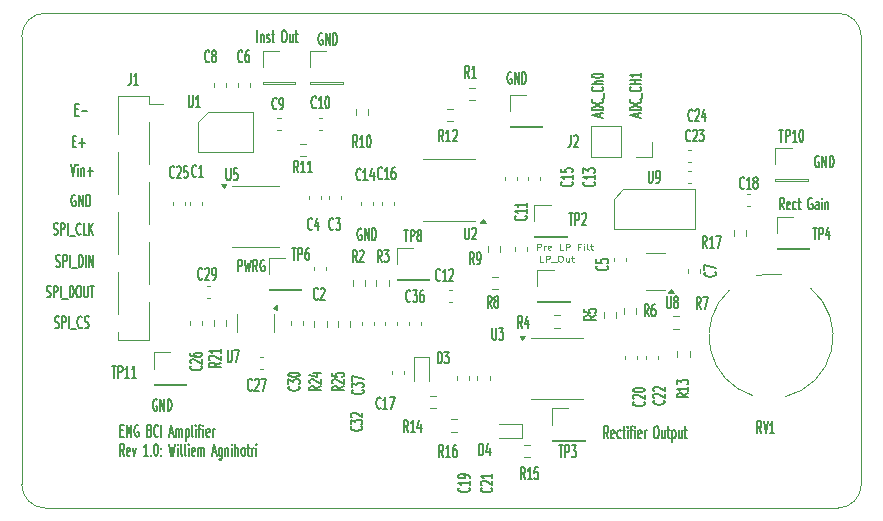
<source format=gbr>
%TF.GenerationSoftware,KiCad,Pcbnew,9.0.4*%
%TF.CreationDate,2025-12-09T22:31:03-05:00*%
%TF.ProjectId,EMG_BCI_PCB,454d475f-4243-4495-9f50-43422e6b6963,rev?*%
%TF.SameCoordinates,Original*%
%TF.FileFunction,Legend,Top*%
%TF.FilePolarity,Positive*%
%FSLAX46Y46*%
G04 Gerber Fmt 4.6, Leading zero omitted, Abs format (unit mm)*
G04 Created by KiCad (PCBNEW 9.0.4) date 2025-12-09 22:31:03*
%MOMM*%
%LPD*%
G01*
G04 APERTURE LIST*
%ADD10C,0.150000*%
%ADD11C,0.125000*%
%ADD12C,0.120000*%
%TA.AperFunction,Profile*%
%ADD13C,0.100000*%
%TD*%
G04 APERTURE END LIST*
D10*
X118955826Y-98667438D02*
X118898684Y-98619819D01*
X118898684Y-98619819D02*
X118812969Y-98619819D01*
X118812969Y-98619819D02*
X118727255Y-98667438D01*
X118727255Y-98667438D02*
X118670112Y-98762676D01*
X118670112Y-98762676D02*
X118641541Y-98857914D01*
X118641541Y-98857914D02*
X118612969Y-99048390D01*
X118612969Y-99048390D02*
X118612969Y-99191247D01*
X118612969Y-99191247D02*
X118641541Y-99381723D01*
X118641541Y-99381723D02*
X118670112Y-99476961D01*
X118670112Y-99476961D02*
X118727255Y-99572200D01*
X118727255Y-99572200D02*
X118812969Y-99619819D01*
X118812969Y-99619819D02*
X118870112Y-99619819D01*
X118870112Y-99619819D02*
X118955826Y-99572200D01*
X118955826Y-99572200D02*
X118984398Y-99524580D01*
X118984398Y-99524580D02*
X118984398Y-99191247D01*
X118984398Y-99191247D02*
X118870112Y-99191247D01*
X119241541Y-99619819D02*
X119241541Y-98619819D01*
X119241541Y-98619819D02*
X119584398Y-99619819D01*
X119584398Y-99619819D02*
X119584398Y-98619819D01*
X119870112Y-99619819D02*
X119870112Y-98619819D01*
X119870112Y-98619819D02*
X120012969Y-98619819D01*
X120012969Y-98619819D02*
X120098683Y-98667438D01*
X120098683Y-98667438D02*
X120155826Y-98762676D01*
X120155826Y-98762676D02*
X120184397Y-98857914D01*
X120184397Y-98857914D02*
X120212969Y-99048390D01*
X120212969Y-99048390D02*
X120212969Y-99191247D01*
X120212969Y-99191247D02*
X120184397Y-99381723D01*
X120184397Y-99381723D02*
X120155826Y-99476961D01*
X120155826Y-99476961D02*
X120098683Y-99572200D01*
X120098683Y-99572200D02*
X120012969Y-99619819D01*
X120012969Y-99619819D02*
X119870112Y-99619819D01*
X94355826Y-93169819D02*
X94555826Y-94169819D01*
X94555826Y-94169819D02*
X94755826Y-93169819D01*
X94955827Y-94169819D02*
X94955827Y-93503152D01*
X94955827Y-93169819D02*
X94927255Y-93217438D01*
X94927255Y-93217438D02*
X94955827Y-93265057D01*
X94955827Y-93265057D02*
X94984398Y-93217438D01*
X94984398Y-93217438D02*
X94955827Y-93169819D01*
X94955827Y-93169819D02*
X94955827Y-93265057D01*
X95241541Y-93503152D02*
X95241541Y-94169819D01*
X95241541Y-93598390D02*
X95270112Y-93550771D01*
X95270112Y-93550771D02*
X95327255Y-93503152D01*
X95327255Y-93503152D02*
X95412969Y-93503152D01*
X95412969Y-93503152D02*
X95470112Y-93550771D01*
X95470112Y-93550771D02*
X95498684Y-93646009D01*
X95498684Y-93646009D02*
X95498684Y-94169819D01*
X95784398Y-93788866D02*
X96241541Y-93788866D01*
X96012969Y-94169819D02*
X96012969Y-93407914D01*
X157705826Y-92517438D02*
X157648684Y-92469819D01*
X157648684Y-92469819D02*
X157562969Y-92469819D01*
X157562969Y-92469819D02*
X157477255Y-92517438D01*
X157477255Y-92517438D02*
X157420112Y-92612676D01*
X157420112Y-92612676D02*
X157391541Y-92707914D01*
X157391541Y-92707914D02*
X157362969Y-92898390D01*
X157362969Y-92898390D02*
X157362969Y-93041247D01*
X157362969Y-93041247D02*
X157391541Y-93231723D01*
X157391541Y-93231723D02*
X157420112Y-93326961D01*
X157420112Y-93326961D02*
X157477255Y-93422200D01*
X157477255Y-93422200D02*
X157562969Y-93469819D01*
X157562969Y-93469819D02*
X157620112Y-93469819D01*
X157620112Y-93469819D02*
X157705826Y-93422200D01*
X157705826Y-93422200D02*
X157734398Y-93374580D01*
X157734398Y-93374580D02*
X157734398Y-93041247D01*
X157734398Y-93041247D02*
X157620112Y-93041247D01*
X157991541Y-93469819D02*
X157991541Y-92469819D01*
X157991541Y-92469819D02*
X158334398Y-93469819D01*
X158334398Y-93469819D02*
X158334398Y-92469819D01*
X158620112Y-93469819D02*
X158620112Y-92469819D01*
X158620112Y-92469819D02*
X158762969Y-92469819D01*
X158762969Y-92469819D02*
X158848683Y-92517438D01*
X158848683Y-92517438D02*
X158905826Y-92612676D01*
X158905826Y-92612676D02*
X158934397Y-92707914D01*
X158934397Y-92707914D02*
X158962969Y-92898390D01*
X158962969Y-92898390D02*
X158962969Y-93041247D01*
X158962969Y-93041247D02*
X158934397Y-93231723D01*
X158934397Y-93231723D02*
X158905826Y-93326961D01*
X158905826Y-93326961D02*
X158848683Y-93422200D01*
X158848683Y-93422200D02*
X158762969Y-93469819D01*
X158762969Y-93469819D02*
X158620112Y-93469819D01*
X131655826Y-85417438D02*
X131598684Y-85369819D01*
X131598684Y-85369819D02*
X131512969Y-85369819D01*
X131512969Y-85369819D02*
X131427255Y-85417438D01*
X131427255Y-85417438D02*
X131370112Y-85512676D01*
X131370112Y-85512676D02*
X131341541Y-85607914D01*
X131341541Y-85607914D02*
X131312969Y-85798390D01*
X131312969Y-85798390D02*
X131312969Y-85941247D01*
X131312969Y-85941247D02*
X131341541Y-86131723D01*
X131341541Y-86131723D02*
X131370112Y-86226961D01*
X131370112Y-86226961D02*
X131427255Y-86322200D01*
X131427255Y-86322200D02*
X131512969Y-86369819D01*
X131512969Y-86369819D02*
X131570112Y-86369819D01*
X131570112Y-86369819D02*
X131655826Y-86322200D01*
X131655826Y-86322200D02*
X131684398Y-86274580D01*
X131684398Y-86274580D02*
X131684398Y-85941247D01*
X131684398Y-85941247D02*
X131570112Y-85941247D01*
X131941541Y-86369819D02*
X131941541Y-85369819D01*
X131941541Y-85369819D02*
X132284398Y-86369819D01*
X132284398Y-86369819D02*
X132284398Y-85369819D01*
X132570112Y-86369819D02*
X132570112Y-85369819D01*
X132570112Y-85369819D02*
X132712969Y-85369819D01*
X132712969Y-85369819D02*
X132798683Y-85417438D01*
X132798683Y-85417438D02*
X132855826Y-85512676D01*
X132855826Y-85512676D02*
X132884397Y-85607914D01*
X132884397Y-85607914D02*
X132912969Y-85798390D01*
X132912969Y-85798390D02*
X132912969Y-85941247D01*
X132912969Y-85941247D02*
X132884397Y-86131723D01*
X132884397Y-86131723D02*
X132855826Y-86226961D01*
X132855826Y-86226961D02*
X132798683Y-86322200D01*
X132798683Y-86322200D02*
X132712969Y-86369819D01*
X132712969Y-86369819D02*
X132570112Y-86369819D01*
X110141541Y-82869819D02*
X110141541Y-81869819D01*
X110427255Y-82203152D02*
X110427255Y-82869819D01*
X110427255Y-82298390D02*
X110455826Y-82250771D01*
X110455826Y-82250771D02*
X110512969Y-82203152D01*
X110512969Y-82203152D02*
X110598683Y-82203152D01*
X110598683Y-82203152D02*
X110655826Y-82250771D01*
X110655826Y-82250771D02*
X110684398Y-82346009D01*
X110684398Y-82346009D02*
X110684398Y-82869819D01*
X110941540Y-82822200D02*
X110998683Y-82869819D01*
X110998683Y-82869819D02*
X111112969Y-82869819D01*
X111112969Y-82869819D02*
X111170112Y-82822200D01*
X111170112Y-82822200D02*
X111198683Y-82726961D01*
X111198683Y-82726961D02*
X111198683Y-82679342D01*
X111198683Y-82679342D02*
X111170112Y-82584104D01*
X111170112Y-82584104D02*
X111112969Y-82536485D01*
X111112969Y-82536485D02*
X111027255Y-82536485D01*
X111027255Y-82536485D02*
X110970112Y-82488866D01*
X110970112Y-82488866D02*
X110941540Y-82393628D01*
X110941540Y-82393628D02*
X110941540Y-82346009D01*
X110941540Y-82346009D02*
X110970112Y-82250771D01*
X110970112Y-82250771D02*
X111027255Y-82203152D01*
X111027255Y-82203152D02*
X111112969Y-82203152D01*
X111112969Y-82203152D02*
X111170112Y-82250771D01*
X111370111Y-82203152D02*
X111598683Y-82203152D01*
X111455826Y-81869819D02*
X111455826Y-82726961D01*
X111455826Y-82726961D02*
X111484397Y-82822200D01*
X111484397Y-82822200D02*
X111541540Y-82869819D01*
X111541540Y-82869819D02*
X111598683Y-82869819D01*
X112370111Y-81869819D02*
X112484397Y-81869819D01*
X112484397Y-81869819D02*
X112541540Y-81917438D01*
X112541540Y-81917438D02*
X112598683Y-82012676D01*
X112598683Y-82012676D02*
X112627254Y-82203152D01*
X112627254Y-82203152D02*
X112627254Y-82536485D01*
X112627254Y-82536485D02*
X112598683Y-82726961D01*
X112598683Y-82726961D02*
X112541540Y-82822200D01*
X112541540Y-82822200D02*
X112484397Y-82869819D01*
X112484397Y-82869819D02*
X112370111Y-82869819D01*
X112370111Y-82869819D02*
X112312969Y-82822200D01*
X112312969Y-82822200D02*
X112255826Y-82726961D01*
X112255826Y-82726961D02*
X112227254Y-82536485D01*
X112227254Y-82536485D02*
X112227254Y-82203152D01*
X112227254Y-82203152D02*
X112255826Y-82012676D01*
X112255826Y-82012676D02*
X112312969Y-81917438D01*
X112312969Y-81917438D02*
X112370111Y-81869819D01*
X113141540Y-82203152D02*
X113141540Y-82869819D01*
X112884397Y-82203152D02*
X112884397Y-82726961D01*
X112884397Y-82726961D02*
X112912968Y-82822200D01*
X112912968Y-82822200D02*
X112970111Y-82869819D01*
X112970111Y-82869819D02*
X113055825Y-82869819D01*
X113055825Y-82869819D02*
X113112968Y-82822200D01*
X113112968Y-82822200D02*
X113141540Y-82774580D01*
X113341539Y-82203152D02*
X113570111Y-82203152D01*
X113427254Y-81869819D02*
X113427254Y-82726961D01*
X113427254Y-82726961D02*
X113455825Y-82822200D01*
X113455825Y-82822200D02*
X113512968Y-82869819D01*
X113512968Y-82869819D02*
X113570111Y-82869819D01*
X115655826Y-82117438D02*
X115598684Y-82069819D01*
X115598684Y-82069819D02*
X115512969Y-82069819D01*
X115512969Y-82069819D02*
X115427255Y-82117438D01*
X115427255Y-82117438D02*
X115370112Y-82212676D01*
X115370112Y-82212676D02*
X115341541Y-82307914D01*
X115341541Y-82307914D02*
X115312969Y-82498390D01*
X115312969Y-82498390D02*
X115312969Y-82641247D01*
X115312969Y-82641247D02*
X115341541Y-82831723D01*
X115341541Y-82831723D02*
X115370112Y-82926961D01*
X115370112Y-82926961D02*
X115427255Y-83022200D01*
X115427255Y-83022200D02*
X115512969Y-83069819D01*
X115512969Y-83069819D02*
X115570112Y-83069819D01*
X115570112Y-83069819D02*
X115655826Y-83022200D01*
X115655826Y-83022200D02*
X115684398Y-82974580D01*
X115684398Y-82974580D02*
X115684398Y-82641247D01*
X115684398Y-82641247D02*
X115570112Y-82641247D01*
X115941541Y-83069819D02*
X115941541Y-82069819D01*
X115941541Y-82069819D02*
X116284398Y-83069819D01*
X116284398Y-83069819D02*
X116284398Y-82069819D01*
X116570112Y-83069819D02*
X116570112Y-82069819D01*
X116570112Y-82069819D02*
X116712969Y-82069819D01*
X116712969Y-82069819D02*
X116798683Y-82117438D01*
X116798683Y-82117438D02*
X116855826Y-82212676D01*
X116855826Y-82212676D02*
X116884397Y-82307914D01*
X116884397Y-82307914D02*
X116912969Y-82498390D01*
X116912969Y-82498390D02*
X116912969Y-82641247D01*
X116912969Y-82641247D02*
X116884397Y-82831723D01*
X116884397Y-82831723D02*
X116855826Y-82926961D01*
X116855826Y-82926961D02*
X116798683Y-83022200D01*
X116798683Y-83022200D02*
X116712969Y-83069819D01*
X116712969Y-83069819D02*
X116570112Y-83069819D01*
X101655826Y-113117438D02*
X101598684Y-113069819D01*
X101598684Y-113069819D02*
X101512969Y-113069819D01*
X101512969Y-113069819D02*
X101427255Y-113117438D01*
X101427255Y-113117438D02*
X101370112Y-113212676D01*
X101370112Y-113212676D02*
X101341541Y-113307914D01*
X101341541Y-113307914D02*
X101312969Y-113498390D01*
X101312969Y-113498390D02*
X101312969Y-113641247D01*
X101312969Y-113641247D02*
X101341541Y-113831723D01*
X101341541Y-113831723D02*
X101370112Y-113926961D01*
X101370112Y-113926961D02*
X101427255Y-114022200D01*
X101427255Y-114022200D02*
X101512969Y-114069819D01*
X101512969Y-114069819D02*
X101570112Y-114069819D01*
X101570112Y-114069819D02*
X101655826Y-114022200D01*
X101655826Y-114022200D02*
X101684398Y-113974580D01*
X101684398Y-113974580D02*
X101684398Y-113641247D01*
X101684398Y-113641247D02*
X101570112Y-113641247D01*
X101941541Y-114069819D02*
X101941541Y-113069819D01*
X101941541Y-113069819D02*
X102284398Y-114069819D01*
X102284398Y-114069819D02*
X102284398Y-113069819D01*
X102570112Y-114069819D02*
X102570112Y-113069819D01*
X102570112Y-113069819D02*
X102712969Y-113069819D01*
X102712969Y-113069819D02*
X102798683Y-113117438D01*
X102798683Y-113117438D02*
X102855826Y-113212676D01*
X102855826Y-113212676D02*
X102884397Y-113307914D01*
X102884397Y-113307914D02*
X102912969Y-113498390D01*
X102912969Y-113498390D02*
X102912969Y-113641247D01*
X102912969Y-113641247D02*
X102884397Y-113831723D01*
X102884397Y-113831723D02*
X102855826Y-113926961D01*
X102855826Y-113926961D02*
X102798683Y-114022200D01*
X102798683Y-114022200D02*
X102712969Y-114069819D01*
X102712969Y-114069819D02*
X102570112Y-114069819D01*
D11*
X133825093Y-100432309D02*
X133825093Y-99932309D01*
X133825093Y-99932309D02*
X134053664Y-99932309D01*
X134053664Y-99932309D02*
X134110807Y-99956119D01*
X134110807Y-99956119D02*
X134139378Y-99979928D01*
X134139378Y-99979928D02*
X134167950Y-100027547D01*
X134167950Y-100027547D02*
X134167950Y-100098976D01*
X134167950Y-100098976D02*
X134139378Y-100146595D01*
X134139378Y-100146595D02*
X134110807Y-100170404D01*
X134110807Y-100170404D02*
X134053664Y-100194214D01*
X134053664Y-100194214D02*
X133825093Y-100194214D01*
X134425093Y-100432309D02*
X134425093Y-100098976D01*
X134425093Y-100194214D02*
X134453664Y-100146595D01*
X134453664Y-100146595D02*
X134482236Y-100122785D01*
X134482236Y-100122785D02*
X134539378Y-100098976D01*
X134539378Y-100098976D02*
X134596521Y-100098976D01*
X135025093Y-100408500D02*
X134967950Y-100432309D01*
X134967950Y-100432309D02*
X134853665Y-100432309D01*
X134853665Y-100432309D02*
X134796522Y-100408500D01*
X134796522Y-100408500D02*
X134767950Y-100360880D01*
X134767950Y-100360880D02*
X134767950Y-100170404D01*
X134767950Y-100170404D02*
X134796522Y-100122785D01*
X134796522Y-100122785D02*
X134853665Y-100098976D01*
X134853665Y-100098976D02*
X134967950Y-100098976D01*
X134967950Y-100098976D02*
X135025093Y-100122785D01*
X135025093Y-100122785D02*
X135053665Y-100170404D01*
X135053665Y-100170404D02*
X135053665Y-100218023D01*
X135053665Y-100218023D02*
X134767950Y-100265642D01*
X136053665Y-100432309D02*
X135767951Y-100432309D01*
X135767951Y-100432309D02*
X135767951Y-99932309D01*
X136253665Y-100432309D02*
X136253665Y-99932309D01*
X136253665Y-99932309D02*
X136482236Y-99932309D01*
X136482236Y-99932309D02*
X136539379Y-99956119D01*
X136539379Y-99956119D02*
X136567950Y-99979928D01*
X136567950Y-99979928D02*
X136596522Y-100027547D01*
X136596522Y-100027547D02*
X136596522Y-100098976D01*
X136596522Y-100098976D02*
X136567950Y-100146595D01*
X136567950Y-100146595D02*
X136539379Y-100170404D01*
X136539379Y-100170404D02*
X136482236Y-100194214D01*
X136482236Y-100194214D02*
X136253665Y-100194214D01*
X137510808Y-100170404D02*
X137310808Y-100170404D01*
X137310808Y-100432309D02*
X137310808Y-99932309D01*
X137310808Y-99932309D02*
X137596522Y-99932309D01*
X137825094Y-100432309D02*
X137825094Y-100098976D01*
X137825094Y-99932309D02*
X137796522Y-99956119D01*
X137796522Y-99956119D02*
X137825094Y-99979928D01*
X137825094Y-99979928D02*
X137853665Y-99956119D01*
X137853665Y-99956119D02*
X137825094Y-99932309D01*
X137825094Y-99932309D02*
X137825094Y-99979928D01*
X138196522Y-100432309D02*
X138139379Y-100408500D01*
X138139379Y-100408500D02*
X138110808Y-100360880D01*
X138110808Y-100360880D02*
X138110808Y-99932309D01*
X138339379Y-100098976D02*
X138567951Y-100098976D01*
X138425094Y-99932309D02*
X138425094Y-100360880D01*
X138425094Y-100360880D02*
X138453665Y-100408500D01*
X138453665Y-100408500D02*
X138510808Y-100432309D01*
X138510808Y-100432309D02*
X138567951Y-100432309D01*
D10*
X154734398Y-97019819D02*
X154534398Y-96543628D01*
X154391541Y-97019819D02*
X154391541Y-96019819D01*
X154391541Y-96019819D02*
X154620112Y-96019819D01*
X154620112Y-96019819D02*
X154677255Y-96067438D01*
X154677255Y-96067438D02*
X154705826Y-96115057D01*
X154705826Y-96115057D02*
X154734398Y-96210295D01*
X154734398Y-96210295D02*
X154734398Y-96353152D01*
X154734398Y-96353152D02*
X154705826Y-96448390D01*
X154705826Y-96448390D02*
X154677255Y-96496009D01*
X154677255Y-96496009D02*
X154620112Y-96543628D01*
X154620112Y-96543628D02*
X154391541Y-96543628D01*
X155220112Y-96972200D02*
X155162969Y-97019819D01*
X155162969Y-97019819D02*
X155048684Y-97019819D01*
X155048684Y-97019819D02*
X154991541Y-96972200D01*
X154991541Y-96972200D02*
X154962969Y-96876961D01*
X154962969Y-96876961D02*
X154962969Y-96496009D01*
X154962969Y-96496009D02*
X154991541Y-96400771D01*
X154991541Y-96400771D02*
X155048684Y-96353152D01*
X155048684Y-96353152D02*
X155162969Y-96353152D01*
X155162969Y-96353152D02*
X155220112Y-96400771D01*
X155220112Y-96400771D02*
X155248684Y-96496009D01*
X155248684Y-96496009D02*
X155248684Y-96591247D01*
X155248684Y-96591247D02*
X154962969Y-96686485D01*
X155762970Y-96972200D02*
X155705827Y-97019819D01*
X155705827Y-97019819D02*
X155591541Y-97019819D01*
X155591541Y-97019819D02*
X155534398Y-96972200D01*
X155534398Y-96972200D02*
X155505827Y-96924580D01*
X155505827Y-96924580D02*
X155477255Y-96829342D01*
X155477255Y-96829342D02*
X155477255Y-96543628D01*
X155477255Y-96543628D02*
X155505827Y-96448390D01*
X155505827Y-96448390D02*
X155534398Y-96400771D01*
X155534398Y-96400771D02*
X155591541Y-96353152D01*
X155591541Y-96353152D02*
X155705827Y-96353152D01*
X155705827Y-96353152D02*
X155762970Y-96400771D01*
X155934398Y-96353152D02*
X156162970Y-96353152D01*
X156020113Y-96019819D02*
X156020113Y-96876961D01*
X156020113Y-96876961D02*
X156048684Y-96972200D01*
X156048684Y-96972200D02*
X156105827Y-97019819D01*
X156105827Y-97019819D02*
X156162970Y-97019819D01*
X157134398Y-96067438D02*
X157077256Y-96019819D01*
X157077256Y-96019819D02*
X156991541Y-96019819D01*
X156991541Y-96019819D02*
X156905827Y-96067438D01*
X156905827Y-96067438D02*
X156848684Y-96162676D01*
X156848684Y-96162676D02*
X156820113Y-96257914D01*
X156820113Y-96257914D02*
X156791541Y-96448390D01*
X156791541Y-96448390D02*
X156791541Y-96591247D01*
X156791541Y-96591247D02*
X156820113Y-96781723D01*
X156820113Y-96781723D02*
X156848684Y-96876961D01*
X156848684Y-96876961D02*
X156905827Y-96972200D01*
X156905827Y-96972200D02*
X156991541Y-97019819D01*
X156991541Y-97019819D02*
X157048684Y-97019819D01*
X157048684Y-97019819D02*
X157134398Y-96972200D01*
X157134398Y-96972200D02*
X157162970Y-96924580D01*
X157162970Y-96924580D02*
X157162970Y-96591247D01*
X157162970Y-96591247D02*
X157048684Y-96591247D01*
X157677256Y-97019819D02*
X157677256Y-96496009D01*
X157677256Y-96496009D02*
X157648684Y-96400771D01*
X157648684Y-96400771D02*
X157591541Y-96353152D01*
X157591541Y-96353152D02*
X157477256Y-96353152D01*
X157477256Y-96353152D02*
X157420113Y-96400771D01*
X157677256Y-96972200D02*
X157620113Y-97019819D01*
X157620113Y-97019819D02*
X157477256Y-97019819D01*
X157477256Y-97019819D02*
X157420113Y-96972200D01*
X157420113Y-96972200D02*
X157391541Y-96876961D01*
X157391541Y-96876961D02*
X157391541Y-96781723D01*
X157391541Y-96781723D02*
X157420113Y-96686485D01*
X157420113Y-96686485D02*
X157477256Y-96638866D01*
X157477256Y-96638866D02*
X157620113Y-96638866D01*
X157620113Y-96638866D02*
X157677256Y-96591247D01*
X157962970Y-97019819D02*
X157962970Y-96353152D01*
X157962970Y-96019819D02*
X157934398Y-96067438D01*
X157934398Y-96067438D02*
X157962970Y-96115057D01*
X157962970Y-96115057D02*
X157991541Y-96067438D01*
X157991541Y-96067438D02*
X157962970Y-96019819D01*
X157962970Y-96019819D02*
X157962970Y-96115057D01*
X158248684Y-96353152D02*
X158248684Y-97019819D01*
X158248684Y-96448390D02*
X158277255Y-96400771D01*
X158277255Y-96400771D02*
X158334398Y-96353152D01*
X158334398Y-96353152D02*
X158420112Y-96353152D01*
X158420112Y-96353152D02*
X158477255Y-96400771D01*
X158477255Y-96400771D02*
X158505827Y-96496009D01*
X158505827Y-96496009D02*
X158505827Y-97019819D01*
D11*
X134380807Y-101432309D02*
X134095093Y-101432309D01*
X134095093Y-101432309D02*
X134095093Y-100932309D01*
X134580807Y-101432309D02*
X134580807Y-100932309D01*
X134580807Y-100932309D02*
X134809378Y-100932309D01*
X134809378Y-100932309D02*
X134866521Y-100956119D01*
X134866521Y-100956119D02*
X134895092Y-100979928D01*
X134895092Y-100979928D02*
X134923664Y-101027547D01*
X134923664Y-101027547D02*
X134923664Y-101098976D01*
X134923664Y-101098976D02*
X134895092Y-101146595D01*
X134895092Y-101146595D02*
X134866521Y-101170404D01*
X134866521Y-101170404D02*
X134809378Y-101194214D01*
X134809378Y-101194214D02*
X134580807Y-101194214D01*
X135037950Y-101479928D02*
X135495092Y-101479928D01*
X135752235Y-100932309D02*
X135866521Y-100932309D01*
X135866521Y-100932309D02*
X135923664Y-100956119D01*
X135923664Y-100956119D02*
X135980807Y-101003738D01*
X135980807Y-101003738D02*
X136009378Y-101098976D01*
X136009378Y-101098976D02*
X136009378Y-101265642D01*
X136009378Y-101265642D02*
X135980807Y-101360880D01*
X135980807Y-101360880D02*
X135923664Y-101408500D01*
X135923664Y-101408500D02*
X135866521Y-101432309D01*
X135866521Y-101432309D02*
X135752235Y-101432309D01*
X135752235Y-101432309D02*
X135695093Y-101408500D01*
X135695093Y-101408500D02*
X135637950Y-101360880D01*
X135637950Y-101360880D02*
X135609378Y-101265642D01*
X135609378Y-101265642D02*
X135609378Y-101098976D01*
X135609378Y-101098976D02*
X135637950Y-101003738D01*
X135637950Y-101003738D02*
X135695093Y-100956119D01*
X135695093Y-100956119D02*
X135752235Y-100932309D01*
X136523664Y-101098976D02*
X136523664Y-101432309D01*
X136266521Y-101098976D02*
X136266521Y-101360880D01*
X136266521Y-101360880D02*
X136295092Y-101408500D01*
X136295092Y-101408500D02*
X136352235Y-101432309D01*
X136352235Y-101432309D02*
X136437949Y-101432309D01*
X136437949Y-101432309D02*
X136495092Y-101408500D01*
X136495092Y-101408500D02*
X136523664Y-101384690D01*
X136723663Y-101098976D02*
X136952235Y-101098976D01*
X136809378Y-100932309D02*
X136809378Y-101360880D01*
X136809378Y-101360880D02*
X136837949Y-101408500D01*
X136837949Y-101408500D02*
X136895092Y-101432309D01*
X136895092Y-101432309D02*
X136952235Y-101432309D01*
D10*
X108541541Y-102269819D02*
X108541541Y-101269819D01*
X108541541Y-101269819D02*
X108770112Y-101269819D01*
X108770112Y-101269819D02*
X108827255Y-101317438D01*
X108827255Y-101317438D02*
X108855826Y-101365057D01*
X108855826Y-101365057D02*
X108884398Y-101460295D01*
X108884398Y-101460295D02*
X108884398Y-101603152D01*
X108884398Y-101603152D02*
X108855826Y-101698390D01*
X108855826Y-101698390D02*
X108827255Y-101746009D01*
X108827255Y-101746009D02*
X108770112Y-101793628D01*
X108770112Y-101793628D02*
X108541541Y-101793628D01*
X109084398Y-101269819D02*
X109227255Y-102269819D01*
X109227255Y-102269819D02*
X109341541Y-101555533D01*
X109341541Y-101555533D02*
X109455826Y-102269819D01*
X109455826Y-102269819D02*
X109598684Y-101269819D01*
X110170112Y-102269819D02*
X109970112Y-101793628D01*
X109827255Y-102269819D02*
X109827255Y-101269819D01*
X109827255Y-101269819D02*
X110055826Y-101269819D01*
X110055826Y-101269819D02*
X110112969Y-101317438D01*
X110112969Y-101317438D02*
X110141540Y-101365057D01*
X110141540Y-101365057D02*
X110170112Y-101460295D01*
X110170112Y-101460295D02*
X110170112Y-101603152D01*
X110170112Y-101603152D02*
X110141540Y-101698390D01*
X110141540Y-101698390D02*
X110112969Y-101746009D01*
X110112969Y-101746009D02*
X110055826Y-101793628D01*
X110055826Y-101793628D02*
X109827255Y-101793628D01*
X110741540Y-101317438D02*
X110684398Y-101269819D01*
X110684398Y-101269819D02*
X110598683Y-101269819D01*
X110598683Y-101269819D02*
X110512969Y-101317438D01*
X110512969Y-101317438D02*
X110455826Y-101412676D01*
X110455826Y-101412676D02*
X110427255Y-101507914D01*
X110427255Y-101507914D02*
X110398683Y-101698390D01*
X110398683Y-101698390D02*
X110398683Y-101841247D01*
X110398683Y-101841247D02*
X110427255Y-102031723D01*
X110427255Y-102031723D02*
X110455826Y-102126961D01*
X110455826Y-102126961D02*
X110512969Y-102222200D01*
X110512969Y-102222200D02*
X110598683Y-102269819D01*
X110598683Y-102269819D02*
X110655826Y-102269819D01*
X110655826Y-102269819D02*
X110741540Y-102222200D01*
X110741540Y-102222200D02*
X110770112Y-102174580D01*
X110770112Y-102174580D02*
X110770112Y-101841247D01*
X110770112Y-101841247D02*
X110655826Y-101841247D01*
X139884398Y-116389819D02*
X139684398Y-115913628D01*
X139541541Y-116389819D02*
X139541541Y-115389819D01*
X139541541Y-115389819D02*
X139770112Y-115389819D01*
X139770112Y-115389819D02*
X139827255Y-115437438D01*
X139827255Y-115437438D02*
X139855826Y-115485057D01*
X139855826Y-115485057D02*
X139884398Y-115580295D01*
X139884398Y-115580295D02*
X139884398Y-115723152D01*
X139884398Y-115723152D02*
X139855826Y-115818390D01*
X139855826Y-115818390D02*
X139827255Y-115866009D01*
X139827255Y-115866009D02*
X139770112Y-115913628D01*
X139770112Y-115913628D02*
X139541541Y-115913628D01*
X140370112Y-116342200D02*
X140312969Y-116389819D01*
X140312969Y-116389819D02*
X140198684Y-116389819D01*
X140198684Y-116389819D02*
X140141541Y-116342200D01*
X140141541Y-116342200D02*
X140112969Y-116246961D01*
X140112969Y-116246961D02*
X140112969Y-115866009D01*
X140112969Y-115866009D02*
X140141541Y-115770771D01*
X140141541Y-115770771D02*
X140198684Y-115723152D01*
X140198684Y-115723152D02*
X140312969Y-115723152D01*
X140312969Y-115723152D02*
X140370112Y-115770771D01*
X140370112Y-115770771D02*
X140398684Y-115866009D01*
X140398684Y-115866009D02*
X140398684Y-115961247D01*
X140398684Y-115961247D02*
X140112969Y-116056485D01*
X140912970Y-116342200D02*
X140855827Y-116389819D01*
X140855827Y-116389819D02*
X140741541Y-116389819D01*
X140741541Y-116389819D02*
X140684398Y-116342200D01*
X140684398Y-116342200D02*
X140655827Y-116294580D01*
X140655827Y-116294580D02*
X140627255Y-116199342D01*
X140627255Y-116199342D02*
X140627255Y-115913628D01*
X140627255Y-115913628D02*
X140655827Y-115818390D01*
X140655827Y-115818390D02*
X140684398Y-115770771D01*
X140684398Y-115770771D02*
X140741541Y-115723152D01*
X140741541Y-115723152D02*
X140855827Y-115723152D01*
X140855827Y-115723152D02*
X140912970Y-115770771D01*
X141084398Y-115723152D02*
X141312970Y-115723152D01*
X141170113Y-115389819D02*
X141170113Y-116246961D01*
X141170113Y-116246961D02*
X141198684Y-116342200D01*
X141198684Y-116342200D02*
X141255827Y-116389819D01*
X141255827Y-116389819D02*
X141312970Y-116389819D01*
X141512970Y-116389819D02*
X141512970Y-115723152D01*
X141512970Y-115389819D02*
X141484398Y-115437438D01*
X141484398Y-115437438D02*
X141512970Y-115485057D01*
X141512970Y-115485057D02*
X141541541Y-115437438D01*
X141541541Y-115437438D02*
X141512970Y-115389819D01*
X141512970Y-115389819D02*
X141512970Y-115485057D01*
X141712969Y-115723152D02*
X141941541Y-115723152D01*
X141798684Y-116389819D02*
X141798684Y-115532676D01*
X141798684Y-115532676D02*
X141827255Y-115437438D01*
X141827255Y-115437438D02*
X141884398Y-115389819D01*
X141884398Y-115389819D02*
X141941541Y-115389819D01*
X142141541Y-116389819D02*
X142141541Y-115723152D01*
X142141541Y-115389819D02*
X142112969Y-115437438D01*
X142112969Y-115437438D02*
X142141541Y-115485057D01*
X142141541Y-115485057D02*
X142170112Y-115437438D01*
X142170112Y-115437438D02*
X142141541Y-115389819D01*
X142141541Y-115389819D02*
X142141541Y-115485057D01*
X142655826Y-116342200D02*
X142598683Y-116389819D01*
X142598683Y-116389819D02*
X142484398Y-116389819D01*
X142484398Y-116389819D02*
X142427255Y-116342200D01*
X142427255Y-116342200D02*
X142398683Y-116246961D01*
X142398683Y-116246961D02*
X142398683Y-115866009D01*
X142398683Y-115866009D02*
X142427255Y-115770771D01*
X142427255Y-115770771D02*
X142484398Y-115723152D01*
X142484398Y-115723152D02*
X142598683Y-115723152D01*
X142598683Y-115723152D02*
X142655826Y-115770771D01*
X142655826Y-115770771D02*
X142684398Y-115866009D01*
X142684398Y-115866009D02*
X142684398Y-115961247D01*
X142684398Y-115961247D02*
X142398683Y-116056485D01*
X142941541Y-116389819D02*
X142941541Y-115723152D01*
X142941541Y-115913628D02*
X142970112Y-115818390D01*
X142970112Y-115818390D02*
X142998684Y-115770771D01*
X142998684Y-115770771D02*
X143055826Y-115723152D01*
X143055826Y-115723152D02*
X143112969Y-115723152D01*
X143884398Y-115389819D02*
X143998684Y-115389819D01*
X143998684Y-115389819D02*
X144055827Y-115437438D01*
X144055827Y-115437438D02*
X144112970Y-115532676D01*
X144112970Y-115532676D02*
X144141541Y-115723152D01*
X144141541Y-115723152D02*
X144141541Y-116056485D01*
X144141541Y-116056485D02*
X144112970Y-116246961D01*
X144112970Y-116246961D02*
X144055827Y-116342200D01*
X144055827Y-116342200D02*
X143998684Y-116389819D01*
X143998684Y-116389819D02*
X143884398Y-116389819D01*
X143884398Y-116389819D02*
X143827256Y-116342200D01*
X143827256Y-116342200D02*
X143770113Y-116246961D01*
X143770113Y-116246961D02*
X143741541Y-116056485D01*
X143741541Y-116056485D02*
X143741541Y-115723152D01*
X143741541Y-115723152D02*
X143770113Y-115532676D01*
X143770113Y-115532676D02*
X143827256Y-115437438D01*
X143827256Y-115437438D02*
X143884398Y-115389819D01*
X144655827Y-115723152D02*
X144655827Y-116389819D01*
X144398684Y-115723152D02*
X144398684Y-116246961D01*
X144398684Y-116246961D02*
X144427255Y-116342200D01*
X144427255Y-116342200D02*
X144484398Y-116389819D01*
X144484398Y-116389819D02*
X144570112Y-116389819D01*
X144570112Y-116389819D02*
X144627255Y-116342200D01*
X144627255Y-116342200D02*
X144655827Y-116294580D01*
X144855826Y-115723152D02*
X145084398Y-115723152D01*
X144941541Y-115389819D02*
X144941541Y-116246961D01*
X144941541Y-116246961D02*
X144970112Y-116342200D01*
X144970112Y-116342200D02*
X145027255Y-116389819D01*
X145027255Y-116389819D02*
X145084398Y-116389819D01*
X145284398Y-115723152D02*
X145284398Y-116723152D01*
X145284398Y-115770771D02*
X145341541Y-115723152D01*
X145341541Y-115723152D02*
X145455826Y-115723152D01*
X145455826Y-115723152D02*
X145512969Y-115770771D01*
X145512969Y-115770771D02*
X145541541Y-115818390D01*
X145541541Y-115818390D02*
X145570112Y-115913628D01*
X145570112Y-115913628D02*
X145570112Y-116199342D01*
X145570112Y-116199342D02*
X145541541Y-116294580D01*
X145541541Y-116294580D02*
X145512969Y-116342200D01*
X145512969Y-116342200D02*
X145455826Y-116389819D01*
X145455826Y-116389819D02*
X145341541Y-116389819D01*
X145341541Y-116389819D02*
X145284398Y-116342200D01*
X146084398Y-115723152D02*
X146084398Y-116389819D01*
X145827255Y-115723152D02*
X145827255Y-116246961D01*
X145827255Y-116246961D02*
X145855826Y-116342200D01*
X145855826Y-116342200D02*
X145912969Y-116389819D01*
X145912969Y-116389819D02*
X145998683Y-116389819D01*
X145998683Y-116389819D02*
X146055826Y-116342200D01*
X146055826Y-116342200D02*
X146084398Y-116294580D01*
X146284397Y-115723152D02*
X146512969Y-115723152D01*
X146370112Y-115389819D02*
X146370112Y-116246961D01*
X146370112Y-116246961D02*
X146398683Y-116342200D01*
X146398683Y-116342200D02*
X146455826Y-116389819D01*
X146455826Y-116389819D02*
X146512969Y-116389819D01*
X94755826Y-95817438D02*
X94698684Y-95769819D01*
X94698684Y-95769819D02*
X94612969Y-95769819D01*
X94612969Y-95769819D02*
X94527255Y-95817438D01*
X94527255Y-95817438D02*
X94470112Y-95912676D01*
X94470112Y-95912676D02*
X94441541Y-96007914D01*
X94441541Y-96007914D02*
X94412969Y-96198390D01*
X94412969Y-96198390D02*
X94412969Y-96341247D01*
X94412969Y-96341247D02*
X94441541Y-96531723D01*
X94441541Y-96531723D02*
X94470112Y-96626961D01*
X94470112Y-96626961D02*
X94527255Y-96722200D01*
X94527255Y-96722200D02*
X94612969Y-96769819D01*
X94612969Y-96769819D02*
X94670112Y-96769819D01*
X94670112Y-96769819D02*
X94755826Y-96722200D01*
X94755826Y-96722200D02*
X94784398Y-96674580D01*
X94784398Y-96674580D02*
X94784398Y-96341247D01*
X94784398Y-96341247D02*
X94670112Y-96341247D01*
X95041541Y-96769819D02*
X95041541Y-95769819D01*
X95041541Y-95769819D02*
X95384398Y-96769819D01*
X95384398Y-96769819D02*
X95384398Y-95769819D01*
X95670112Y-96769819D02*
X95670112Y-95769819D01*
X95670112Y-95769819D02*
X95812969Y-95769819D01*
X95812969Y-95769819D02*
X95898683Y-95817438D01*
X95898683Y-95817438D02*
X95955826Y-95912676D01*
X95955826Y-95912676D02*
X95984397Y-96007914D01*
X95984397Y-96007914D02*
X96012969Y-96198390D01*
X96012969Y-96198390D02*
X96012969Y-96341247D01*
X96012969Y-96341247D02*
X95984397Y-96531723D01*
X95984397Y-96531723D02*
X95955826Y-96626961D01*
X95955826Y-96626961D02*
X95898683Y-96722200D01*
X95898683Y-96722200D02*
X95812969Y-96769819D01*
X95812969Y-96769819D02*
X95670112Y-96769819D01*
X139164216Y-89187030D02*
X139164216Y-88901316D01*
X139449931Y-89244173D02*
X138449931Y-89044173D01*
X138449931Y-89044173D02*
X139449931Y-88844173D01*
X139449931Y-88644172D02*
X138449931Y-88644172D01*
X138449931Y-88644172D02*
X138449931Y-88501315D01*
X138449931Y-88501315D02*
X138497550Y-88415601D01*
X138497550Y-88415601D02*
X138592788Y-88358458D01*
X138592788Y-88358458D02*
X138688026Y-88329887D01*
X138688026Y-88329887D02*
X138878502Y-88301315D01*
X138878502Y-88301315D02*
X139021359Y-88301315D01*
X139021359Y-88301315D02*
X139211835Y-88329887D01*
X139211835Y-88329887D02*
X139307073Y-88358458D01*
X139307073Y-88358458D02*
X139402312Y-88415601D01*
X139402312Y-88415601D02*
X139449931Y-88501315D01*
X139449931Y-88501315D02*
X139449931Y-88644172D01*
X139354692Y-87701315D02*
X139402312Y-87729887D01*
X139402312Y-87729887D02*
X139449931Y-87815601D01*
X139449931Y-87815601D02*
X139449931Y-87872744D01*
X139449931Y-87872744D02*
X139402312Y-87958458D01*
X139402312Y-87958458D02*
X139307073Y-88015601D01*
X139307073Y-88015601D02*
X139211835Y-88044172D01*
X139211835Y-88044172D02*
X139021359Y-88072744D01*
X139021359Y-88072744D02*
X138878502Y-88072744D01*
X138878502Y-88072744D02*
X138688026Y-88044172D01*
X138688026Y-88044172D02*
X138592788Y-88015601D01*
X138592788Y-88015601D02*
X138497550Y-87958458D01*
X138497550Y-87958458D02*
X138449931Y-87872744D01*
X138449931Y-87872744D02*
X138449931Y-87815601D01*
X138449931Y-87815601D02*
X138497550Y-87729887D01*
X138497550Y-87729887D02*
X138545169Y-87701315D01*
X139545169Y-87587030D02*
X139545169Y-87129887D01*
X139354692Y-86644172D02*
X139402312Y-86672744D01*
X139402312Y-86672744D02*
X139449931Y-86758458D01*
X139449931Y-86758458D02*
X139449931Y-86815601D01*
X139449931Y-86815601D02*
X139402312Y-86901315D01*
X139402312Y-86901315D02*
X139307073Y-86958458D01*
X139307073Y-86958458D02*
X139211835Y-86987029D01*
X139211835Y-86987029D02*
X139021359Y-87015601D01*
X139021359Y-87015601D02*
X138878502Y-87015601D01*
X138878502Y-87015601D02*
X138688026Y-86987029D01*
X138688026Y-86987029D02*
X138592788Y-86958458D01*
X138592788Y-86958458D02*
X138497550Y-86901315D01*
X138497550Y-86901315D02*
X138449931Y-86815601D01*
X138449931Y-86815601D02*
X138449931Y-86758458D01*
X138449931Y-86758458D02*
X138497550Y-86672744D01*
X138497550Y-86672744D02*
X138545169Y-86644172D01*
X139449931Y-86387029D02*
X138449931Y-86387029D01*
X139449931Y-86129887D02*
X138926121Y-86129887D01*
X138926121Y-86129887D02*
X138830883Y-86158458D01*
X138830883Y-86158458D02*
X138783264Y-86215601D01*
X138783264Y-86215601D02*
X138783264Y-86301315D01*
X138783264Y-86301315D02*
X138830883Y-86358458D01*
X138830883Y-86358458D02*
X138878502Y-86387029D01*
X138449931Y-85729887D02*
X138449931Y-85672744D01*
X138449931Y-85672744D02*
X138497550Y-85615601D01*
X138497550Y-85615601D02*
X138545169Y-85587030D01*
X138545169Y-85587030D02*
X138640407Y-85558458D01*
X138640407Y-85558458D02*
X138830883Y-85529887D01*
X138830883Y-85529887D02*
X139068978Y-85529887D01*
X139068978Y-85529887D02*
X139259454Y-85558458D01*
X139259454Y-85558458D02*
X139354692Y-85587030D01*
X139354692Y-85587030D02*
X139402312Y-85615601D01*
X139402312Y-85615601D02*
X139449931Y-85672744D01*
X139449931Y-85672744D02*
X139449931Y-85729887D01*
X139449931Y-85729887D02*
X139402312Y-85787030D01*
X139402312Y-85787030D02*
X139354692Y-85815601D01*
X139354692Y-85815601D02*
X139259454Y-85844172D01*
X139259454Y-85844172D02*
X139068978Y-85872744D01*
X139068978Y-85872744D02*
X138830883Y-85872744D01*
X138830883Y-85872744D02*
X138640407Y-85844172D01*
X138640407Y-85844172D02*
X138545169Y-85815601D01*
X138545169Y-85815601D02*
X138497550Y-85787030D01*
X138497550Y-85787030D02*
X138449931Y-85729887D01*
X142384104Y-89187030D02*
X142384104Y-88901316D01*
X142669819Y-89244173D02*
X141669819Y-89044173D01*
X141669819Y-89044173D02*
X142669819Y-88844173D01*
X142669819Y-88644172D02*
X141669819Y-88644172D01*
X141669819Y-88644172D02*
X141669819Y-88501315D01*
X141669819Y-88501315D02*
X141717438Y-88415601D01*
X141717438Y-88415601D02*
X141812676Y-88358458D01*
X141812676Y-88358458D02*
X141907914Y-88329887D01*
X141907914Y-88329887D02*
X142098390Y-88301315D01*
X142098390Y-88301315D02*
X142241247Y-88301315D01*
X142241247Y-88301315D02*
X142431723Y-88329887D01*
X142431723Y-88329887D02*
X142526961Y-88358458D01*
X142526961Y-88358458D02*
X142622200Y-88415601D01*
X142622200Y-88415601D02*
X142669819Y-88501315D01*
X142669819Y-88501315D02*
X142669819Y-88644172D01*
X142574580Y-87701315D02*
X142622200Y-87729887D01*
X142622200Y-87729887D02*
X142669819Y-87815601D01*
X142669819Y-87815601D02*
X142669819Y-87872744D01*
X142669819Y-87872744D02*
X142622200Y-87958458D01*
X142622200Y-87958458D02*
X142526961Y-88015601D01*
X142526961Y-88015601D02*
X142431723Y-88044172D01*
X142431723Y-88044172D02*
X142241247Y-88072744D01*
X142241247Y-88072744D02*
X142098390Y-88072744D01*
X142098390Y-88072744D02*
X141907914Y-88044172D01*
X141907914Y-88044172D02*
X141812676Y-88015601D01*
X141812676Y-88015601D02*
X141717438Y-87958458D01*
X141717438Y-87958458D02*
X141669819Y-87872744D01*
X141669819Y-87872744D02*
X141669819Y-87815601D01*
X141669819Y-87815601D02*
X141717438Y-87729887D01*
X141717438Y-87729887D02*
X141765057Y-87701315D01*
X142765057Y-87587030D02*
X142765057Y-87129887D01*
X142574580Y-86644172D02*
X142622200Y-86672744D01*
X142622200Y-86672744D02*
X142669819Y-86758458D01*
X142669819Y-86758458D02*
X142669819Y-86815601D01*
X142669819Y-86815601D02*
X142622200Y-86901315D01*
X142622200Y-86901315D02*
X142526961Y-86958458D01*
X142526961Y-86958458D02*
X142431723Y-86987029D01*
X142431723Y-86987029D02*
X142241247Y-87015601D01*
X142241247Y-87015601D02*
X142098390Y-87015601D01*
X142098390Y-87015601D02*
X141907914Y-86987029D01*
X141907914Y-86987029D02*
X141812676Y-86958458D01*
X141812676Y-86958458D02*
X141717438Y-86901315D01*
X141717438Y-86901315D02*
X141669819Y-86815601D01*
X141669819Y-86815601D02*
X141669819Y-86758458D01*
X141669819Y-86758458D02*
X141717438Y-86672744D01*
X141717438Y-86672744D02*
X141765057Y-86644172D01*
X142669819Y-86387029D02*
X141669819Y-86387029D01*
X142146009Y-86387029D02*
X142146009Y-86044172D01*
X142669819Y-86044172D02*
X141669819Y-86044172D01*
X142669819Y-85444173D02*
X142669819Y-85787030D01*
X142669819Y-85615601D02*
X141669819Y-85615601D01*
X141669819Y-85615601D02*
X141812676Y-85672744D01*
X141812676Y-85672744D02*
X141907914Y-85729887D01*
X141907914Y-85729887D02*
X141955533Y-85787030D01*
X92312969Y-104422200D02*
X92398684Y-104469819D01*
X92398684Y-104469819D02*
X92541541Y-104469819D01*
X92541541Y-104469819D02*
X92598684Y-104422200D01*
X92598684Y-104422200D02*
X92627255Y-104374580D01*
X92627255Y-104374580D02*
X92655826Y-104279342D01*
X92655826Y-104279342D02*
X92655826Y-104184104D01*
X92655826Y-104184104D02*
X92627255Y-104088866D01*
X92627255Y-104088866D02*
X92598684Y-104041247D01*
X92598684Y-104041247D02*
X92541541Y-103993628D01*
X92541541Y-103993628D02*
X92427255Y-103946009D01*
X92427255Y-103946009D02*
X92370112Y-103898390D01*
X92370112Y-103898390D02*
X92341541Y-103850771D01*
X92341541Y-103850771D02*
X92312969Y-103755533D01*
X92312969Y-103755533D02*
X92312969Y-103660295D01*
X92312969Y-103660295D02*
X92341541Y-103565057D01*
X92341541Y-103565057D02*
X92370112Y-103517438D01*
X92370112Y-103517438D02*
X92427255Y-103469819D01*
X92427255Y-103469819D02*
X92570112Y-103469819D01*
X92570112Y-103469819D02*
X92655826Y-103517438D01*
X92912970Y-104469819D02*
X92912970Y-103469819D01*
X92912970Y-103469819D02*
X93141541Y-103469819D01*
X93141541Y-103469819D02*
X93198684Y-103517438D01*
X93198684Y-103517438D02*
X93227255Y-103565057D01*
X93227255Y-103565057D02*
X93255827Y-103660295D01*
X93255827Y-103660295D02*
X93255827Y-103803152D01*
X93255827Y-103803152D02*
X93227255Y-103898390D01*
X93227255Y-103898390D02*
X93198684Y-103946009D01*
X93198684Y-103946009D02*
X93141541Y-103993628D01*
X93141541Y-103993628D02*
X92912970Y-103993628D01*
X93512970Y-104469819D02*
X93512970Y-103469819D01*
X93655827Y-104565057D02*
X94112969Y-104565057D01*
X94255827Y-104469819D02*
X94255827Y-103469819D01*
X94255827Y-103469819D02*
X94398684Y-103469819D01*
X94398684Y-103469819D02*
X94484398Y-103517438D01*
X94484398Y-103517438D02*
X94541541Y-103612676D01*
X94541541Y-103612676D02*
X94570112Y-103707914D01*
X94570112Y-103707914D02*
X94598684Y-103898390D01*
X94598684Y-103898390D02*
X94598684Y-104041247D01*
X94598684Y-104041247D02*
X94570112Y-104231723D01*
X94570112Y-104231723D02*
X94541541Y-104326961D01*
X94541541Y-104326961D02*
X94484398Y-104422200D01*
X94484398Y-104422200D02*
X94398684Y-104469819D01*
X94398684Y-104469819D02*
X94255827Y-104469819D01*
X94970112Y-103469819D02*
X95084398Y-103469819D01*
X95084398Y-103469819D02*
X95141541Y-103517438D01*
X95141541Y-103517438D02*
X95198684Y-103612676D01*
X95198684Y-103612676D02*
X95227255Y-103803152D01*
X95227255Y-103803152D02*
X95227255Y-104136485D01*
X95227255Y-104136485D02*
X95198684Y-104326961D01*
X95198684Y-104326961D02*
X95141541Y-104422200D01*
X95141541Y-104422200D02*
X95084398Y-104469819D01*
X95084398Y-104469819D02*
X94970112Y-104469819D01*
X94970112Y-104469819D02*
X94912970Y-104422200D01*
X94912970Y-104422200D02*
X94855827Y-104326961D01*
X94855827Y-104326961D02*
X94827255Y-104136485D01*
X94827255Y-104136485D02*
X94827255Y-103803152D01*
X94827255Y-103803152D02*
X94855827Y-103612676D01*
X94855827Y-103612676D02*
X94912970Y-103517438D01*
X94912970Y-103517438D02*
X94970112Y-103469819D01*
X95484398Y-103469819D02*
X95484398Y-104279342D01*
X95484398Y-104279342D02*
X95512969Y-104374580D01*
X95512969Y-104374580D02*
X95541541Y-104422200D01*
X95541541Y-104422200D02*
X95598683Y-104469819D01*
X95598683Y-104469819D02*
X95712969Y-104469819D01*
X95712969Y-104469819D02*
X95770112Y-104422200D01*
X95770112Y-104422200D02*
X95798683Y-104374580D01*
X95798683Y-104374580D02*
X95827255Y-104279342D01*
X95827255Y-104279342D02*
X95827255Y-103469819D01*
X96027254Y-103469819D02*
X96370112Y-103469819D01*
X96198683Y-104469819D02*
X96198683Y-103469819D01*
X94741541Y-88546009D02*
X94941541Y-88546009D01*
X95027255Y-89069819D02*
X94741541Y-89069819D01*
X94741541Y-89069819D02*
X94741541Y-88069819D01*
X94741541Y-88069819D02*
X95027255Y-88069819D01*
X95284398Y-88688866D02*
X95741541Y-88688866D01*
X93112969Y-101822200D02*
X93198684Y-101869819D01*
X93198684Y-101869819D02*
X93341541Y-101869819D01*
X93341541Y-101869819D02*
X93398684Y-101822200D01*
X93398684Y-101822200D02*
X93427255Y-101774580D01*
X93427255Y-101774580D02*
X93455826Y-101679342D01*
X93455826Y-101679342D02*
X93455826Y-101584104D01*
X93455826Y-101584104D02*
X93427255Y-101488866D01*
X93427255Y-101488866D02*
X93398684Y-101441247D01*
X93398684Y-101441247D02*
X93341541Y-101393628D01*
X93341541Y-101393628D02*
X93227255Y-101346009D01*
X93227255Y-101346009D02*
X93170112Y-101298390D01*
X93170112Y-101298390D02*
X93141541Y-101250771D01*
X93141541Y-101250771D02*
X93112969Y-101155533D01*
X93112969Y-101155533D02*
X93112969Y-101060295D01*
X93112969Y-101060295D02*
X93141541Y-100965057D01*
X93141541Y-100965057D02*
X93170112Y-100917438D01*
X93170112Y-100917438D02*
X93227255Y-100869819D01*
X93227255Y-100869819D02*
X93370112Y-100869819D01*
X93370112Y-100869819D02*
X93455826Y-100917438D01*
X93712970Y-101869819D02*
X93712970Y-100869819D01*
X93712970Y-100869819D02*
X93941541Y-100869819D01*
X93941541Y-100869819D02*
X93998684Y-100917438D01*
X93998684Y-100917438D02*
X94027255Y-100965057D01*
X94027255Y-100965057D02*
X94055827Y-101060295D01*
X94055827Y-101060295D02*
X94055827Y-101203152D01*
X94055827Y-101203152D02*
X94027255Y-101298390D01*
X94027255Y-101298390D02*
X93998684Y-101346009D01*
X93998684Y-101346009D02*
X93941541Y-101393628D01*
X93941541Y-101393628D02*
X93712970Y-101393628D01*
X94312970Y-101869819D02*
X94312970Y-100869819D01*
X94455827Y-101965057D02*
X94912969Y-101965057D01*
X95055827Y-101869819D02*
X95055827Y-100869819D01*
X95055827Y-100869819D02*
X95198684Y-100869819D01*
X95198684Y-100869819D02*
X95284398Y-100917438D01*
X95284398Y-100917438D02*
X95341541Y-101012676D01*
X95341541Y-101012676D02*
X95370112Y-101107914D01*
X95370112Y-101107914D02*
X95398684Y-101298390D01*
X95398684Y-101298390D02*
X95398684Y-101441247D01*
X95398684Y-101441247D02*
X95370112Y-101631723D01*
X95370112Y-101631723D02*
X95341541Y-101726961D01*
X95341541Y-101726961D02*
X95284398Y-101822200D01*
X95284398Y-101822200D02*
X95198684Y-101869819D01*
X95198684Y-101869819D02*
X95055827Y-101869819D01*
X95655827Y-101869819D02*
X95655827Y-100869819D01*
X95941541Y-101869819D02*
X95941541Y-100869819D01*
X95941541Y-100869819D02*
X96284398Y-101869819D01*
X96284398Y-101869819D02*
X96284398Y-100869819D01*
X92912969Y-99122200D02*
X92998684Y-99169819D01*
X92998684Y-99169819D02*
X93141541Y-99169819D01*
X93141541Y-99169819D02*
X93198684Y-99122200D01*
X93198684Y-99122200D02*
X93227255Y-99074580D01*
X93227255Y-99074580D02*
X93255826Y-98979342D01*
X93255826Y-98979342D02*
X93255826Y-98884104D01*
X93255826Y-98884104D02*
X93227255Y-98788866D01*
X93227255Y-98788866D02*
X93198684Y-98741247D01*
X93198684Y-98741247D02*
X93141541Y-98693628D01*
X93141541Y-98693628D02*
X93027255Y-98646009D01*
X93027255Y-98646009D02*
X92970112Y-98598390D01*
X92970112Y-98598390D02*
X92941541Y-98550771D01*
X92941541Y-98550771D02*
X92912969Y-98455533D01*
X92912969Y-98455533D02*
X92912969Y-98360295D01*
X92912969Y-98360295D02*
X92941541Y-98265057D01*
X92941541Y-98265057D02*
X92970112Y-98217438D01*
X92970112Y-98217438D02*
X93027255Y-98169819D01*
X93027255Y-98169819D02*
X93170112Y-98169819D01*
X93170112Y-98169819D02*
X93255826Y-98217438D01*
X93512970Y-99169819D02*
X93512970Y-98169819D01*
X93512970Y-98169819D02*
X93741541Y-98169819D01*
X93741541Y-98169819D02*
X93798684Y-98217438D01*
X93798684Y-98217438D02*
X93827255Y-98265057D01*
X93827255Y-98265057D02*
X93855827Y-98360295D01*
X93855827Y-98360295D02*
X93855827Y-98503152D01*
X93855827Y-98503152D02*
X93827255Y-98598390D01*
X93827255Y-98598390D02*
X93798684Y-98646009D01*
X93798684Y-98646009D02*
X93741541Y-98693628D01*
X93741541Y-98693628D02*
X93512970Y-98693628D01*
X94112970Y-99169819D02*
X94112970Y-98169819D01*
X94255827Y-99265057D02*
X94712969Y-99265057D01*
X95198684Y-99074580D02*
X95170112Y-99122200D01*
X95170112Y-99122200D02*
X95084398Y-99169819D01*
X95084398Y-99169819D02*
X95027255Y-99169819D01*
X95027255Y-99169819D02*
X94941541Y-99122200D01*
X94941541Y-99122200D02*
X94884398Y-99026961D01*
X94884398Y-99026961D02*
X94855827Y-98931723D01*
X94855827Y-98931723D02*
X94827255Y-98741247D01*
X94827255Y-98741247D02*
X94827255Y-98598390D01*
X94827255Y-98598390D02*
X94855827Y-98407914D01*
X94855827Y-98407914D02*
X94884398Y-98312676D01*
X94884398Y-98312676D02*
X94941541Y-98217438D01*
X94941541Y-98217438D02*
X95027255Y-98169819D01*
X95027255Y-98169819D02*
X95084398Y-98169819D01*
X95084398Y-98169819D02*
X95170112Y-98217438D01*
X95170112Y-98217438D02*
X95198684Y-98265057D01*
X95741541Y-99169819D02*
X95455827Y-99169819D01*
X95455827Y-99169819D02*
X95455827Y-98169819D01*
X95941541Y-99169819D02*
X95941541Y-98169819D01*
X96284398Y-99169819D02*
X96027255Y-98598390D01*
X96284398Y-98169819D02*
X95941541Y-98741247D01*
X93012969Y-107022200D02*
X93098684Y-107069819D01*
X93098684Y-107069819D02*
X93241541Y-107069819D01*
X93241541Y-107069819D02*
X93298684Y-107022200D01*
X93298684Y-107022200D02*
X93327255Y-106974580D01*
X93327255Y-106974580D02*
X93355826Y-106879342D01*
X93355826Y-106879342D02*
X93355826Y-106784104D01*
X93355826Y-106784104D02*
X93327255Y-106688866D01*
X93327255Y-106688866D02*
X93298684Y-106641247D01*
X93298684Y-106641247D02*
X93241541Y-106593628D01*
X93241541Y-106593628D02*
X93127255Y-106546009D01*
X93127255Y-106546009D02*
X93070112Y-106498390D01*
X93070112Y-106498390D02*
X93041541Y-106450771D01*
X93041541Y-106450771D02*
X93012969Y-106355533D01*
X93012969Y-106355533D02*
X93012969Y-106260295D01*
X93012969Y-106260295D02*
X93041541Y-106165057D01*
X93041541Y-106165057D02*
X93070112Y-106117438D01*
X93070112Y-106117438D02*
X93127255Y-106069819D01*
X93127255Y-106069819D02*
X93270112Y-106069819D01*
X93270112Y-106069819D02*
X93355826Y-106117438D01*
X93612970Y-107069819D02*
X93612970Y-106069819D01*
X93612970Y-106069819D02*
X93841541Y-106069819D01*
X93841541Y-106069819D02*
X93898684Y-106117438D01*
X93898684Y-106117438D02*
X93927255Y-106165057D01*
X93927255Y-106165057D02*
X93955827Y-106260295D01*
X93955827Y-106260295D02*
X93955827Y-106403152D01*
X93955827Y-106403152D02*
X93927255Y-106498390D01*
X93927255Y-106498390D02*
X93898684Y-106546009D01*
X93898684Y-106546009D02*
X93841541Y-106593628D01*
X93841541Y-106593628D02*
X93612970Y-106593628D01*
X94212970Y-107069819D02*
X94212970Y-106069819D01*
X94355827Y-107165057D02*
X94812969Y-107165057D01*
X95298684Y-106974580D02*
X95270112Y-107022200D01*
X95270112Y-107022200D02*
X95184398Y-107069819D01*
X95184398Y-107069819D02*
X95127255Y-107069819D01*
X95127255Y-107069819D02*
X95041541Y-107022200D01*
X95041541Y-107022200D02*
X94984398Y-106926961D01*
X94984398Y-106926961D02*
X94955827Y-106831723D01*
X94955827Y-106831723D02*
X94927255Y-106641247D01*
X94927255Y-106641247D02*
X94927255Y-106498390D01*
X94927255Y-106498390D02*
X94955827Y-106307914D01*
X94955827Y-106307914D02*
X94984398Y-106212676D01*
X94984398Y-106212676D02*
X95041541Y-106117438D01*
X95041541Y-106117438D02*
X95127255Y-106069819D01*
X95127255Y-106069819D02*
X95184398Y-106069819D01*
X95184398Y-106069819D02*
X95270112Y-106117438D01*
X95270112Y-106117438D02*
X95298684Y-106165057D01*
X95527255Y-107022200D02*
X95612970Y-107069819D01*
X95612970Y-107069819D02*
X95755827Y-107069819D01*
X95755827Y-107069819D02*
X95812970Y-107022200D01*
X95812970Y-107022200D02*
X95841541Y-106974580D01*
X95841541Y-106974580D02*
X95870112Y-106879342D01*
X95870112Y-106879342D02*
X95870112Y-106784104D01*
X95870112Y-106784104D02*
X95841541Y-106688866D01*
X95841541Y-106688866D02*
X95812970Y-106641247D01*
X95812970Y-106641247D02*
X95755827Y-106593628D01*
X95755827Y-106593628D02*
X95641541Y-106546009D01*
X95641541Y-106546009D02*
X95584398Y-106498390D01*
X95584398Y-106498390D02*
X95555827Y-106450771D01*
X95555827Y-106450771D02*
X95527255Y-106355533D01*
X95527255Y-106355533D02*
X95527255Y-106260295D01*
X95527255Y-106260295D02*
X95555827Y-106165057D01*
X95555827Y-106165057D02*
X95584398Y-106117438D01*
X95584398Y-106117438D02*
X95641541Y-106069819D01*
X95641541Y-106069819D02*
X95784398Y-106069819D01*
X95784398Y-106069819D02*
X95870112Y-106117438D01*
X98541541Y-115736065D02*
X98741541Y-115736065D01*
X98827255Y-116259875D02*
X98541541Y-116259875D01*
X98541541Y-116259875D02*
X98541541Y-115259875D01*
X98541541Y-115259875D02*
X98827255Y-115259875D01*
X99084398Y-116259875D02*
X99084398Y-115259875D01*
X99084398Y-115259875D02*
X99284398Y-115974160D01*
X99284398Y-115974160D02*
X99484398Y-115259875D01*
X99484398Y-115259875D02*
X99484398Y-116259875D01*
X100084397Y-115307494D02*
X100027255Y-115259875D01*
X100027255Y-115259875D02*
X99941540Y-115259875D01*
X99941540Y-115259875D02*
X99855826Y-115307494D01*
X99855826Y-115307494D02*
X99798683Y-115402732D01*
X99798683Y-115402732D02*
X99770112Y-115497970D01*
X99770112Y-115497970D02*
X99741540Y-115688446D01*
X99741540Y-115688446D02*
X99741540Y-115831303D01*
X99741540Y-115831303D02*
X99770112Y-116021779D01*
X99770112Y-116021779D02*
X99798683Y-116117017D01*
X99798683Y-116117017D02*
X99855826Y-116212256D01*
X99855826Y-116212256D02*
X99941540Y-116259875D01*
X99941540Y-116259875D02*
X99998683Y-116259875D01*
X99998683Y-116259875D02*
X100084397Y-116212256D01*
X100084397Y-116212256D02*
X100112969Y-116164636D01*
X100112969Y-116164636D02*
X100112969Y-115831303D01*
X100112969Y-115831303D02*
X99998683Y-115831303D01*
X101027255Y-115736065D02*
X101112969Y-115783684D01*
X101112969Y-115783684D02*
X101141540Y-115831303D01*
X101141540Y-115831303D02*
X101170112Y-115926541D01*
X101170112Y-115926541D02*
X101170112Y-116069398D01*
X101170112Y-116069398D02*
X101141540Y-116164636D01*
X101141540Y-116164636D02*
X101112969Y-116212256D01*
X101112969Y-116212256D02*
X101055826Y-116259875D01*
X101055826Y-116259875D02*
X100827255Y-116259875D01*
X100827255Y-116259875D02*
X100827255Y-115259875D01*
X100827255Y-115259875D02*
X101027255Y-115259875D01*
X101027255Y-115259875D02*
X101084398Y-115307494D01*
X101084398Y-115307494D02*
X101112969Y-115355113D01*
X101112969Y-115355113D02*
X101141540Y-115450351D01*
X101141540Y-115450351D02*
X101141540Y-115545589D01*
X101141540Y-115545589D02*
X101112969Y-115640827D01*
X101112969Y-115640827D02*
X101084398Y-115688446D01*
X101084398Y-115688446D02*
X101027255Y-115736065D01*
X101027255Y-115736065D02*
X100827255Y-115736065D01*
X101770112Y-116164636D02*
X101741540Y-116212256D01*
X101741540Y-116212256D02*
X101655826Y-116259875D01*
X101655826Y-116259875D02*
X101598683Y-116259875D01*
X101598683Y-116259875D02*
X101512969Y-116212256D01*
X101512969Y-116212256D02*
X101455826Y-116117017D01*
X101455826Y-116117017D02*
X101427255Y-116021779D01*
X101427255Y-116021779D02*
X101398683Y-115831303D01*
X101398683Y-115831303D02*
X101398683Y-115688446D01*
X101398683Y-115688446D02*
X101427255Y-115497970D01*
X101427255Y-115497970D02*
X101455826Y-115402732D01*
X101455826Y-115402732D02*
X101512969Y-115307494D01*
X101512969Y-115307494D02*
X101598683Y-115259875D01*
X101598683Y-115259875D02*
X101655826Y-115259875D01*
X101655826Y-115259875D02*
X101741540Y-115307494D01*
X101741540Y-115307494D02*
X101770112Y-115355113D01*
X102027255Y-116259875D02*
X102027255Y-115259875D01*
X102741540Y-115974160D02*
X103027255Y-115974160D01*
X102684397Y-116259875D02*
X102884397Y-115259875D01*
X102884397Y-115259875D02*
X103084397Y-116259875D01*
X103284398Y-116259875D02*
X103284398Y-115593208D01*
X103284398Y-115688446D02*
X103312969Y-115640827D01*
X103312969Y-115640827D02*
X103370112Y-115593208D01*
X103370112Y-115593208D02*
X103455826Y-115593208D01*
X103455826Y-115593208D02*
X103512969Y-115640827D01*
X103512969Y-115640827D02*
X103541541Y-115736065D01*
X103541541Y-115736065D02*
X103541541Y-116259875D01*
X103541541Y-115736065D02*
X103570112Y-115640827D01*
X103570112Y-115640827D02*
X103627255Y-115593208D01*
X103627255Y-115593208D02*
X103712969Y-115593208D01*
X103712969Y-115593208D02*
X103770112Y-115640827D01*
X103770112Y-115640827D02*
X103798683Y-115736065D01*
X103798683Y-115736065D02*
X103798683Y-116259875D01*
X104084398Y-115593208D02*
X104084398Y-116593208D01*
X104084398Y-115640827D02*
X104141541Y-115593208D01*
X104141541Y-115593208D02*
X104255826Y-115593208D01*
X104255826Y-115593208D02*
X104312969Y-115640827D01*
X104312969Y-115640827D02*
X104341541Y-115688446D01*
X104341541Y-115688446D02*
X104370112Y-115783684D01*
X104370112Y-115783684D02*
X104370112Y-116069398D01*
X104370112Y-116069398D02*
X104341541Y-116164636D01*
X104341541Y-116164636D02*
X104312969Y-116212256D01*
X104312969Y-116212256D02*
X104255826Y-116259875D01*
X104255826Y-116259875D02*
X104141541Y-116259875D01*
X104141541Y-116259875D02*
X104084398Y-116212256D01*
X104712969Y-116259875D02*
X104655826Y-116212256D01*
X104655826Y-116212256D02*
X104627255Y-116117017D01*
X104627255Y-116117017D02*
X104627255Y-115259875D01*
X104941541Y-116259875D02*
X104941541Y-115593208D01*
X104941541Y-115259875D02*
X104912969Y-115307494D01*
X104912969Y-115307494D02*
X104941541Y-115355113D01*
X104941541Y-115355113D02*
X104970112Y-115307494D01*
X104970112Y-115307494D02*
X104941541Y-115259875D01*
X104941541Y-115259875D02*
X104941541Y-115355113D01*
X105141540Y-115593208D02*
X105370112Y-115593208D01*
X105227255Y-116259875D02*
X105227255Y-115402732D01*
X105227255Y-115402732D02*
X105255826Y-115307494D01*
X105255826Y-115307494D02*
X105312969Y-115259875D01*
X105312969Y-115259875D02*
X105370112Y-115259875D01*
X105570112Y-116259875D02*
X105570112Y-115593208D01*
X105570112Y-115259875D02*
X105541540Y-115307494D01*
X105541540Y-115307494D02*
X105570112Y-115355113D01*
X105570112Y-115355113D02*
X105598683Y-115307494D01*
X105598683Y-115307494D02*
X105570112Y-115259875D01*
X105570112Y-115259875D02*
X105570112Y-115355113D01*
X106084397Y-116212256D02*
X106027254Y-116259875D01*
X106027254Y-116259875D02*
X105912969Y-116259875D01*
X105912969Y-116259875D02*
X105855826Y-116212256D01*
X105855826Y-116212256D02*
X105827254Y-116117017D01*
X105827254Y-116117017D02*
X105827254Y-115736065D01*
X105827254Y-115736065D02*
X105855826Y-115640827D01*
X105855826Y-115640827D02*
X105912969Y-115593208D01*
X105912969Y-115593208D02*
X106027254Y-115593208D01*
X106027254Y-115593208D02*
X106084397Y-115640827D01*
X106084397Y-115640827D02*
X106112969Y-115736065D01*
X106112969Y-115736065D02*
X106112969Y-115831303D01*
X106112969Y-115831303D02*
X105827254Y-115926541D01*
X106370112Y-116259875D02*
X106370112Y-115593208D01*
X106370112Y-115783684D02*
X106398683Y-115688446D01*
X106398683Y-115688446D02*
X106427255Y-115640827D01*
X106427255Y-115640827D02*
X106484397Y-115593208D01*
X106484397Y-115593208D02*
X106541540Y-115593208D01*
X98884398Y-117869819D02*
X98684398Y-117393628D01*
X98541541Y-117869819D02*
X98541541Y-116869819D01*
X98541541Y-116869819D02*
X98770112Y-116869819D01*
X98770112Y-116869819D02*
X98827255Y-116917438D01*
X98827255Y-116917438D02*
X98855826Y-116965057D01*
X98855826Y-116965057D02*
X98884398Y-117060295D01*
X98884398Y-117060295D02*
X98884398Y-117203152D01*
X98884398Y-117203152D02*
X98855826Y-117298390D01*
X98855826Y-117298390D02*
X98827255Y-117346009D01*
X98827255Y-117346009D02*
X98770112Y-117393628D01*
X98770112Y-117393628D02*
X98541541Y-117393628D01*
X99370112Y-117822200D02*
X99312969Y-117869819D01*
X99312969Y-117869819D02*
X99198684Y-117869819D01*
X99198684Y-117869819D02*
X99141541Y-117822200D01*
X99141541Y-117822200D02*
X99112969Y-117726961D01*
X99112969Y-117726961D02*
X99112969Y-117346009D01*
X99112969Y-117346009D02*
X99141541Y-117250771D01*
X99141541Y-117250771D02*
X99198684Y-117203152D01*
X99198684Y-117203152D02*
X99312969Y-117203152D01*
X99312969Y-117203152D02*
X99370112Y-117250771D01*
X99370112Y-117250771D02*
X99398684Y-117346009D01*
X99398684Y-117346009D02*
X99398684Y-117441247D01*
X99398684Y-117441247D02*
X99112969Y-117536485D01*
X99598684Y-117203152D02*
X99741541Y-117869819D01*
X99741541Y-117869819D02*
X99884398Y-117203152D01*
X100884398Y-117869819D02*
X100541541Y-117869819D01*
X100712970Y-117869819D02*
X100712970Y-116869819D01*
X100712970Y-116869819D02*
X100655827Y-117012676D01*
X100655827Y-117012676D02*
X100598684Y-117107914D01*
X100598684Y-117107914D02*
X100541541Y-117155533D01*
X101141542Y-117774580D02*
X101170113Y-117822200D01*
X101170113Y-117822200D02*
X101141542Y-117869819D01*
X101141542Y-117869819D02*
X101112970Y-117822200D01*
X101112970Y-117822200D02*
X101141542Y-117774580D01*
X101141542Y-117774580D02*
X101141542Y-117869819D01*
X101541541Y-116869819D02*
X101598684Y-116869819D01*
X101598684Y-116869819D02*
X101655827Y-116917438D01*
X101655827Y-116917438D02*
X101684399Y-116965057D01*
X101684399Y-116965057D02*
X101712970Y-117060295D01*
X101712970Y-117060295D02*
X101741541Y-117250771D01*
X101741541Y-117250771D02*
X101741541Y-117488866D01*
X101741541Y-117488866D02*
X101712970Y-117679342D01*
X101712970Y-117679342D02*
X101684399Y-117774580D01*
X101684399Y-117774580D02*
X101655827Y-117822200D01*
X101655827Y-117822200D02*
X101598684Y-117869819D01*
X101598684Y-117869819D02*
X101541541Y-117869819D01*
X101541541Y-117869819D02*
X101484399Y-117822200D01*
X101484399Y-117822200D02*
X101455827Y-117774580D01*
X101455827Y-117774580D02*
X101427256Y-117679342D01*
X101427256Y-117679342D02*
X101398684Y-117488866D01*
X101398684Y-117488866D02*
X101398684Y-117250771D01*
X101398684Y-117250771D02*
X101427256Y-117060295D01*
X101427256Y-117060295D02*
X101455827Y-116965057D01*
X101455827Y-116965057D02*
X101484399Y-116917438D01*
X101484399Y-116917438D02*
X101541541Y-116869819D01*
X101998685Y-117774580D02*
X102027256Y-117822200D01*
X102027256Y-117822200D02*
X101998685Y-117869819D01*
X101998685Y-117869819D02*
X101970113Y-117822200D01*
X101970113Y-117822200D02*
X101998685Y-117774580D01*
X101998685Y-117774580D02*
X101998685Y-117869819D01*
X101998685Y-117250771D02*
X102027256Y-117298390D01*
X102027256Y-117298390D02*
X101998685Y-117346009D01*
X101998685Y-117346009D02*
X101970113Y-117298390D01*
X101970113Y-117298390D02*
X101998685Y-117250771D01*
X101998685Y-117250771D02*
X101998685Y-117346009D01*
X102684399Y-116869819D02*
X102827256Y-117869819D01*
X102827256Y-117869819D02*
X102941542Y-117155533D01*
X102941542Y-117155533D02*
X103055827Y-117869819D01*
X103055827Y-117869819D02*
X103198685Y-116869819D01*
X103427256Y-117869819D02*
X103427256Y-117203152D01*
X103427256Y-116869819D02*
X103398684Y-116917438D01*
X103398684Y-116917438D02*
X103427256Y-116965057D01*
X103427256Y-116965057D02*
X103455827Y-116917438D01*
X103455827Y-116917438D02*
X103427256Y-116869819D01*
X103427256Y-116869819D02*
X103427256Y-116965057D01*
X103798684Y-117869819D02*
X103741541Y-117822200D01*
X103741541Y-117822200D02*
X103712970Y-117726961D01*
X103712970Y-117726961D02*
X103712970Y-116869819D01*
X104112970Y-117869819D02*
X104055827Y-117822200D01*
X104055827Y-117822200D02*
X104027256Y-117726961D01*
X104027256Y-117726961D02*
X104027256Y-116869819D01*
X104341542Y-117869819D02*
X104341542Y-117203152D01*
X104341542Y-116869819D02*
X104312970Y-116917438D01*
X104312970Y-116917438D02*
X104341542Y-116965057D01*
X104341542Y-116965057D02*
X104370113Y-116917438D01*
X104370113Y-116917438D02*
X104341542Y-116869819D01*
X104341542Y-116869819D02*
X104341542Y-116965057D01*
X104855827Y-117822200D02*
X104798684Y-117869819D01*
X104798684Y-117869819D02*
X104684399Y-117869819D01*
X104684399Y-117869819D02*
X104627256Y-117822200D01*
X104627256Y-117822200D02*
X104598684Y-117726961D01*
X104598684Y-117726961D02*
X104598684Y-117346009D01*
X104598684Y-117346009D02*
X104627256Y-117250771D01*
X104627256Y-117250771D02*
X104684399Y-117203152D01*
X104684399Y-117203152D02*
X104798684Y-117203152D01*
X104798684Y-117203152D02*
X104855827Y-117250771D01*
X104855827Y-117250771D02*
X104884399Y-117346009D01*
X104884399Y-117346009D02*
X104884399Y-117441247D01*
X104884399Y-117441247D02*
X104598684Y-117536485D01*
X105141542Y-117869819D02*
X105141542Y-117203152D01*
X105141542Y-117298390D02*
X105170113Y-117250771D01*
X105170113Y-117250771D02*
X105227256Y-117203152D01*
X105227256Y-117203152D02*
X105312970Y-117203152D01*
X105312970Y-117203152D02*
X105370113Y-117250771D01*
X105370113Y-117250771D02*
X105398685Y-117346009D01*
X105398685Y-117346009D02*
X105398685Y-117869819D01*
X105398685Y-117346009D02*
X105427256Y-117250771D01*
X105427256Y-117250771D02*
X105484399Y-117203152D01*
X105484399Y-117203152D02*
X105570113Y-117203152D01*
X105570113Y-117203152D02*
X105627256Y-117250771D01*
X105627256Y-117250771D02*
X105655827Y-117346009D01*
X105655827Y-117346009D02*
X105655827Y-117869819D01*
X106370113Y-117584104D02*
X106655828Y-117584104D01*
X106312970Y-117869819D02*
X106512970Y-116869819D01*
X106512970Y-116869819D02*
X106712970Y-117869819D01*
X107170114Y-117203152D02*
X107170114Y-118012676D01*
X107170114Y-118012676D02*
X107141542Y-118107914D01*
X107141542Y-118107914D02*
X107112971Y-118155533D01*
X107112971Y-118155533D02*
X107055828Y-118203152D01*
X107055828Y-118203152D02*
X106970114Y-118203152D01*
X106970114Y-118203152D02*
X106912971Y-118155533D01*
X107170114Y-117822200D02*
X107112971Y-117869819D01*
X107112971Y-117869819D02*
X106998685Y-117869819D01*
X106998685Y-117869819D02*
X106941542Y-117822200D01*
X106941542Y-117822200D02*
X106912971Y-117774580D01*
X106912971Y-117774580D02*
X106884399Y-117679342D01*
X106884399Y-117679342D02*
X106884399Y-117393628D01*
X106884399Y-117393628D02*
X106912971Y-117298390D01*
X106912971Y-117298390D02*
X106941542Y-117250771D01*
X106941542Y-117250771D02*
X106998685Y-117203152D01*
X106998685Y-117203152D02*
X107112971Y-117203152D01*
X107112971Y-117203152D02*
X107170114Y-117250771D01*
X107455828Y-117203152D02*
X107455828Y-117869819D01*
X107455828Y-117298390D02*
X107484399Y-117250771D01*
X107484399Y-117250771D02*
X107541542Y-117203152D01*
X107541542Y-117203152D02*
X107627256Y-117203152D01*
X107627256Y-117203152D02*
X107684399Y-117250771D01*
X107684399Y-117250771D02*
X107712971Y-117346009D01*
X107712971Y-117346009D02*
X107712971Y-117869819D01*
X107998685Y-117869819D02*
X107998685Y-117203152D01*
X107998685Y-116869819D02*
X107970113Y-116917438D01*
X107970113Y-116917438D02*
X107998685Y-116965057D01*
X107998685Y-116965057D02*
X108027256Y-116917438D01*
X108027256Y-116917438D02*
X107998685Y-116869819D01*
X107998685Y-116869819D02*
X107998685Y-116965057D01*
X108284399Y-117869819D02*
X108284399Y-116869819D01*
X108541542Y-117869819D02*
X108541542Y-117346009D01*
X108541542Y-117346009D02*
X108512970Y-117250771D01*
X108512970Y-117250771D02*
X108455827Y-117203152D01*
X108455827Y-117203152D02*
X108370113Y-117203152D01*
X108370113Y-117203152D02*
X108312970Y-117250771D01*
X108312970Y-117250771D02*
X108284399Y-117298390D01*
X108912970Y-117869819D02*
X108855827Y-117822200D01*
X108855827Y-117822200D02*
X108827256Y-117774580D01*
X108827256Y-117774580D02*
X108798684Y-117679342D01*
X108798684Y-117679342D02*
X108798684Y-117393628D01*
X108798684Y-117393628D02*
X108827256Y-117298390D01*
X108827256Y-117298390D02*
X108855827Y-117250771D01*
X108855827Y-117250771D02*
X108912970Y-117203152D01*
X108912970Y-117203152D02*
X108998684Y-117203152D01*
X108998684Y-117203152D02*
X109055827Y-117250771D01*
X109055827Y-117250771D02*
X109084399Y-117298390D01*
X109084399Y-117298390D02*
X109112970Y-117393628D01*
X109112970Y-117393628D02*
X109112970Y-117679342D01*
X109112970Y-117679342D02*
X109084399Y-117774580D01*
X109084399Y-117774580D02*
X109055827Y-117822200D01*
X109055827Y-117822200D02*
X108998684Y-117869819D01*
X108998684Y-117869819D02*
X108912970Y-117869819D01*
X109284398Y-117203152D02*
X109512970Y-117203152D01*
X109370113Y-116869819D02*
X109370113Y-117726961D01*
X109370113Y-117726961D02*
X109398684Y-117822200D01*
X109398684Y-117822200D02*
X109455827Y-117869819D01*
X109455827Y-117869819D02*
X109512970Y-117869819D01*
X109712970Y-117869819D02*
X109712970Y-117203152D01*
X109712970Y-117393628D02*
X109741541Y-117298390D01*
X109741541Y-117298390D02*
X109770113Y-117250771D01*
X109770113Y-117250771D02*
X109827255Y-117203152D01*
X109827255Y-117203152D02*
X109884398Y-117203152D01*
X110084399Y-117869819D02*
X110084399Y-117203152D01*
X110084399Y-116869819D02*
X110055827Y-116917438D01*
X110055827Y-116917438D02*
X110084399Y-116965057D01*
X110084399Y-116965057D02*
X110112970Y-116917438D01*
X110112970Y-116917438D02*
X110084399Y-116869819D01*
X110084399Y-116869819D02*
X110084399Y-116965057D01*
X94541541Y-91246009D02*
X94741541Y-91246009D01*
X94827255Y-91769819D02*
X94541541Y-91769819D01*
X94541541Y-91769819D02*
X94541541Y-90769819D01*
X94541541Y-90769819D02*
X94827255Y-90769819D01*
X95084398Y-91388866D02*
X95541541Y-91388866D01*
X95312969Y-91769819D02*
X95312969Y-91007914D01*
X122592856Y-98724819D02*
X122935714Y-98724819D01*
X122764285Y-99724819D02*
X122764285Y-98724819D01*
X123135714Y-99724819D02*
X123135714Y-98724819D01*
X123135714Y-98724819D02*
X123364285Y-98724819D01*
X123364285Y-98724819D02*
X123421428Y-98772438D01*
X123421428Y-98772438D02*
X123449999Y-98820057D01*
X123449999Y-98820057D02*
X123478571Y-98915295D01*
X123478571Y-98915295D02*
X123478571Y-99058152D01*
X123478571Y-99058152D02*
X123449999Y-99153390D01*
X123449999Y-99153390D02*
X123421428Y-99201009D01*
X123421428Y-99201009D02*
X123364285Y-99248628D01*
X123364285Y-99248628D02*
X123135714Y-99248628D01*
X123821428Y-99153390D02*
X123764285Y-99105771D01*
X123764285Y-99105771D02*
X123735714Y-99058152D01*
X123735714Y-99058152D02*
X123707142Y-98962914D01*
X123707142Y-98962914D02*
X123707142Y-98915295D01*
X123707142Y-98915295D02*
X123735714Y-98820057D01*
X123735714Y-98820057D02*
X123764285Y-98772438D01*
X123764285Y-98772438D02*
X123821428Y-98724819D01*
X123821428Y-98724819D02*
X123935714Y-98724819D01*
X123935714Y-98724819D02*
X123992857Y-98772438D01*
X123992857Y-98772438D02*
X124021428Y-98820057D01*
X124021428Y-98820057D02*
X124049999Y-98915295D01*
X124049999Y-98915295D02*
X124049999Y-98962914D01*
X124049999Y-98962914D02*
X124021428Y-99058152D01*
X124021428Y-99058152D02*
X123992857Y-99105771D01*
X123992857Y-99105771D02*
X123935714Y-99153390D01*
X123935714Y-99153390D02*
X123821428Y-99153390D01*
X123821428Y-99153390D02*
X123764285Y-99201009D01*
X123764285Y-99201009D02*
X123735714Y-99248628D01*
X123735714Y-99248628D02*
X123707142Y-99343866D01*
X123707142Y-99343866D02*
X123707142Y-99534342D01*
X123707142Y-99534342D02*
X123735714Y-99629580D01*
X123735714Y-99629580D02*
X123764285Y-99677200D01*
X123764285Y-99677200D02*
X123821428Y-99724819D01*
X123821428Y-99724819D02*
X123935714Y-99724819D01*
X123935714Y-99724819D02*
X123992857Y-99677200D01*
X123992857Y-99677200D02*
X124021428Y-99629580D01*
X124021428Y-99629580D02*
X124049999Y-99534342D01*
X124049999Y-99534342D02*
X124049999Y-99343866D01*
X124049999Y-99343866D02*
X124021428Y-99248628D01*
X124021428Y-99248628D02*
X123992857Y-99201009D01*
X123992857Y-99201009D02*
X123935714Y-99153390D01*
X147700000Y-105454819D02*
X147500000Y-104978628D01*
X147357143Y-105454819D02*
X147357143Y-104454819D01*
X147357143Y-104454819D02*
X147585714Y-104454819D01*
X147585714Y-104454819D02*
X147642857Y-104502438D01*
X147642857Y-104502438D02*
X147671428Y-104550057D01*
X147671428Y-104550057D02*
X147700000Y-104645295D01*
X147700000Y-104645295D02*
X147700000Y-104788152D01*
X147700000Y-104788152D02*
X147671428Y-104883390D01*
X147671428Y-104883390D02*
X147642857Y-104931009D01*
X147642857Y-104931009D02*
X147585714Y-104978628D01*
X147585714Y-104978628D02*
X147357143Y-104978628D01*
X147900000Y-104454819D02*
X148300000Y-104454819D01*
X148300000Y-104454819D02*
X148042857Y-105454819D01*
X130042857Y-107054819D02*
X130042857Y-107864342D01*
X130042857Y-107864342D02*
X130071428Y-107959580D01*
X130071428Y-107959580D02*
X130100000Y-108007200D01*
X130100000Y-108007200D02*
X130157142Y-108054819D01*
X130157142Y-108054819D02*
X130271428Y-108054819D01*
X130271428Y-108054819D02*
X130328571Y-108007200D01*
X130328571Y-108007200D02*
X130357142Y-107959580D01*
X130357142Y-107959580D02*
X130385714Y-107864342D01*
X130385714Y-107864342D02*
X130385714Y-107054819D01*
X130614285Y-107054819D02*
X130985713Y-107054819D01*
X130985713Y-107054819D02*
X130785713Y-107435771D01*
X130785713Y-107435771D02*
X130871428Y-107435771D01*
X130871428Y-107435771D02*
X130928571Y-107483390D01*
X130928571Y-107483390D02*
X130957142Y-107531009D01*
X130957142Y-107531009D02*
X130985713Y-107626247D01*
X130985713Y-107626247D02*
X130985713Y-107864342D01*
X130985713Y-107864342D02*
X130957142Y-107959580D01*
X130957142Y-107959580D02*
X130928571Y-108007200D01*
X130928571Y-108007200D02*
X130871428Y-108054819D01*
X130871428Y-108054819D02*
X130699999Y-108054819D01*
X130699999Y-108054819D02*
X130642856Y-108007200D01*
X130642856Y-108007200D02*
X130614285Y-107959580D01*
X114800000Y-98659580D02*
X114771428Y-98707200D01*
X114771428Y-98707200D02*
X114685714Y-98754819D01*
X114685714Y-98754819D02*
X114628571Y-98754819D01*
X114628571Y-98754819D02*
X114542857Y-98707200D01*
X114542857Y-98707200D02*
X114485714Y-98611961D01*
X114485714Y-98611961D02*
X114457143Y-98516723D01*
X114457143Y-98516723D02*
X114428571Y-98326247D01*
X114428571Y-98326247D02*
X114428571Y-98183390D01*
X114428571Y-98183390D02*
X114457143Y-97992914D01*
X114457143Y-97992914D02*
X114485714Y-97897676D01*
X114485714Y-97897676D02*
X114542857Y-97802438D01*
X114542857Y-97802438D02*
X114628571Y-97754819D01*
X114628571Y-97754819D02*
X114685714Y-97754819D01*
X114685714Y-97754819D02*
X114771428Y-97802438D01*
X114771428Y-97802438D02*
X114800000Y-97850057D01*
X115314286Y-98088152D02*
X115314286Y-98754819D01*
X115171428Y-97707200D02*
X115028571Y-98421485D01*
X115028571Y-98421485D02*
X115400000Y-98421485D01*
X125914285Y-117954819D02*
X125714285Y-117478628D01*
X125571428Y-117954819D02*
X125571428Y-116954819D01*
X125571428Y-116954819D02*
X125799999Y-116954819D01*
X125799999Y-116954819D02*
X125857142Y-117002438D01*
X125857142Y-117002438D02*
X125885713Y-117050057D01*
X125885713Y-117050057D02*
X125914285Y-117145295D01*
X125914285Y-117145295D02*
X125914285Y-117288152D01*
X125914285Y-117288152D02*
X125885713Y-117383390D01*
X125885713Y-117383390D02*
X125857142Y-117431009D01*
X125857142Y-117431009D02*
X125799999Y-117478628D01*
X125799999Y-117478628D02*
X125571428Y-117478628D01*
X126485713Y-117954819D02*
X126142856Y-117954819D01*
X126314285Y-117954819D02*
X126314285Y-116954819D01*
X126314285Y-116954819D02*
X126257142Y-117097676D01*
X126257142Y-117097676D02*
X126199999Y-117192914D01*
X126199999Y-117192914D02*
X126142856Y-117240533D01*
X127000000Y-116954819D02*
X126885714Y-116954819D01*
X126885714Y-116954819D02*
X126828571Y-117002438D01*
X126828571Y-117002438D02*
X126800000Y-117050057D01*
X126800000Y-117050057D02*
X126742857Y-117192914D01*
X126742857Y-117192914D02*
X126714285Y-117383390D01*
X126714285Y-117383390D02*
X126714285Y-117764342D01*
X126714285Y-117764342D02*
X126742857Y-117859580D01*
X126742857Y-117859580D02*
X126771428Y-117907200D01*
X126771428Y-117907200D02*
X126828571Y-117954819D01*
X126828571Y-117954819D02*
X126942857Y-117954819D01*
X126942857Y-117954819D02*
X127000000Y-117907200D01*
X127000000Y-117907200D02*
X127028571Y-117859580D01*
X127028571Y-117859580D02*
X127057142Y-117764342D01*
X127057142Y-117764342D02*
X127057142Y-117526247D01*
X127057142Y-117526247D02*
X127028571Y-117431009D01*
X127028571Y-117431009D02*
X127000000Y-117383390D01*
X127000000Y-117383390D02*
X126942857Y-117335771D01*
X126942857Y-117335771D02*
X126828571Y-117335771D01*
X126828571Y-117335771D02*
X126771428Y-117383390D01*
X126771428Y-117383390D02*
X126742857Y-117431009D01*
X126742857Y-117431009D02*
X126714285Y-117526247D01*
X136759580Y-94685714D02*
X136807200Y-94714286D01*
X136807200Y-94714286D02*
X136854819Y-94800000D01*
X136854819Y-94800000D02*
X136854819Y-94857143D01*
X136854819Y-94857143D02*
X136807200Y-94942857D01*
X136807200Y-94942857D02*
X136711961Y-95000000D01*
X136711961Y-95000000D02*
X136616723Y-95028571D01*
X136616723Y-95028571D02*
X136426247Y-95057143D01*
X136426247Y-95057143D02*
X136283390Y-95057143D01*
X136283390Y-95057143D02*
X136092914Y-95028571D01*
X136092914Y-95028571D02*
X135997676Y-95000000D01*
X135997676Y-95000000D02*
X135902438Y-94942857D01*
X135902438Y-94942857D02*
X135854819Y-94857143D01*
X135854819Y-94857143D02*
X135854819Y-94800000D01*
X135854819Y-94800000D02*
X135902438Y-94714286D01*
X135902438Y-94714286D02*
X135950057Y-94685714D01*
X136854819Y-94114286D02*
X136854819Y-94457143D01*
X136854819Y-94285714D02*
X135854819Y-94285714D01*
X135854819Y-94285714D02*
X135997676Y-94342857D01*
X135997676Y-94342857D02*
X136092914Y-94400000D01*
X136092914Y-94400000D02*
X136140533Y-94457143D01*
X135854819Y-93571428D02*
X135854819Y-93857142D01*
X135854819Y-93857142D02*
X136331009Y-93885714D01*
X136331009Y-93885714D02*
X136283390Y-93857142D01*
X136283390Y-93857142D02*
X136235771Y-93800000D01*
X136235771Y-93800000D02*
X136235771Y-93657142D01*
X136235771Y-93657142D02*
X136283390Y-93600000D01*
X136283390Y-93600000D02*
X136331009Y-93571428D01*
X136331009Y-93571428D02*
X136426247Y-93542857D01*
X136426247Y-93542857D02*
X136664342Y-93542857D01*
X136664342Y-93542857D02*
X136759580Y-93571428D01*
X136759580Y-93571428D02*
X136807200Y-93600000D01*
X136807200Y-93600000D02*
X136854819Y-93657142D01*
X136854819Y-93657142D02*
X136854819Y-93800000D01*
X136854819Y-93800000D02*
X136807200Y-93857142D01*
X136807200Y-93857142D02*
X136759580Y-93885714D01*
X105359580Y-110285714D02*
X105407200Y-110314286D01*
X105407200Y-110314286D02*
X105454819Y-110400000D01*
X105454819Y-110400000D02*
X105454819Y-110457143D01*
X105454819Y-110457143D02*
X105407200Y-110542857D01*
X105407200Y-110542857D02*
X105311961Y-110600000D01*
X105311961Y-110600000D02*
X105216723Y-110628571D01*
X105216723Y-110628571D02*
X105026247Y-110657143D01*
X105026247Y-110657143D02*
X104883390Y-110657143D01*
X104883390Y-110657143D02*
X104692914Y-110628571D01*
X104692914Y-110628571D02*
X104597676Y-110600000D01*
X104597676Y-110600000D02*
X104502438Y-110542857D01*
X104502438Y-110542857D02*
X104454819Y-110457143D01*
X104454819Y-110457143D02*
X104454819Y-110400000D01*
X104454819Y-110400000D02*
X104502438Y-110314286D01*
X104502438Y-110314286D02*
X104550057Y-110285714D01*
X104550057Y-110057143D02*
X104502438Y-110028571D01*
X104502438Y-110028571D02*
X104454819Y-109971429D01*
X104454819Y-109971429D02*
X104454819Y-109828571D01*
X104454819Y-109828571D02*
X104502438Y-109771429D01*
X104502438Y-109771429D02*
X104550057Y-109742857D01*
X104550057Y-109742857D02*
X104645295Y-109714286D01*
X104645295Y-109714286D02*
X104740533Y-109714286D01*
X104740533Y-109714286D02*
X104883390Y-109742857D01*
X104883390Y-109742857D02*
X105454819Y-110085714D01*
X105454819Y-110085714D02*
X105454819Y-109714286D01*
X104454819Y-109200000D02*
X104454819Y-109314285D01*
X104454819Y-109314285D02*
X104502438Y-109371428D01*
X104502438Y-109371428D02*
X104550057Y-109400000D01*
X104550057Y-109400000D02*
X104692914Y-109457142D01*
X104692914Y-109457142D02*
X104883390Y-109485714D01*
X104883390Y-109485714D02*
X105264342Y-109485714D01*
X105264342Y-109485714D02*
X105359580Y-109457142D01*
X105359580Y-109457142D02*
X105407200Y-109428571D01*
X105407200Y-109428571D02*
X105454819Y-109371428D01*
X105454819Y-109371428D02*
X105454819Y-109257142D01*
X105454819Y-109257142D02*
X105407200Y-109200000D01*
X105407200Y-109200000D02*
X105359580Y-109171428D01*
X105359580Y-109171428D02*
X105264342Y-109142857D01*
X105264342Y-109142857D02*
X105026247Y-109142857D01*
X105026247Y-109142857D02*
X104931009Y-109171428D01*
X104931009Y-109171428D02*
X104883390Y-109200000D01*
X104883390Y-109200000D02*
X104835771Y-109257142D01*
X104835771Y-109257142D02*
X104835771Y-109371428D01*
X104835771Y-109371428D02*
X104883390Y-109428571D01*
X104883390Y-109428571D02*
X104931009Y-109457142D01*
X104931009Y-109457142D02*
X105026247Y-109485714D01*
X105514285Y-102859580D02*
X105485713Y-102907200D01*
X105485713Y-102907200D02*
X105399999Y-102954819D01*
X105399999Y-102954819D02*
X105342856Y-102954819D01*
X105342856Y-102954819D02*
X105257142Y-102907200D01*
X105257142Y-102907200D02*
X105199999Y-102811961D01*
X105199999Y-102811961D02*
X105171428Y-102716723D01*
X105171428Y-102716723D02*
X105142856Y-102526247D01*
X105142856Y-102526247D02*
X105142856Y-102383390D01*
X105142856Y-102383390D02*
X105171428Y-102192914D01*
X105171428Y-102192914D02*
X105199999Y-102097676D01*
X105199999Y-102097676D02*
X105257142Y-102002438D01*
X105257142Y-102002438D02*
X105342856Y-101954819D01*
X105342856Y-101954819D02*
X105399999Y-101954819D01*
X105399999Y-101954819D02*
X105485713Y-102002438D01*
X105485713Y-102002438D02*
X105514285Y-102050057D01*
X105742856Y-102050057D02*
X105771428Y-102002438D01*
X105771428Y-102002438D02*
X105828571Y-101954819D01*
X105828571Y-101954819D02*
X105971428Y-101954819D01*
X105971428Y-101954819D02*
X106028571Y-102002438D01*
X106028571Y-102002438D02*
X106057142Y-102050057D01*
X106057142Y-102050057D02*
X106085713Y-102145295D01*
X106085713Y-102145295D02*
X106085713Y-102240533D01*
X106085713Y-102240533D02*
X106057142Y-102383390D01*
X106057142Y-102383390D02*
X105714285Y-102954819D01*
X105714285Y-102954819D02*
X106085713Y-102954819D01*
X106371428Y-102954819D02*
X106485714Y-102954819D01*
X106485714Y-102954819D02*
X106542857Y-102907200D01*
X106542857Y-102907200D02*
X106571428Y-102859580D01*
X106571428Y-102859580D02*
X106628571Y-102716723D01*
X106628571Y-102716723D02*
X106657142Y-102526247D01*
X106657142Y-102526247D02*
X106657142Y-102145295D01*
X106657142Y-102145295D02*
X106628571Y-102050057D01*
X106628571Y-102050057D02*
X106600000Y-102002438D01*
X106600000Y-102002438D02*
X106542857Y-101954819D01*
X106542857Y-101954819D02*
X106428571Y-101954819D01*
X106428571Y-101954819D02*
X106371428Y-102002438D01*
X106371428Y-102002438D02*
X106342857Y-102050057D01*
X106342857Y-102050057D02*
X106314285Y-102145295D01*
X106314285Y-102145295D02*
X106314285Y-102383390D01*
X106314285Y-102383390D02*
X106342857Y-102478628D01*
X106342857Y-102478628D02*
X106371428Y-102526247D01*
X106371428Y-102526247D02*
X106428571Y-102573866D01*
X106428571Y-102573866D02*
X106542857Y-102573866D01*
X106542857Y-102573866D02*
X106600000Y-102526247D01*
X106600000Y-102526247D02*
X106628571Y-102478628D01*
X106628571Y-102478628D02*
X106657142Y-102383390D01*
X128957143Y-117854819D02*
X128957143Y-116854819D01*
X128957143Y-116854819D02*
X129100000Y-116854819D01*
X129100000Y-116854819D02*
X129185714Y-116902438D01*
X129185714Y-116902438D02*
X129242857Y-116997676D01*
X129242857Y-116997676D02*
X129271428Y-117092914D01*
X129271428Y-117092914D02*
X129300000Y-117283390D01*
X129300000Y-117283390D02*
X129300000Y-117426247D01*
X129300000Y-117426247D02*
X129271428Y-117616723D01*
X129271428Y-117616723D02*
X129242857Y-117711961D01*
X129242857Y-117711961D02*
X129185714Y-117807200D01*
X129185714Y-117807200D02*
X129100000Y-117854819D01*
X129100000Y-117854819D02*
X128957143Y-117854819D01*
X129814286Y-117188152D02*
X129814286Y-117854819D01*
X129671428Y-116807200D02*
X129528571Y-117521485D01*
X129528571Y-117521485D02*
X129900000Y-117521485D01*
X113092856Y-100304819D02*
X113435714Y-100304819D01*
X113264285Y-101304819D02*
X113264285Y-100304819D01*
X113635714Y-101304819D02*
X113635714Y-100304819D01*
X113635714Y-100304819D02*
X113864285Y-100304819D01*
X113864285Y-100304819D02*
X113921428Y-100352438D01*
X113921428Y-100352438D02*
X113949999Y-100400057D01*
X113949999Y-100400057D02*
X113978571Y-100495295D01*
X113978571Y-100495295D02*
X113978571Y-100638152D01*
X113978571Y-100638152D02*
X113949999Y-100733390D01*
X113949999Y-100733390D02*
X113921428Y-100781009D01*
X113921428Y-100781009D02*
X113864285Y-100828628D01*
X113864285Y-100828628D02*
X113635714Y-100828628D01*
X114492857Y-100304819D02*
X114378571Y-100304819D01*
X114378571Y-100304819D02*
X114321428Y-100352438D01*
X114321428Y-100352438D02*
X114292857Y-100400057D01*
X114292857Y-100400057D02*
X114235714Y-100542914D01*
X114235714Y-100542914D02*
X114207142Y-100733390D01*
X114207142Y-100733390D02*
X114207142Y-101114342D01*
X114207142Y-101114342D02*
X114235714Y-101209580D01*
X114235714Y-101209580D02*
X114264285Y-101257200D01*
X114264285Y-101257200D02*
X114321428Y-101304819D01*
X114321428Y-101304819D02*
X114435714Y-101304819D01*
X114435714Y-101304819D02*
X114492857Y-101257200D01*
X114492857Y-101257200D02*
X114521428Y-101209580D01*
X114521428Y-101209580D02*
X114549999Y-101114342D01*
X114549999Y-101114342D02*
X114549999Y-100876247D01*
X114549999Y-100876247D02*
X114521428Y-100781009D01*
X114521428Y-100781009D02*
X114492857Y-100733390D01*
X114492857Y-100733390D02*
X114435714Y-100685771D01*
X114435714Y-100685771D02*
X114321428Y-100685771D01*
X114321428Y-100685771D02*
X114264285Y-100733390D01*
X114264285Y-100733390D02*
X114235714Y-100781009D01*
X114235714Y-100781009D02*
X114207142Y-100876247D01*
X113659580Y-111985714D02*
X113707200Y-112014286D01*
X113707200Y-112014286D02*
X113754819Y-112100000D01*
X113754819Y-112100000D02*
X113754819Y-112157143D01*
X113754819Y-112157143D02*
X113707200Y-112242857D01*
X113707200Y-112242857D02*
X113611961Y-112300000D01*
X113611961Y-112300000D02*
X113516723Y-112328571D01*
X113516723Y-112328571D02*
X113326247Y-112357143D01*
X113326247Y-112357143D02*
X113183390Y-112357143D01*
X113183390Y-112357143D02*
X112992914Y-112328571D01*
X112992914Y-112328571D02*
X112897676Y-112300000D01*
X112897676Y-112300000D02*
X112802438Y-112242857D01*
X112802438Y-112242857D02*
X112754819Y-112157143D01*
X112754819Y-112157143D02*
X112754819Y-112100000D01*
X112754819Y-112100000D02*
X112802438Y-112014286D01*
X112802438Y-112014286D02*
X112850057Y-111985714D01*
X112754819Y-111785714D02*
X112754819Y-111414286D01*
X112754819Y-111414286D02*
X113135771Y-111614286D01*
X113135771Y-111614286D02*
X113135771Y-111528571D01*
X113135771Y-111528571D02*
X113183390Y-111471429D01*
X113183390Y-111471429D02*
X113231009Y-111442857D01*
X113231009Y-111442857D02*
X113326247Y-111414286D01*
X113326247Y-111414286D02*
X113564342Y-111414286D01*
X113564342Y-111414286D02*
X113659580Y-111442857D01*
X113659580Y-111442857D02*
X113707200Y-111471429D01*
X113707200Y-111471429D02*
X113754819Y-111528571D01*
X113754819Y-111528571D02*
X113754819Y-111700000D01*
X113754819Y-111700000D02*
X113707200Y-111757143D01*
X113707200Y-111757143D02*
X113659580Y-111785714D01*
X112754819Y-111042857D02*
X112754819Y-110985714D01*
X112754819Y-110985714D02*
X112802438Y-110928571D01*
X112802438Y-110928571D02*
X112850057Y-110900000D01*
X112850057Y-110900000D02*
X112945295Y-110871428D01*
X112945295Y-110871428D02*
X113135771Y-110842857D01*
X113135771Y-110842857D02*
X113373866Y-110842857D01*
X113373866Y-110842857D02*
X113564342Y-110871428D01*
X113564342Y-110871428D02*
X113659580Y-110900000D01*
X113659580Y-110900000D02*
X113707200Y-110928571D01*
X113707200Y-110928571D02*
X113754819Y-110985714D01*
X113754819Y-110985714D02*
X113754819Y-111042857D01*
X113754819Y-111042857D02*
X113707200Y-111100000D01*
X113707200Y-111100000D02*
X113659580Y-111128571D01*
X113659580Y-111128571D02*
X113564342Y-111157142D01*
X113564342Y-111157142D02*
X113373866Y-111185714D01*
X113373866Y-111185714D02*
X113135771Y-111185714D01*
X113135771Y-111185714D02*
X112945295Y-111157142D01*
X112945295Y-111157142D02*
X112850057Y-111128571D01*
X112850057Y-111128571D02*
X112802438Y-111100000D01*
X112802438Y-111100000D02*
X112754819Y-111042857D01*
X107054819Y-109985714D02*
X106578628Y-110185714D01*
X107054819Y-110328571D02*
X106054819Y-110328571D01*
X106054819Y-110328571D02*
X106054819Y-110100000D01*
X106054819Y-110100000D02*
X106102438Y-110042857D01*
X106102438Y-110042857D02*
X106150057Y-110014286D01*
X106150057Y-110014286D02*
X106245295Y-109985714D01*
X106245295Y-109985714D02*
X106388152Y-109985714D01*
X106388152Y-109985714D02*
X106483390Y-110014286D01*
X106483390Y-110014286D02*
X106531009Y-110042857D01*
X106531009Y-110042857D02*
X106578628Y-110100000D01*
X106578628Y-110100000D02*
X106578628Y-110328571D01*
X106150057Y-109757143D02*
X106102438Y-109728571D01*
X106102438Y-109728571D02*
X106054819Y-109671429D01*
X106054819Y-109671429D02*
X106054819Y-109528571D01*
X106054819Y-109528571D02*
X106102438Y-109471429D01*
X106102438Y-109471429D02*
X106150057Y-109442857D01*
X106150057Y-109442857D02*
X106245295Y-109414286D01*
X106245295Y-109414286D02*
X106340533Y-109414286D01*
X106340533Y-109414286D02*
X106483390Y-109442857D01*
X106483390Y-109442857D02*
X107054819Y-109785714D01*
X107054819Y-109785714D02*
X107054819Y-109414286D01*
X107054819Y-108842857D02*
X107054819Y-109185714D01*
X107054819Y-109014285D02*
X106054819Y-109014285D01*
X106054819Y-109014285D02*
X106197676Y-109071428D01*
X106197676Y-109071428D02*
X106292914Y-109128571D01*
X106292914Y-109128571D02*
X106340533Y-109185714D01*
X104342857Y-87354819D02*
X104342857Y-88164342D01*
X104342857Y-88164342D02*
X104371428Y-88259580D01*
X104371428Y-88259580D02*
X104400000Y-88307200D01*
X104400000Y-88307200D02*
X104457142Y-88354819D01*
X104457142Y-88354819D02*
X104571428Y-88354819D01*
X104571428Y-88354819D02*
X104628571Y-88307200D01*
X104628571Y-88307200D02*
X104657142Y-88259580D01*
X104657142Y-88259580D02*
X104685714Y-88164342D01*
X104685714Y-88164342D02*
X104685714Y-87354819D01*
X105285713Y-88354819D02*
X104942856Y-88354819D01*
X105114285Y-88354819D02*
X105114285Y-87354819D01*
X105114285Y-87354819D02*
X105057142Y-87497676D01*
X105057142Y-87497676D02*
X104999999Y-87592914D01*
X104999999Y-87592914D02*
X104942856Y-87640533D01*
X127742857Y-98554819D02*
X127742857Y-99364342D01*
X127742857Y-99364342D02*
X127771428Y-99459580D01*
X127771428Y-99459580D02*
X127800000Y-99507200D01*
X127800000Y-99507200D02*
X127857142Y-99554819D01*
X127857142Y-99554819D02*
X127971428Y-99554819D01*
X127971428Y-99554819D02*
X128028571Y-99507200D01*
X128028571Y-99507200D02*
X128057142Y-99459580D01*
X128057142Y-99459580D02*
X128085714Y-99364342D01*
X128085714Y-99364342D02*
X128085714Y-98554819D01*
X128342856Y-98650057D02*
X128371428Y-98602438D01*
X128371428Y-98602438D02*
X128428571Y-98554819D01*
X128428571Y-98554819D02*
X128571428Y-98554819D01*
X128571428Y-98554819D02*
X128628571Y-98602438D01*
X128628571Y-98602438D02*
X128657142Y-98650057D01*
X128657142Y-98650057D02*
X128685713Y-98745295D01*
X128685713Y-98745295D02*
X128685713Y-98840533D01*
X128685713Y-98840533D02*
X128657142Y-98983390D01*
X128657142Y-98983390D02*
X128314285Y-99554819D01*
X128314285Y-99554819D02*
X128685713Y-99554819D01*
X113614285Y-93884819D02*
X113414285Y-93408628D01*
X113271428Y-93884819D02*
X113271428Y-92884819D01*
X113271428Y-92884819D02*
X113499999Y-92884819D01*
X113499999Y-92884819D02*
X113557142Y-92932438D01*
X113557142Y-92932438D02*
X113585713Y-92980057D01*
X113585713Y-92980057D02*
X113614285Y-93075295D01*
X113614285Y-93075295D02*
X113614285Y-93218152D01*
X113614285Y-93218152D02*
X113585713Y-93313390D01*
X113585713Y-93313390D02*
X113557142Y-93361009D01*
X113557142Y-93361009D02*
X113499999Y-93408628D01*
X113499999Y-93408628D02*
X113271428Y-93408628D01*
X114185713Y-93884819D02*
X113842856Y-93884819D01*
X114014285Y-93884819D02*
X114014285Y-92884819D01*
X114014285Y-92884819D02*
X113957142Y-93027676D01*
X113957142Y-93027676D02*
X113899999Y-93122914D01*
X113899999Y-93122914D02*
X113842856Y-93170533D01*
X114757142Y-93884819D02*
X114414285Y-93884819D01*
X114585714Y-93884819D02*
X114585714Y-92884819D01*
X114585714Y-92884819D02*
X114528571Y-93027676D01*
X114528571Y-93027676D02*
X114471428Y-93122914D01*
X114471428Y-93122914D02*
X114414285Y-93170533D01*
X118959580Y-115385714D02*
X119007200Y-115414286D01*
X119007200Y-115414286D02*
X119054819Y-115500000D01*
X119054819Y-115500000D02*
X119054819Y-115557143D01*
X119054819Y-115557143D02*
X119007200Y-115642857D01*
X119007200Y-115642857D02*
X118911961Y-115700000D01*
X118911961Y-115700000D02*
X118816723Y-115728571D01*
X118816723Y-115728571D02*
X118626247Y-115757143D01*
X118626247Y-115757143D02*
X118483390Y-115757143D01*
X118483390Y-115757143D02*
X118292914Y-115728571D01*
X118292914Y-115728571D02*
X118197676Y-115700000D01*
X118197676Y-115700000D02*
X118102438Y-115642857D01*
X118102438Y-115642857D02*
X118054819Y-115557143D01*
X118054819Y-115557143D02*
X118054819Y-115500000D01*
X118054819Y-115500000D02*
X118102438Y-115414286D01*
X118102438Y-115414286D02*
X118150057Y-115385714D01*
X118054819Y-115185714D02*
X118054819Y-114814286D01*
X118054819Y-114814286D02*
X118435771Y-115014286D01*
X118435771Y-115014286D02*
X118435771Y-114928571D01*
X118435771Y-114928571D02*
X118483390Y-114871429D01*
X118483390Y-114871429D02*
X118531009Y-114842857D01*
X118531009Y-114842857D02*
X118626247Y-114814286D01*
X118626247Y-114814286D02*
X118864342Y-114814286D01*
X118864342Y-114814286D02*
X118959580Y-114842857D01*
X118959580Y-114842857D02*
X119007200Y-114871429D01*
X119007200Y-114871429D02*
X119054819Y-114928571D01*
X119054819Y-114928571D02*
X119054819Y-115100000D01*
X119054819Y-115100000D02*
X119007200Y-115157143D01*
X119007200Y-115157143D02*
X118959580Y-115185714D01*
X118150057Y-114585714D02*
X118102438Y-114557142D01*
X118102438Y-114557142D02*
X118054819Y-114500000D01*
X118054819Y-114500000D02*
X118054819Y-114357142D01*
X118054819Y-114357142D02*
X118102438Y-114300000D01*
X118102438Y-114300000D02*
X118150057Y-114271428D01*
X118150057Y-114271428D02*
X118245295Y-114242857D01*
X118245295Y-114242857D02*
X118340533Y-114242857D01*
X118340533Y-114242857D02*
X118483390Y-114271428D01*
X118483390Y-114271428D02*
X119054819Y-114614285D01*
X119054819Y-114614285D02*
X119054819Y-114242857D01*
X132600000Y-107054819D02*
X132400000Y-106578628D01*
X132257143Y-107054819D02*
X132257143Y-106054819D01*
X132257143Y-106054819D02*
X132485714Y-106054819D01*
X132485714Y-106054819D02*
X132542857Y-106102438D01*
X132542857Y-106102438D02*
X132571428Y-106150057D01*
X132571428Y-106150057D02*
X132600000Y-106245295D01*
X132600000Y-106245295D02*
X132600000Y-106388152D01*
X132600000Y-106388152D02*
X132571428Y-106483390D01*
X132571428Y-106483390D02*
X132542857Y-106531009D01*
X132542857Y-106531009D02*
X132485714Y-106578628D01*
X132485714Y-106578628D02*
X132257143Y-106578628D01*
X133114286Y-106388152D02*
X133114286Y-107054819D01*
X132971428Y-106007200D02*
X132828571Y-106721485D01*
X132828571Y-106721485D02*
X133200000Y-106721485D01*
X125457143Y-110054819D02*
X125457143Y-109054819D01*
X125457143Y-109054819D02*
X125600000Y-109054819D01*
X125600000Y-109054819D02*
X125685714Y-109102438D01*
X125685714Y-109102438D02*
X125742857Y-109197676D01*
X125742857Y-109197676D02*
X125771428Y-109292914D01*
X125771428Y-109292914D02*
X125800000Y-109483390D01*
X125800000Y-109483390D02*
X125800000Y-109626247D01*
X125800000Y-109626247D02*
X125771428Y-109816723D01*
X125771428Y-109816723D02*
X125742857Y-109911961D01*
X125742857Y-109911961D02*
X125685714Y-110007200D01*
X125685714Y-110007200D02*
X125600000Y-110054819D01*
X125600000Y-110054819D02*
X125457143Y-110054819D01*
X126000000Y-109054819D02*
X126371428Y-109054819D01*
X126371428Y-109054819D02*
X126171428Y-109435771D01*
X126171428Y-109435771D02*
X126257143Y-109435771D01*
X126257143Y-109435771D02*
X126314286Y-109483390D01*
X126314286Y-109483390D02*
X126342857Y-109531009D01*
X126342857Y-109531009D02*
X126371428Y-109626247D01*
X126371428Y-109626247D02*
X126371428Y-109864342D01*
X126371428Y-109864342D02*
X126342857Y-109959580D01*
X126342857Y-109959580D02*
X126314286Y-110007200D01*
X126314286Y-110007200D02*
X126257143Y-110054819D01*
X126257143Y-110054819D02*
X126085714Y-110054819D01*
X126085714Y-110054819D02*
X126028571Y-110007200D01*
X126028571Y-110007200D02*
X126000000Y-109959580D01*
X135692856Y-117004819D02*
X136035714Y-117004819D01*
X135864285Y-118004819D02*
X135864285Y-117004819D01*
X136235714Y-118004819D02*
X136235714Y-117004819D01*
X136235714Y-117004819D02*
X136464285Y-117004819D01*
X136464285Y-117004819D02*
X136521428Y-117052438D01*
X136521428Y-117052438D02*
X136549999Y-117100057D01*
X136549999Y-117100057D02*
X136578571Y-117195295D01*
X136578571Y-117195295D02*
X136578571Y-117338152D01*
X136578571Y-117338152D02*
X136549999Y-117433390D01*
X136549999Y-117433390D02*
X136521428Y-117481009D01*
X136521428Y-117481009D02*
X136464285Y-117528628D01*
X136464285Y-117528628D02*
X136235714Y-117528628D01*
X136778571Y-117004819D02*
X137149999Y-117004819D01*
X137149999Y-117004819D02*
X136949999Y-117385771D01*
X136949999Y-117385771D02*
X137035714Y-117385771D01*
X137035714Y-117385771D02*
X137092857Y-117433390D01*
X137092857Y-117433390D02*
X137121428Y-117481009D01*
X137121428Y-117481009D02*
X137149999Y-117576247D01*
X137149999Y-117576247D02*
X137149999Y-117814342D01*
X137149999Y-117814342D02*
X137121428Y-117909580D01*
X137121428Y-117909580D02*
X137092857Y-117957200D01*
X137092857Y-117957200D02*
X137035714Y-118004819D01*
X137035714Y-118004819D02*
X136864285Y-118004819D01*
X136864285Y-118004819D02*
X136807142Y-117957200D01*
X136807142Y-117957200D02*
X136778571Y-117909580D01*
X103114285Y-94259580D02*
X103085713Y-94307200D01*
X103085713Y-94307200D02*
X102999999Y-94354819D01*
X102999999Y-94354819D02*
X102942856Y-94354819D01*
X102942856Y-94354819D02*
X102857142Y-94307200D01*
X102857142Y-94307200D02*
X102799999Y-94211961D01*
X102799999Y-94211961D02*
X102771428Y-94116723D01*
X102771428Y-94116723D02*
X102742856Y-93926247D01*
X102742856Y-93926247D02*
X102742856Y-93783390D01*
X102742856Y-93783390D02*
X102771428Y-93592914D01*
X102771428Y-93592914D02*
X102799999Y-93497676D01*
X102799999Y-93497676D02*
X102857142Y-93402438D01*
X102857142Y-93402438D02*
X102942856Y-93354819D01*
X102942856Y-93354819D02*
X102999999Y-93354819D01*
X102999999Y-93354819D02*
X103085713Y-93402438D01*
X103085713Y-93402438D02*
X103114285Y-93450057D01*
X103342856Y-93450057D02*
X103371428Y-93402438D01*
X103371428Y-93402438D02*
X103428571Y-93354819D01*
X103428571Y-93354819D02*
X103571428Y-93354819D01*
X103571428Y-93354819D02*
X103628571Y-93402438D01*
X103628571Y-93402438D02*
X103657142Y-93450057D01*
X103657142Y-93450057D02*
X103685713Y-93545295D01*
X103685713Y-93545295D02*
X103685713Y-93640533D01*
X103685713Y-93640533D02*
X103657142Y-93783390D01*
X103657142Y-93783390D02*
X103314285Y-94354819D01*
X103314285Y-94354819D02*
X103685713Y-94354819D01*
X104228571Y-93354819D02*
X103942857Y-93354819D01*
X103942857Y-93354819D02*
X103914285Y-93831009D01*
X103914285Y-93831009D02*
X103942857Y-93783390D01*
X103942857Y-93783390D02*
X104000000Y-93735771D01*
X104000000Y-93735771D02*
X104142857Y-93735771D01*
X104142857Y-93735771D02*
X104200000Y-93783390D01*
X104200000Y-93783390D02*
X104228571Y-93831009D01*
X104228571Y-93831009D02*
X104257142Y-93926247D01*
X104257142Y-93926247D02*
X104257142Y-94164342D01*
X104257142Y-94164342D02*
X104228571Y-94259580D01*
X104228571Y-94259580D02*
X104200000Y-94307200D01*
X104200000Y-94307200D02*
X104142857Y-94354819D01*
X104142857Y-94354819D02*
X104000000Y-94354819D01*
X104000000Y-94354819D02*
X103942857Y-94307200D01*
X103942857Y-94307200D02*
X103914285Y-94259580D01*
X146654819Y-112585714D02*
X146178628Y-112785714D01*
X146654819Y-112928571D02*
X145654819Y-112928571D01*
X145654819Y-112928571D02*
X145654819Y-112700000D01*
X145654819Y-112700000D02*
X145702438Y-112642857D01*
X145702438Y-112642857D02*
X145750057Y-112614286D01*
X145750057Y-112614286D02*
X145845295Y-112585714D01*
X145845295Y-112585714D02*
X145988152Y-112585714D01*
X145988152Y-112585714D02*
X146083390Y-112614286D01*
X146083390Y-112614286D02*
X146131009Y-112642857D01*
X146131009Y-112642857D02*
X146178628Y-112700000D01*
X146178628Y-112700000D02*
X146178628Y-112928571D01*
X146654819Y-112014286D02*
X146654819Y-112357143D01*
X146654819Y-112185714D02*
X145654819Y-112185714D01*
X145654819Y-112185714D02*
X145797676Y-112242857D01*
X145797676Y-112242857D02*
X145892914Y-112300000D01*
X145892914Y-112300000D02*
X145940533Y-112357143D01*
X145654819Y-111814285D02*
X145654819Y-111442857D01*
X145654819Y-111442857D02*
X146035771Y-111642857D01*
X146035771Y-111642857D02*
X146035771Y-111557142D01*
X146035771Y-111557142D02*
X146083390Y-111500000D01*
X146083390Y-111500000D02*
X146131009Y-111471428D01*
X146131009Y-111471428D02*
X146226247Y-111442857D01*
X146226247Y-111442857D02*
X146464342Y-111442857D01*
X146464342Y-111442857D02*
X146559580Y-111471428D01*
X146559580Y-111471428D02*
X146607200Y-111500000D01*
X146607200Y-111500000D02*
X146654819Y-111557142D01*
X146654819Y-111557142D02*
X146654819Y-111728571D01*
X146654819Y-111728571D02*
X146607200Y-111785714D01*
X146607200Y-111785714D02*
X146559580Y-111814285D01*
X136542856Y-97354819D02*
X136885714Y-97354819D01*
X136714285Y-98354819D02*
X136714285Y-97354819D01*
X137085714Y-98354819D02*
X137085714Y-97354819D01*
X137085714Y-97354819D02*
X137314285Y-97354819D01*
X137314285Y-97354819D02*
X137371428Y-97402438D01*
X137371428Y-97402438D02*
X137399999Y-97450057D01*
X137399999Y-97450057D02*
X137428571Y-97545295D01*
X137428571Y-97545295D02*
X137428571Y-97688152D01*
X137428571Y-97688152D02*
X137399999Y-97783390D01*
X137399999Y-97783390D02*
X137371428Y-97831009D01*
X137371428Y-97831009D02*
X137314285Y-97878628D01*
X137314285Y-97878628D02*
X137085714Y-97878628D01*
X137657142Y-97450057D02*
X137685714Y-97402438D01*
X137685714Y-97402438D02*
X137742857Y-97354819D01*
X137742857Y-97354819D02*
X137885714Y-97354819D01*
X137885714Y-97354819D02*
X137942857Y-97402438D01*
X137942857Y-97402438D02*
X137971428Y-97450057D01*
X137971428Y-97450057D02*
X137999999Y-97545295D01*
X137999999Y-97545295D02*
X137999999Y-97640533D01*
X137999999Y-97640533D02*
X137971428Y-97783390D01*
X137971428Y-97783390D02*
X137628571Y-98354819D01*
X137628571Y-98354819D02*
X137999999Y-98354819D01*
X148214285Y-100254819D02*
X148014285Y-99778628D01*
X147871428Y-100254819D02*
X147871428Y-99254819D01*
X147871428Y-99254819D02*
X148099999Y-99254819D01*
X148099999Y-99254819D02*
X148157142Y-99302438D01*
X148157142Y-99302438D02*
X148185713Y-99350057D01*
X148185713Y-99350057D02*
X148214285Y-99445295D01*
X148214285Y-99445295D02*
X148214285Y-99588152D01*
X148214285Y-99588152D02*
X148185713Y-99683390D01*
X148185713Y-99683390D02*
X148157142Y-99731009D01*
X148157142Y-99731009D02*
X148099999Y-99778628D01*
X148099999Y-99778628D02*
X147871428Y-99778628D01*
X148785713Y-100254819D02*
X148442856Y-100254819D01*
X148614285Y-100254819D02*
X148614285Y-99254819D01*
X148614285Y-99254819D02*
X148557142Y-99397676D01*
X148557142Y-99397676D02*
X148499999Y-99492914D01*
X148499999Y-99492914D02*
X148442856Y-99540533D01*
X148985714Y-99254819D02*
X149385714Y-99254819D01*
X149385714Y-99254819D02*
X149128571Y-100254819D01*
X151364285Y-95179580D02*
X151335713Y-95227200D01*
X151335713Y-95227200D02*
X151249999Y-95274819D01*
X151249999Y-95274819D02*
X151192856Y-95274819D01*
X151192856Y-95274819D02*
X151107142Y-95227200D01*
X151107142Y-95227200D02*
X151049999Y-95131961D01*
X151049999Y-95131961D02*
X151021428Y-95036723D01*
X151021428Y-95036723D02*
X150992856Y-94846247D01*
X150992856Y-94846247D02*
X150992856Y-94703390D01*
X150992856Y-94703390D02*
X151021428Y-94512914D01*
X151021428Y-94512914D02*
X151049999Y-94417676D01*
X151049999Y-94417676D02*
X151107142Y-94322438D01*
X151107142Y-94322438D02*
X151192856Y-94274819D01*
X151192856Y-94274819D02*
X151249999Y-94274819D01*
X151249999Y-94274819D02*
X151335713Y-94322438D01*
X151335713Y-94322438D02*
X151364285Y-94370057D01*
X151935713Y-95274819D02*
X151592856Y-95274819D01*
X151764285Y-95274819D02*
X151764285Y-94274819D01*
X151764285Y-94274819D02*
X151707142Y-94417676D01*
X151707142Y-94417676D02*
X151649999Y-94512914D01*
X151649999Y-94512914D02*
X151592856Y-94560533D01*
X152278571Y-94703390D02*
X152221428Y-94655771D01*
X152221428Y-94655771D02*
X152192857Y-94608152D01*
X152192857Y-94608152D02*
X152164285Y-94512914D01*
X152164285Y-94512914D02*
X152164285Y-94465295D01*
X152164285Y-94465295D02*
X152192857Y-94370057D01*
X152192857Y-94370057D02*
X152221428Y-94322438D01*
X152221428Y-94322438D02*
X152278571Y-94274819D01*
X152278571Y-94274819D02*
X152392857Y-94274819D01*
X152392857Y-94274819D02*
X152450000Y-94322438D01*
X152450000Y-94322438D02*
X152478571Y-94370057D01*
X152478571Y-94370057D02*
X152507142Y-94465295D01*
X152507142Y-94465295D02*
X152507142Y-94512914D01*
X152507142Y-94512914D02*
X152478571Y-94608152D01*
X152478571Y-94608152D02*
X152450000Y-94655771D01*
X152450000Y-94655771D02*
X152392857Y-94703390D01*
X152392857Y-94703390D02*
X152278571Y-94703390D01*
X152278571Y-94703390D02*
X152221428Y-94751009D01*
X152221428Y-94751009D02*
X152192857Y-94798628D01*
X152192857Y-94798628D02*
X152164285Y-94893866D01*
X152164285Y-94893866D02*
X152164285Y-95084342D01*
X152164285Y-95084342D02*
X152192857Y-95179580D01*
X152192857Y-95179580D02*
X152221428Y-95227200D01*
X152221428Y-95227200D02*
X152278571Y-95274819D01*
X152278571Y-95274819D02*
X152392857Y-95274819D01*
X152392857Y-95274819D02*
X152450000Y-95227200D01*
X152450000Y-95227200D02*
X152478571Y-95179580D01*
X152478571Y-95179580D02*
X152507142Y-95084342D01*
X152507142Y-95084342D02*
X152507142Y-94893866D01*
X152507142Y-94893866D02*
X152478571Y-94798628D01*
X152478571Y-94798628D02*
X152450000Y-94751009D01*
X152450000Y-94751009D02*
X152392857Y-94703390D01*
X115114285Y-88359580D02*
X115085713Y-88407200D01*
X115085713Y-88407200D02*
X114999999Y-88454819D01*
X114999999Y-88454819D02*
X114942856Y-88454819D01*
X114942856Y-88454819D02*
X114857142Y-88407200D01*
X114857142Y-88407200D02*
X114799999Y-88311961D01*
X114799999Y-88311961D02*
X114771428Y-88216723D01*
X114771428Y-88216723D02*
X114742856Y-88026247D01*
X114742856Y-88026247D02*
X114742856Y-87883390D01*
X114742856Y-87883390D02*
X114771428Y-87692914D01*
X114771428Y-87692914D02*
X114799999Y-87597676D01*
X114799999Y-87597676D02*
X114857142Y-87502438D01*
X114857142Y-87502438D02*
X114942856Y-87454819D01*
X114942856Y-87454819D02*
X114999999Y-87454819D01*
X114999999Y-87454819D02*
X115085713Y-87502438D01*
X115085713Y-87502438D02*
X115114285Y-87550057D01*
X115685713Y-88454819D02*
X115342856Y-88454819D01*
X115514285Y-88454819D02*
X115514285Y-87454819D01*
X115514285Y-87454819D02*
X115457142Y-87597676D01*
X115457142Y-87597676D02*
X115399999Y-87692914D01*
X115399999Y-87692914D02*
X115342856Y-87740533D01*
X116057142Y-87454819D02*
X116114285Y-87454819D01*
X116114285Y-87454819D02*
X116171428Y-87502438D01*
X116171428Y-87502438D02*
X116200000Y-87550057D01*
X116200000Y-87550057D02*
X116228571Y-87645295D01*
X116228571Y-87645295D02*
X116257142Y-87835771D01*
X116257142Y-87835771D02*
X116257142Y-88073866D01*
X116257142Y-88073866D02*
X116228571Y-88264342D01*
X116228571Y-88264342D02*
X116200000Y-88359580D01*
X116200000Y-88359580D02*
X116171428Y-88407200D01*
X116171428Y-88407200D02*
X116114285Y-88454819D01*
X116114285Y-88454819D02*
X116057142Y-88454819D01*
X116057142Y-88454819D02*
X116000000Y-88407200D01*
X116000000Y-88407200D02*
X115971428Y-88359580D01*
X115971428Y-88359580D02*
X115942857Y-88264342D01*
X115942857Y-88264342D02*
X115914285Y-88073866D01*
X115914285Y-88073866D02*
X115914285Y-87835771D01*
X115914285Y-87835771D02*
X115942857Y-87645295D01*
X115942857Y-87645295D02*
X115971428Y-87550057D01*
X115971428Y-87550057D02*
X116000000Y-87502438D01*
X116000000Y-87502438D02*
X116057142Y-87454819D01*
X136699999Y-90729819D02*
X136699999Y-91444104D01*
X136699999Y-91444104D02*
X136671428Y-91586961D01*
X136671428Y-91586961D02*
X136614285Y-91682200D01*
X136614285Y-91682200D02*
X136528571Y-91729819D01*
X136528571Y-91729819D02*
X136471428Y-91729819D01*
X136957142Y-90825057D02*
X136985714Y-90777438D01*
X136985714Y-90777438D02*
X137042857Y-90729819D01*
X137042857Y-90729819D02*
X137185714Y-90729819D01*
X137185714Y-90729819D02*
X137242857Y-90777438D01*
X137242857Y-90777438D02*
X137271428Y-90825057D01*
X137271428Y-90825057D02*
X137299999Y-90920295D01*
X137299999Y-90920295D02*
X137299999Y-91015533D01*
X137299999Y-91015533D02*
X137271428Y-91158390D01*
X137271428Y-91158390D02*
X136928571Y-91729819D01*
X136928571Y-91729819D02*
X137299999Y-91729819D01*
X154357142Y-90274819D02*
X154700000Y-90274819D01*
X154528571Y-91274819D02*
X154528571Y-90274819D01*
X154900000Y-91274819D02*
X154900000Y-90274819D01*
X154900000Y-90274819D02*
X155128571Y-90274819D01*
X155128571Y-90274819D02*
X155185714Y-90322438D01*
X155185714Y-90322438D02*
X155214285Y-90370057D01*
X155214285Y-90370057D02*
X155242857Y-90465295D01*
X155242857Y-90465295D02*
X155242857Y-90608152D01*
X155242857Y-90608152D02*
X155214285Y-90703390D01*
X155214285Y-90703390D02*
X155185714Y-90751009D01*
X155185714Y-90751009D02*
X155128571Y-90798628D01*
X155128571Y-90798628D02*
X154900000Y-90798628D01*
X155814285Y-91274819D02*
X155471428Y-91274819D01*
X155642857Y-91274819D02*
X155642857Y-90274819D01*
X155642857Y-90274819D02*
X155585714Y-90417676D01*
X155585714Y-90417676D02*
X155528571Y-90512914D01*
X155528571Y-90512914D02*
X155471428Y-90560533D01*
X156185714Y-90274819D02*
X156242857Y-90274819D01*
X156242857Y-90274819D02*
X156300000Y-90322438D01*
X156300000Y-90322438D02*
X156328572Y-90370057D01*
X156328572Y-90370057D02*
X156357143Y-90465295D01*
X156357143Y-90465295D02*
X156385714Y-90655771D01*
X156385714Y-90655771D02*
X156385714Y-90893866D01*
X156385714Y-90893866D02*
X156357143Y-91084342D01*
X156357143Y-91084342D02*
X156328572Y-91179580D01*
X156328572Y-91179580D02*
X156300000Y-91227200D01*
X156300000Y-91227200D02*
X156242857Y-91274819D01*
X156242857Y-91274819D02*
X156185714Y-91274819D01*
X156185714Y-91274819D02*
X156128572Y-91227200D01*
X156128572Y-91227200D02*
X156100000Y-91179580D01*
X156100000Y-91179580D02*
X156071429Y-91084342D01*
X156071429Y-91084342D02*
X156042857Y-90893866D01*
X156042857Y-90893866D02*
X156042857Y-90655771D01*
X156042857Y-90655771D02*
X156071429Y-90465295D01*
X156071429Y-90465295D02*
X156100000Y-90370057D01*
X156100000Y-90370057D02*
X156128572Y-90322438D01*
X156128572Y-90322438D02*
X156185714Y-90274819D01*
X99449999Y-85464819D02*
X99449999Y-86179104D01*
X99449999Y-86179104D02*
X99421428Y-86321961D01*
X99421428Y-86321961D02*
X99364285Y-86417200D01*
X99364285Y-86417200D02*
X99278571Y-86464819D01*
X99278571Y-86464819D02*
X99221428Y-86464819D01*
X100049999Y-86464819D02*
X99707142Y-86464819D01*
X99878571Y-86464819D02*
X99878571Y-85464819D01*
X99878571Y-85464819D02*
X99821428Y-85607676D01*
X99821428Y-85607676D02*
X99764285Y-85702914D01*
X99764285Y-85702914D02*
X99707142Y-85750533D01*
X115300000Y-104559580D02*
X115271428Y-104607200D01*
X115271428Y-104607200D02*
X115185714Y-104654819D01*
X115185714Y-104654819D02*
X115128571Y-104654819D01*
X115128571Y-104654819D02*
X115042857Y-104607200D01*
X115042857Y-104607200D02*
X114985714Y-104511961D01*
X114985714Y-104511961D02*
X114957143Y-104416723D01*
X114957143Y-104416723D02*
X114928571Y-104226247D01*
X114928571Y-104226247D02*
X114928571Y-104083390D01*
X114928571Y-104083390D02*
X114957143Y-103892914D01*
X114957143Y-103892914D02*
X114985714Y-103797676D01*
X114985714Y-103797676D02*
X115042857Y-103702438D01*
X115042857Y-103702438D02*
X115128571Y-103654819D01*
X115128571Y-103654819D02*
X115185714Y-103654819D01*
X115185714Y-103654819D02*
X115271428Y-103702438D01*
X115271428Y-103702438D02*
X115300000Y-103750057D01*
X115528571Y-103750057D02*
X115557143Y-103702438D01*
X115557143Y-103702438D02*
X115614286Y-103654819D01*
X115614286Y-103654819D02*
X115757143Y-103654819D01*
X115757143Y-103654819D02*
X115814286Y-103702438D01*
X115814286Y-103702438D02*
X115842857Y-103750057D01*
X115842857Y-103750057D02*
X115871428Y-103845295D01*
X115871428Y-103845295D02*
X115871428Y-103940533D01*
X115871428Y-103940533D02*
X115842857Y-104083390D01*
X115842857Y-104083390D02*
X115500000Y-104654819D01*
X115500000Y-104654819D02*
X115871428Y-104654819D01*
X128100000Y-85854819D02*
X127900000Y-85378628D01*
X127757143Y-85854819D02*
X127757143Y-84854819D01*
X127757143Y-84854819D02*
X127985714Y-84854819D01*
X127985714Y-84854819D02*
X128042857Y-84902438D01*
X128042857Y-84902438D02*
X128071428Y-84950057D01*
X128071428Y-84950057D02*
X128100000Y-85045295D01*
X128100000Y-85045295D02*
X128100000Y-85188152D01*
X128100000Y-85188152D02*
X128071428Y-85283390D01*
X128071428Y-85283390D02*
X128042857Y-85331009D01*
X128042857Y-85331009D02*
X127985714Y-85378628D01*
X127985714Y-85378628D02*
X127757143Y-85378628D01*
X128671428Y-85854819D02*
X128328571Y-85854819D01*
X128500000Y-85854819D02*
X128500000Y-84854819D01*
X128500000Y-84854819D02*
X128442857Y-84997676D01*
X128442857Y-84997676D02*
X128385714Y-85092914D01*
X128385714Y-85092914D02*
X128328571Y-85140533D01*
X132859580Y-97585714D02*
X132907200Y-97614286D01*
X132907200Y-97614286D02*
X132954819Y-97700000D01*
X132954819Y-97700000D02*
X132954819Y-97757143D01*
X132954819Y-97757143D02*
X132907200Y-97842857D01*
X132907200Y-97842857D02*
X132811961Y-97900000D01*
X132811961Y-97900000D02*
X132716723Y-97928571D01*
X132716723Y-97928571D02*
X132526247Y-97957143D01*
X132526247Y-97957143D02*
X132383390Y-97957143D01*
X132383390Y-97957143D02*
X132192914Y-97928571D01*
X132192914Y-97928571D02*
X132097676Y-97900000D01*
X132097676Y-97900000D02*
X132002438Y-97842857D01*
X132002438Y-97842857D02*
X131954819Y-97757143D01*
X131954819Y-97757143D02*
X131954819Y-97700000D01*
X131954819Y-97700000D02*
X132002438Y-97614286D01*
X132002438Y-97614286D02*
X132050057Y-97585714D01*
X132954819Y-97014286D02*
X132954819Y-97357143D01*
X132954819Y-97185714D02*
X131954819Y-97185714D01*
X131954819Y-97185714D02*
X132097676Y-97242857D01*
X132097676Y-97242857D02*
X132192914Y-97300000D01*
X132192914Y-97300000D02*
X132240533Y-97357143D01*
X132954819Y-96442857D02*
X132954819Y-96785714D01*
X132954819Y-96614285D02*
X131954819Y-96614285D01*
X131954819Y-96614285D02*
X132097676Y-96671428D01*
X132097676Y-96671428D02*
X132192914Y-96728571D01*
X132192914Y-96728571D02*
X132240533Y-96785714D01*
X120714285Y-94359580D02*
X120685713Y-94407200D01*
X120685713Y-94407200D02*
X120599999Y-94454819D01*
X120599999Y-94454819D02*
X120542856Y-94454819D01*
X120542856Y-94454819D02*
X120457142Y-94407200D01*
X120457142Y-94407200D02*
X120399999Y-94311961D01*
X120399999Y-94311961D02*
X120371428Y-94216723D01*
X120371428Y-94216723D02*
X120342856Y-94026247D01*
X120342856Y-94026247D02*
X120342856Y-93883390D01*
X120342856Y-93883390D02*
X120371428Y-93692914D01*
X120371428Y-93692914D02*
X120399999Y-93597676D01*
X120399999Y-93597676D02*
X120457142Y-93502438D01*
X120457142Y-93502438D02*
X120542856Y-93454819D01*
X120542856Y-93454819D02*
X120599999Y-93454819D01*
X120599999Y-93454819D02*
X120685713Y-93502438D01*
X120685713Y-93502438D02*
X120714285Y-93550057D01*
X121285713Y-94454819D02*
X120942856Y-94454819D01*
X121114285Y-94454819D02*
X121114285Y-93454819D01*
X121114285Y-93454819D02*
X121057142Y-93597676D01*
X121057142Y-93597676D02*
X120999999Y-93692914D01*
X120999999Y-93692914D02*
X120942856Y-93740533D01*
X121800000Y-93454819D02*
X121685714Y-93454819D01*
X121685714Y-93454819D02*
X121628571Y-93502438D01*
X121628571Y-93502438D02*
X121600000Y-93550057D01*
X121600000Y-93550057D02*
X121542857Y-93692914D01*
X121542857Y-93692914D02*
X121514285Y-93883390D01*
X121514285Y-93883390D02*
X121514285Y-94264342D01*
X121514285Y-94264342D02*
X121542857Y-94359580D01*
X121542857Y-94359580D02*
X121571428Y-94407200D01*
X121571428Y-94407200D02*
X121628571Y-94454819D01*
X121628571Y-94454819D02*
X121742857Y-94454819D01*
X121742857Y-94454819D02*
X121800000Y-94407200D01*
X121800000Y-94407200D02*
X121828571Y-94359580D01*
X121828571Y-94359580D02*
X121857142Y-94264342D01*
X121857142Y-94264342D02*
X121857142Y-94026247D01*
X121857142Y-94026247D02*
X121828571Y-93931009D01*
X121828571Y-93931009D02*
X121800000Y-93883390D01*
X121800000Y-93883390D02*
X121742857Y-93835771D01*
X121742857Y-93835771D02*
X121628571Y-93835771D01*
X121628571Y-93835771D02*
X121571428Y-93883390D01*
X121571428Y-93883390D02*
X121542857Y-93931009D01*
X121542857Y-93931009D02*
X121514285Y-94026247D01*
X120700000Y-101454819D02*
X120500000Y-100978628D01*
X120357143Y-101454819D02*
X120357143Y-100454819D01*
X120357143Y-100454819D02*
X120585714Y-100454819D01*
X120585714Y-100454819D02*
X120642857Y-100502438D01*
X120642857Y-100502438D02*
X120671428Y-100550057D01*
X120671428Y-100550057D02*
X120700000Y-100645295D01*
X120700000Y-100645295D02*
X120700000Y-100788152D01*
X120700000Y-100788152D02*
X120671428Y-100883390D01*
X120671428Y-100883390D02*
X120642857Y-100931009D01*
X120642857Y-100931009D02*
X120585714Y-100978628D01*
X120585714Y-100978628D02*
X120357143Y-100978628D01*
X120900000Y-100454819D02*
X121271428Y-100454819D01*
X121271428Y-100454819D02*
X121071428Y-100835771D01*
X121071428Y-100835771D02*
X121157143Y-100835771D01*
X121157143Y-100835771D02*
X121214286Y-100883390D01*
X121214286Y-100883390D02*
X121242857Y-100931009D01*
X121242857Y-100931009D02*
X121271428Y-101026247D01*
X121271428Y-101026247D02*
X121271428Y-101264342D01*
X121271428Y-101264342D02*
X121242857Y-101359580D01*
X121242857Y-101359580D02*
X121214286Y-101407200D01*
X121214286Y-101407200D02*
X121157143Y-101454819D01*
X121157143Y-101454819D02*
X120985714Y-101454819D01*
X120985714Y-101454819D02*
X120928571Y-101407200D01*
X120928571Y-101407200D02*
X120900000Y-101359580D01*
X144559580Y-113185714D02*
X144607200Y-113214286D01*
X144607200Y-113214286D02*
X144654819Y-113300000D01*
X144654819Y-113300000D02*
X144654819Y-113357143D01*
X144654819Y-113357143D02*
X144607200Y-113442857D01*
X144607200Y-113442857D02*
X144511961Y-113500000D01*
X144511961Y-113500000D02*
X144416723Y-113528571D01*
X144416723Y-113528571D02*
X144226247Y-113557143D01*
X144226247Y-113557143D02*
X144083390Y-113557143D01*
X144083390Y-113557143D02*
X143892914Y-113528571D01*
X143892914Y-113528571D02*
X143797676Y-113500000D01*
X143797676Y-113500000D02*
X143702438Y-113442857D01*
X143702438Y-113442857D02*
X143654819Y-113357143D01*
X143654819Y-113357143D02*
X143654819Y-113300000D01*
X143654819Y-113300000D02*
X143702438Y-113214286D01*
X143702438Y-113214286D02*
X143750057Y-113185714D01*
X143750057Y-112957143D02*
X143702438Y-112928571D01*
X143702438Y-112928571D02*
X143654819Y-112871429D01*
X143654819Y-112871429D02*
X143654819Y-112728571D01*
X143654819Y-112728571D02*
X143702438Y-112671429D01*
X143702438Y-112671429D02*
X143750057Y-112642857D01*
X143750057Y-112642857D02*
X143845295Y-112614286D01*
X143845295Y-112614286D02*
X143940533Y-112614286D01*
X143940533Y-112614286D02*
X144083390Y-112642857D01*
X144083390Y-112642857D02*
X144654819Y-112985714D01*
X144654819Y-112985714D02*
X144654819Y-112614286D01*
X143750057Y-112385714D02*
X143702438Y-112357142D01*
X143702438Y-112357142D02*
X143654819Y-112300000D01*
X143654819Y-112300000D02*
X143654819Y-112157142D01*
X143654819Y-112157142D02*
X143702438Y-112100000D01*
X143702438Y-112100000D02*
X143750057Y-112071428D01*
X143750057Y-112071428D02*
X143845295Y-112042857D01*
X143845295Y-112042857D02*
X143940533Y-112042857D01*
X143940533Y-112042857D02*
X144083390Y-112071428D01*
X144083390Y-112071428D02*
X144654819Y-112414285D01*
X144654819Y-112414285D02*
X144654819Y-112042857D01*
X146814285Y-91159580D02*
X146785713Y-91207200D01*
X146785713Y-91207200D02*
X146699999Y-91254819D01*
X146699999Y-91254819D02*
X146642856Y-91254819D01*
X146642856Y-91254819D02*
X146557142Y-91207200D01*
X146557142Y-91207200D02*
X146499999Y-91111961D01*
X146499999Y-91111961D02*
X146471428Y-91016723D01*
X146471428Y-91016723D02*
X146442856Y-90826247D01*
X146442856Y-90826247D02*
X146442856Y-90683390D01*
X146442856Y-90683390D02*
X146471428Y-90492914D01*
X146471428Y-90492914D02*
X146499999Y-90397676D01*
X146499999Y-90397676D02*
X146557142Y-90302438D01*
X146557142Y-90302438D02*
X146642856Y-90254819D01*
X146642856Y-90254819D02*
X146699999Y-90254819D01*
X146699999Y-90254819D02*
X146785713Y-90302438D01*
X146785713Y-90302438D02*
X146814285Y-90350057D01*
X147042856Y-90350057D02*
X147071428Y-90302438D01*
X147071428Y-90302438D02*
X147128571Y-90254819D01*
X147128571Y-90254819D02*
X147271428Y-90254819D01*
X147271428Y-90254819D02*
X147328571Y-90302438D01*
X147328571Y-90302438D02*
X147357142Y-90350057D01*
X147357142Y-90350057D02*
X147385713Y-90445295D01*
X147385713Y-90445295D02*
X147385713Y-90540533D01*
X147385713Y-90540533D02*
X147357142Y-90683390D01*
X147357142Y-90683390D02*
X147014285Y-91254819D01*
X147014285Y-91254819D02*
X147385713Y-91254819D01*
X147585714Y-90254819D02*
X147957142Y-90254819D01*
X147957142Y-90254819D02*
X147757142Y-90635771D01*
X147757142Y-90635771D02*
X147842857Y-90635771D01*
X147842857Y-90635771D02*
X147900000Y-90683390D01*
X147900000Y-90683390D02*
X147928571Y-90731009D01*
X147928571Y-90731009D02*
X147957142Y-90826247D01*
X147957142Y-90826247D02*
X147957142Y-91064342D01*
X147957142Y-91064342D02*
X147928571Y-91159580D01*
X147928571Y-91159580D02*
X147900000Y-91207200D01*
X147900000Y-91207200D02*
X147842857Y-91254819D01*
X147842857Y-91254819D02*
X147671428Y-91254819D01*
X147671428Y-91254819D02*
X147614285Y-91207200D01*
X147614285Y-91207200D02*
X147585714Y-91159580D01*
X128500000Y-101654819D02*
X128300000Y-101178628D01*
X128157143Y-101654819D02*
X128157143Y-100654819D01*
X128157143Y-100654819D02*
X128385714Y-100654819D01*
X128385714Y-100654819D02*
X128442857Y-100702438D01*
X128442857Y-100702438D02*
X128471428Y-100750057D01*
X128471428Y-100750057D02*
X128500000Y-100845295D01*
X128500000Y-100845295D02*
X128500000Y-100988152D01*
X128500000Y-100988152D02*
X128471428Y-101083390D01*
X128471428Y-101083390D02*
X128442857Y-101131009D01*
X128442857Y-101131009D02*
X128385714Y-101178628D01*
X128385714Y-101178628D02*
X128157143Y-101178628D01*
X128785714Y-101654819D02*
X128900000Y-101654819D01*
X128900000Y-101654819D02*
X128957143Y-101607200D01*
X128957143Y-101607200D02*
X128985714Y-101559580D01*
X128985714Y-101559580D02*
X129042857Y-101416723D01*
X129042857Y-101416723D02*
X129071428Y-101226247D01*
X129071428Y-101226247D02*
X129071428Y-100845295D01*
X129071428Y-100845295D02*
X129042857Y-100750057D01*
X129042857Y-100750057D02*
X129014286Y-100702438D01*
X129014286Y-100702438D02*
X128957143Y-100654819D01*
X128957143Y-100654819D02*
X128842857Y-100654819D01*
X128842857Y-100654819D02*
X128785714Y-100702438D01*
X128785714Y-100702438D02*
X128757143Y-100750057D01*
X128757143Y-100750057D02*
X128728571Y-100845295D01*
X128728571Y-100845295D02*
X128728571Y-101083390D01*
X128728571Y-101083390D02*
X128757143Y-101178628D01*
X128757143Y-101178628D02*
X128785714Y-101226247D01*
X128785714Y-101226247D02*
X128842857Y-101273866D01*
X128842857Y-101273866D02*
X128957143Y-101273866D01*
X128957143Y-101273866D02*
X129014286Y-101226247D01*
X129014286Y-101226247D02*
X129042857Y-101178628D01*
X129042857Y-101178628D02*
X129071428Y-101083390D01*
X148902080Y-102349999D02*
X148949700Y-102378571D01*
X148949700Y-102378571D02*
X148997319Y-102464285D01*
X148997319Y-102464285D02*
X148997319Y-102521428D01*
X148997319Y-102521428D02*
X148949700Y-102607142D01*
X148949700Y-102607142D02*
X148854461Y-102664285D01*
X148854461Y-102664285D02*
X148759223Y-102692856D01*
X148759223Y-102692856D02*
X148568747Y-102721428D01*
X148568747Y-102721428D02*
X148425890Y-102721428D01*
X148425890Y-102721428D02*
X148235414Y-102692856D01*
X148235414Y-102692856D02*
X148140176Y-102664285D01*
X148140176Y-102664285D02*
X148044938Y-102607142D01*
X148044938Y-102607142D02*
X147997319Y-102521428D01*
X147997319Y-102521428D02*
X147997319Y-102464285D01*
X147997319Y-102464285D02*
X148044938Y-102378571D01*
X148044938Y-102378571D02*
X148092557Y-102349999D01*
X147997319Y-102149999D02*
X147997319Y-101749999D01*
X147997319Y-101749999D02*
X148997319Y-102007142D01*
X157192856Y-98554819D02*
X157535714Y-98554819D01*
X157364285Y-99554819D02*
X157364285Y-98554819D01*
X157735714Y-99554819D02*
X157735714Y-98554819D01*
X157735714Y-98554819D02*
X157964285Y-98554819D01*
X157964285Y-98554819D02*
X158021428Y-98602438D01*
X158021428Y-98602438D02*
X158049999Y-98650057D01*
X158049999Y-98650057D02*
X158078571Y-98745295D01*
X158078571Y-98745295D02*
X158078571Y-98888152D01*
X158078571Y-98888152D02*
X158049999Y-98983390D01*
X158049999Y-98983390D02*
X158021428Y-99031009D01*
X158021428Y-99031009D02*
X157964285Y-99078628D01*
X157964285Y-99078628D02*
X157735714Y-99078628D01*
X158592857Y-98888152D02*
X158592857Y-99554819D01*
X158449999Y-98507200D02*
X158307142Y-99221485D01*
X158307142Y-99221485D02*
X158678571Y-99221485D01*
X115554819Y-111985714D02*
X115078628Y-112185714D01*
X115554819Y-112328571D02*
X114554819Y-112328571D01*
X114554819Y-112328571D02*
X114554819Y-112100000D01*
X114554819Y-112100000D02*
X114602438Y-112042857D01*
X114602438Y-112042857D02*
X114650057Y-112014286D01*
X114650057Y-112014286D02*
X114745295Y-111985714D01*
X114745295Y-111985714D02*
X114888152Y-111985714D01*
X114888152Y-111985714D02*
X114983390Y-112014286D01*
X114983390Y-112014286D02*
X115031009Y-112042857D01*
X115031009Y-112042857D02*
X115078628Y-112100000D01*
X115078628Y-112100000D02*
X115078628Y-112328571D01*
X114650057Y-111757143D02*
X114602438Y-111728571D01*
X114602438Y-111728571D02*
X114554819Y-111671429D01*
X114554819Y-111671429D02*
X114554819Y-111528571D01*
X114554819Y-111528571D02*
X114602438Y-111471429D01*
X114602438Y-111471429D02*
X114650057Y-111442857D01*
X114650057Y-111442857D02*
X114745295Y-111414286D01*
X114745295Y-111414286D02*
X114840533Y-111414286D01*
X114840533Y-111414286D02*
X114983390Y-111442857D01*
X114983390Y-111442857D02*
X115554819Y-111785714D01*
X115554819Y-111785714D02*
X115554819Y-111414286D01*
X114888152Y-110900000D02*
X115554819Y-110900000D01*
X114507200Y-111042857D02*
X115221485Y-111185714D01*
X115221485Y-111185714D02*
X115221485Y-110814285D01*
X132814285Y-119854819D02*
X132614285Y-119378628D01*
X132471428Y-119854819D02*
X132471428Y-118854819D01*
X132471428Y-118854819D02*
X132699999Y-118854819D01*
X132699999Y-118854819D02*
X132757142Y-118902438D01*
X132757142Y-118902438D02*
X132785713Y-118950057D01*
X132785713Y-118950057D02*
X132814285Y-119045295D01*
X132814285Y-119045295D02*
X132814285Y-119188152D01*
X132814285Y-119188152D02*
X132785713Y-119283390D01*
X132785713Y-119283390D02*
X132757142Y-119331009D01*
X132757142Y-119331009D02*
X132699999Y-119378628D01*
X132699999Y-119378628D02*
X132471428Y-119378628D01*
X133385713Y-119854819D02*
X133042856Y-119854819D01*
X133214285Y-119854819D02*
X133214285Y-118854819D01*
X133214285Y-118854819D02*
X133157142Y-118997676D01*
X133157142Y-118997676D02*
X133099999Y-119092914D01*
X133099999Y-119092914D02*
X133042856Y-119140533D01*
X133928571Y-118854819D02*
X133642857Y-118854819D01*
X133642857Y-118854819D02*
X133614285Y-119331009D01*
X133614285Y-119331009D02*
X133642857Y-119283390D01*
X133642857Y-119283390D02*
X133700000Y-119235771D01*
X133700000Y-119235771D02*
X133842857Y-119235771D01*
X133842857Y-119235771D02*
X133900000Y-119283390D01*
X133900000Y-119283390D02*
X133928571Y-119331009D01*
X133928571Y-119331009D02*
X133957142Y-119426247D01*
X133957142Y-119426247D02*
X133957142Y-119664342D01*
X133957142Y-119664342D02*
X133928571Y-119759580D01*
X133928571Y-119759580D02*
X133900000Y-119807200D01*
X133900000Y-119807200D02*
X133842857Y-119854819D01*
X133842857Y-119854819D02*
X133700000Y-119854819D01*
X133700000Y-119854819D02*
X133642857Y-119807200D01*
X133642857Y-119807200D02*
X133614285Y-119759580D01*
X138854819Y-105999999D02*
X138378628Y-106199999D01*
X138854819Y-106342856D02*
X137854819Y-106342856D01*
X137854819Y-106342856D02*
X137854819Y-106114285D01*
X137854819Y-106114285D02*
X137902438Y-106057142D01*
X137902438Y-106057142D02*
X137950057Y-106028571D01*
X137950057Y-106028571D02*
X138045295Y-105999999D01*
X138045295Y-105999999D02*
X138188152Y-105999999D01*
X138188152Y-105999999D02*
X138283390Y-106028571D01*
X138283390Y-106028571D02*
X138331009Y-106057142D01*
X138331009Y-106057142D02*
X138378628Y-106114285D01*
X138378628Y-106114285D02*
X138378628Y-106342856D01*
X137854819Y-105457142D02*
X137854819Y-105742856D01*
X137854819Y-105742856D02*
X138331009Y-105771428D01*
X138331009Y-105771428D02*
X138283390Y-105742856D01*
X138283390Y-105742856D02*
X138235771Y-105685714D01*
X138235771Y-105685714D02*
X138235771Y-105542856D01*
X138235771Y-105542856D02*
X138283390Y-105485714D01*
X138283390Y-105485714D02*
X138331009Y-105457142D01*
X138331009Y-105457142D02*
X138426247Y-105428571D01*
X138426247Y-105428571D02*
X138664342Y-105428571D01*
X138664342Y-105428571D02*
X138759580Y-105457142D01*
X138759580Y-105457142D02*
X138807200Y-105485714D01*
X138807200Y-105485714D02*
X138854819Y-105542856D01*
X138854819Y-105542856D02*
X138854819Y-105685714D01*
X138854819Y-105685714D02*
X138807200Y-105742856D01*
X138807200Y-105742856D02*
X138759580Y-105771428D01*
X107642857Y-108944819D02*
X107642857Y-109754342D01*
X107642857Y-109754342D02*
X107671428Y-109849580D01*
X107671428Y-109849580D02*
X107700000Y-109897200D01*
X107700000Y-109897200D02*
X107757142Y-109944819D01*
X107757142Y-109944819D02*
X107871428Y-109944819D01*
X107871428Y-109944819D02*
X107928571Y-109897200D01*
X107928571Y-109897200D02*
X107957142Y-109849580D01*
X107957142Y-109849580D02*
X107985714Y-109754342D01*
X107985714Y-109754342D02*
X107985714Y-108944819D01*
X108214285Y-108944819D02*
X108614285Y-108944819D01*
X108614285Y-108944819D02*
X108357142Y-109944819D01*
X108900000Y-84459580D02*
X108871428Y-84507200D01*
X108871428Y-84507200D02*
X108785714Y-84554819D01*
X108785714Y-84554819D02*
X108728571Y-84554819D01*
X108728571Y-84554819D02*
X108642857Y-84507200D01*
X108642857Y-84507200D02*
X108585714Y-84411961D01*
X108585714Y-84411961D02*
X108557143Y-84316723D01*
X108557143Y-84316723D02*
X108528571Y-84126247D01*
X108528571Y-84126247D02*
X108528571Y-83983390D01*
X108528571Y-83983390D02*
X108557143Y-83792914D01*
X108557143Y-83792914D02*
X108585714Y-83697676D01*
X108585714Y-83697676D02*
X108642857Y-83602438D01*
X108642857Y-83602438D02*
X108728571Y-83554819D01*
X108728571Y-83554819D02*
X108785714Y-83554819D01*
X108785714Y-83554819D02*
X108871428Y-83602438D01*
X108871428Y-83602438D02*
X108900000Y-83650057D01*
X109414286Y-83554819D02*
X109300000Y-83554819D01*
X109300000Y-83554819D02*
X109242857Y-83602438D01*
X109242857Y-83602438D02*
X109214286Y-83650057D01*
X109214286Y-83650057D02*
X109157143Y-83792914D01*
X109157143Y-83792914D02*
X109128571Y-83983390D01*
X109128571Y-83983390D02*
X109128571Y-84364342D01*
X109128571Y-84364342D02*
X109157143Y-84459580D01*
X109157143Y-84459580D02*
X109185714Y-84507200D01*
X109185714Y-84507200D02*
X109242857Y-84554819D01*
X109242857Y-84554819D02*
X109357143Y-84554819D01*
X109357143Y-84554819D02*
X109414286Y-84507200D01*
X109414286Y-84507200D02*
X109442857Y-84459580D01*
X109442857Y-84459580D02*
X109471428Y-84364342D01*
X109471428Y-84364342D02*
X109471428Y-84126247D01*
X109471428Y-84126247D02*
X109442857Y-84031009D01*
X109442857Y-84031009D02*
X109414286Y-83983390D01*
X109414286Y-83983390D02*
X109357143Y-83935771D01*
X109357143Y-83935771D02*
X109242857Y-83935771D01*
X109242857Y-83935771D02*
X109185714Y-83983390D01*
X109185714Y-83983390D02*
X109157143Y-84031009D01*
X109157143Y-84031009D02*
X109128571Y-84126247D01*
X122914285Y-115854819D02*
X122714285Y-115378628D01*
X122571428Y-115854819D02*
X122571428Y-114854819D01*
X122571428Y-114854819D02*
X122799999Y-114854819D01*
X122799999Y-114854819D02*
X122857142Y-114902438D01*
X122857142Y-114902438D02*
X122885713Y-114950057D01*
X122885713Y-114950057D02*
X122914285Y-115045295D01*
X122914285Y-115045295D02*
X122914285Y-115188152D01*
X122914285Y-115188152D02*
X122885713Y-115283390D01*
X122885713Y-115283390D02*
X122857142Y-115331009D01*
X122857142Y-115331009D02*
X122799999Y-115378628D01*
X122799999Y-115378628D02*
X122571428Y-115378628D01*
X123485713Y-115854819D02*
X123142856Y-115854819D01*
X123314285Y-115854819D02*
X123314285Y-114854819D01*
X123314285Y-114854819D02*
X123257142Y-114997676D01*
X123257142Y-114997676D02*
X123199999Y-115092914D01*
X123199999Y-115092914D02*
X123142856Y-115140533D01*
X124000000Y-115188152D02*
X124000000Y-115854819D01*
X123857142Y-114807200D02*
X123714285Y-115521485D01*
X123714285Y-115521485D02*
X124085714Y-115521485D01*
X119059580Y-112285714D02*
X119107200Y-112314286D01*
X119107200Y-112314286D02*
X119154819Y-112400000D01*
X119154819Y-112400000D02*
X119154819Y-112457143D01*
X119154819Y-112457143D02*
X119107200Y-112542857D01*
X119107200Y-112542857D02*
X119011961Y-112600000D01*
X119011961Y-112600000D02*
X118916723Y-112628571D01*
X118916723Y-112628571D02*
X118726247Y-112657143D01*
X118726247Y-112657143D02*
X118583390Y-112657143D01*
X118583390Y-112657143D02*
X118392914Y-112628571D01*
X118392914Y-112628571D02*
X118297676Y-112600000D01*
X118297676Y-112600000D02*
X118202438Y-112542857D01*
X118202438Y-112542857D02*
X118154819Y-112457143D01*
X118154819Y-112457143D02*
X118154819Y-112400000D01*
X118154819Y-112400000D02*
X118202438Y-112314286D01*
X118202438Y-112314286D02*
X118250057Y-112285714D01*
X118154819Y-112085714D02*
X118154819Y-111714286D01*
X118154819Y-111714286D02*
X118535771Y-111914286D01*
X118535771Y-111914286D02*
X118535771Y-111828571D01*
X118535771Y-111828571D02*
X118583390Y-111771429D01*
X118583390Y-111771429D02*
X118631009Y-111742857D01*
X118631009Y-111742857D02*
X118726247Y-111714286D01*
X118726247Y-111714286D02*
X118964342Y-111714286D01*
X118964342Y-111714286D02*
X119059580Y-111742857D01*
X119059580Y-111742857D02*
X119107200Y-111771429D01*
X119107200Y-111771429D02*
X119154819Y-111828571D01*
X119154819Y-111828571D02*
X119154819Y-112000000D01*
X119154819Y-112000000D02*
X119107200Y-112057143D01*
X119107200Y-112057143D02*
X119059580Y-112085714D01*
X118154819Y-111514285D02*
X118154819Y-111114285D01*
X118154819Y-111114285D02*
X119154819Y-111371428D01*
X144842857Y-104354819D02*
X144842857Y-105164342D01*
X144842857Y-105164342D02*
X144871428Y-105259580D01*
X144871428Y-105259580D02*
X144900000Y-105307200D01*
X144900000Y-105307200D02*
X144957142Y-105354819D01*
X144957142Y-105354819D02*
X145071428Y-105354819D01*
X145071428Y-105354819D02*
X145128571Y-105307200D01*
X145128571Y-105307200D02*
X145157142Y-105259580D01*
X145157142Y-105259580D02*
X145185714Y-105164342D01*
X145185714Y-105164342D02*
X145185714Y-104354819D01*
X145557142Y-104783390D02*
X145499999Y-104735771D01*
X145499999Y-104735771D02*
X145471428Y-104688152D01*
X145471428Y-104688152D02*
X145442856Y-104592914D01*
X145442856Y-104592914D02*
X145442856Y-104545295D01*
X145442856Y-104545295D02*
X145471428Y-104450057D01*
X145471428Y-104450057D02*
X145499999Y-104402438D01*
X145499999Y-104402438D02*
X145557142Y-104354819D01*
X145557142Y-104354819D02*
X145671428Y-104354819D01*
X145671428Y-104354819D02*
X145728571Y-104402438D01*
X145728571Y-104402438D02*
X145757142Y-104450057D01*
X145757142Y-104450057D02*
X145785713Y-104545295D01*
X145785713Y-104545295D02*
X145785713Y-104592914D01*
X145785713Y-104592914D02*
X145757142Y-104688152D01*
X145757142Y-104688152D02*
X145728571Y-104735771D01*
X145728571Y-104735771D02*
X145671428Y-104783390D01*
X145671428Y-104783390D02*
X145557142Y-104783390D01*
X145557142Y-104783390D02*
X145499999Y-104831009D01*
X145499999Y-104831009D02*
X145471428Y-104878628D01*
X145471428Y-104878628D02*
X145442856Y-104973866D01*
X145442856Y-104973866D02*
X145442856Y-105164342D01*
X145442856Y-105164342D02*
X145471428Y-105259580D01*
X145471428Y-105259580D02*
X145499999Y-105307200D01*
X145499999Y-105307200D02*
X145557142Y-105354819D01*
X145557142Y-105354819D02*
X145671428Y-105354819D01*
X145671428Y-105354819D02*
X145728571Y-105307200D01*
X145728571Y-105307200D02*
X145757142Y-105259580D01*
X145757142Y-105259580D02*
X145785713Y-105164342D01*
X145785713Y-105164342D02*
X145785713Y-104973866D01*
X145785713Y-104973866D02*
X145757142Y-104878628D01*
X145757142Y-104878628D02*
X145728571Y-104831009D01*
X145728571Y-104831009D02*
X145671428Y-104783390D01*
X129959580Y-120585714D02*
X130007200Y-120614286D01*
X130007200Y-120614286D02*
X130054819Y-120700000D01*
X130054819Y-120700000D02*
X130054819Y-120757143D01*
X130054819Y-120757143D02*
X130007200Y-120842857D01*
X130007200Y-120842857D02*
X129911961Y-120900000D01*
X129911961Y-120900000D02*
X129816723Y-120928571D01*
X129816723Y-120928571D02*
X129626247Y-120957143D01*
X129626247Y-120957143D02*
X129483390Y-120957143D01*
X129483390Y-120957143D02*
X129292914Y-120928571D01*
X129292914Y-120928571D02*
X129197676Y-120900000D01*
X129197676Y-120900000D02*
X129102438Y-120842857D01*
X129102438Y-120842857D02*
X129054819Y-120757143D01*
X129054819Y-120757143D02*
X129054819Y-120700000D01*
X129054819Y-120700000D02*
X129102438Y-120614286D01*
X129102438Y-120614286D02*
X129150057Y-120585714D01*
X129150057Y-120357143D02*
X129102438Y-120328571D01*
X129102438Y-120328571D02*
X129054819Y-120271429D01*
X129054819Y-120271429D02*
X129054819Y-120128571D01*
X129054819Y-120128571D02*
X129102438Y-120071429D01*
X129102438Y-120071429D02*
X129150057Y-120042857D01*
X129150057Y-120042857D02*
X129245295Y-120014286D01*
X129245295Y-120014286D02*
X129340533Y-120014286D01*
X129340533Y-120014286D02*
X129483390Y-120042857D01*
X129483390Y-120042857D02*
X130054819Y-120385714D01*
X130054819Y-120385714D02*
X130054819Y-120014286D01*
X130054819Y-119442857D02*
X130054819Y-119785714D01*
X130054819Y-119614285D02*
X129054819Y-119614285D01*
X129054819Y-119614285D02*
X129197676Y-119671428D01*
X129197676Y-119671428D02*
X129292914Y-119728571D01*
X129292914Y-119728571D02*
X129340533Y-119785714D01*
X106100000Y-84459580D02*
X106071428Y-84507200D01*
X106071428Y-84507200D02*
X105985714Y-84554819D01*
X105985714Y-84554819D02*
X105928571Y-84554819D01*
X105928571Y-84554819D02*
X105842857Y-84507200D01*
X105842857Y-84507200D02*
X105785714Y-84411961D01*
X105785714Y-84411961D02*
X105757143Y-84316723D01*
X105757143Y-84316723D02*
X105728571Y-84126247D01*
X105728571Y-84126247D02*
X105728571Y-83983390D01*
X105728571Y-83983390D02*
X105757143Y-83792914D01*
X105757143Y-83792914D02*
X105785714Y-83697676D01*
X105785714Y-83697676D02*
X105842857Y-83602438D01*
X105842857Y-83602438D02*
X105928571Y-83554819D01*
X105928571Y-83554819D02*
X105985714Y-83554819D01*
X105985714Y-83554819D02*
X106071428Y-83602438D01*
X106071428Y-83602438D02*
X106100000Y-83650057D01*
X106442857Y-83983390D02*
X106385714Y-83935771D01*
X106385714Y-83935771D02*
X106357143Y-83888152D01*
X106357143Y-83888152D02*
X106328571Y-83792914D01*
X106328571Y-83792914D02*
X106328571Y-83745295D01*
X106328571Y-83745295D02*
X106357143Y-83650057D01*
X106357143Y-83650057D02*
X106385714Y-83602438D01*
X106385714Y-83602438D02*
X106442857Y-83554819D01*
X106442857Y-83554819D02*
X106557143Y-83554819D01*
X106557143Y-83554819D02*
X106614286Y-83602438D01*
X106614286Y-83602438D02*
X106642857Y-83650057D01*
X106642857Y-83650057D02*
X106671428Y-83745295D01*
X106671428Y-83745295D02*
X106671428Y-83792914D01*
X106671428Y-83792914D02*
X106642857Y-83888152D01*
X106642857Y-83888152D02*
X106614286Y-83935771D01*
X106614286Y-83935771D02*
X106557143Y-83983390D01*
X106557143Y-83983390D02*
X106442857Y-83983390D01*
X106442857Y-83983390D02*
X106385714Y-84031009D01*
X106385714Y-84031009D02*
X106357143Y-84078628D01*
X106357143Y-84078628D02*
X106328571Y-84173866D01*
X106328571Y-84173866D02*
X106328571Y-84364342D01*
X106328571Y-84364342D02*
X106357143Y-84459580D01*
X106357143Y-84459580D02*
X106385714Y-84507200D01*
X106385714Y-84507200D02*
X106442857Y-84554819D01*
X106442857Y-84554819D02*
X106557143Y-84554819D01*
X106557143Y-84554819D02*
X106614286Y-84507200D01*
X106614286Y-84507200D02*
X106642857Y-84459580D01*
X106642857Y-84459580D02*
X106671428Y-84364342D01*
X106671428Y-84364342D02*
X106671428Y-84173866D01*
X106671428Y-84173866D02*
X106642857Y-84078628D01*
X106642857Y-84078628D02*
X106614286Y-84031009D01*
X106614286Y-84031009D02*
X106557143Y-83983390D01*
X111800000Y-88459580D02*
X111771428Y-88507200D01*
X111771428Y-88507200D02*
X111685714Y-88554819D01*
X111685714Y-88554819D02*
X111628571Y-88554819D01*
X111628571Y-88554819D02*
X111542857Y-88507200D01*
X111542857Y-88507200D02*
X111485714Y-88411961D01*
X111485714Y-88411961D02*
X111457143Y-88316723D01*
X111457143Y-88316723D02*
X111428571Y-88126247D01*
X111428571Y-88126247D02*
X111428571Y-87983390D01*
X111428571Y-87983390D02*
X111457143Y-87792914D01*
X111457143Y-87792914D02*
X111485714Y-87697676D01*
X111485714Y-87697676D02*
X111542857Y-87602438D01*
X111542857Y-87602438D02*
X111628571Y-87554819D01*
X111628571Y-87554819D02*
X111685714Y-87554819D01*
X111685714Y-87554819D02*
X111771428Y-87602438D01*
X111771428Y-87602438D02*
X111800000Y-87650057D01*
X112085714Y-88554819D02*
X112200000Y-88554819D01*
X112200000Y-88554819D02*
X112257143Y-88507200D01*
X112257143Y-88507200D02*
X112285714Y-88459580D01*
X112285714Y-88459580D02*
X112342857Y-88316723D01*
X112342857Y-88316723D02*
X112371428Y-88126247D01*
X112371428Y-88126247D02*
X112371428Y-87745295D01*
X112371428Y-87745295D02*
X112342857Y-87650057D01*
X112342857Y-87650057D02*
X112314286Y-87602438D01*
X112314286Y-87602438D02*
X112257143Y-87554819D01*
X112257143Y-87554819D02*
X112142857Y-87554819D01*
X112142857Y-87554819D02*
X112085714Y-87602438D01*
X112085714Y-87602438D02*
X112057143Y-87650057D01*
X112057143Y-87650057D02*
X112028571Y-87745295D01*
X112028571Y-87745295D02*
X112028571Y-87983390D01*
X112028571Y-87983390D02*
X112057143Y-88078628D01*
X112057143Y-88078628D02*
X112085714Y-88126247D01*
X112085714Y-88126247D02*
X112142857Y-88173866D01*
X112142857Y-88173866D02*
X112257143Y-88173866D01*
X112257143Y-88173866D02*
X112314286Y-88126247D01*
X112314286Y-88126247D02*
X112342857Y-88078628D01*
X112342857Y-88078628D02*
X112371428Y-87983390D01*
X147014285Y-89459580D02*
X146985713Y-89507200D01*
X146985713Y-89507200D02*
X146899999Y-89554819D01*
X146899999Y-89554819D02*
X146842856Y-89554819D01*
X146842856Y-89554819D02*
X146757142Y-89507200D01*
X146757142Y-89507200D02*
X146699999Y-89411961D01*
X146699999Y-89411961D02*
X146671428Y-89316723D01*
X146671428Y-89316723D02*
X146642856Y-89126247D01*
X146642856Y-89126247D02*
X146642856Y-88983390D01*
X146642856Y-88983390D02*
X146671428Y-88792914D01*
X146671428Y-88792914D02*
X146699999Y-88697676D01*
X146699999Y-88697676D02*
X146757142Y-88602438D01*
X146757142Y-88602438D02*
X146842856Y-88554819D01*
X146842856Y-88554819D02*
X146899999Y-88554819D01*
X146899999Y-88554819D02*
X146985713Y-88602438D01*
X146985713Y-88602438D02*
X147014285Y-88650057D01*
X147242856Y-88650057D02*
X147271428Y-88602438D01*
X147271428Y-88602438D02*
X147328571Y-88554819D01*
X147328571Y-88554819D02*
X147471428Y-88554819D01*
X147471428Y-88554819D02*
X147528571Y-88602438D01*
X147528571Y-88602438D02*
X147557142Y-88650057D01*
X147557142Y-88650057D02*
X147585713Y-88745295D01*
X147585713Y-88745295D02*
X147585713Y-88840533D01*
X147585713Y-88840533D02*
X147557142Y-88983390D01*
X147557142Y-88983390D02*
X147214285Y-89554819D01*
X147214285Y-89554819D02*
X147585713Y-89554819D01*
X148100000Y-88888152D02*
X148100000Y-89554819D01*
X147957142Y-88507200D02*
X147814285Y-89221485D01*
X147814285Y-89221485D02*
X148185714Y-89221485D01*
X125914285Y-91254819D02*
X125714285Y-90778628D01*
X125571428Y-91254819D02*
X125571428Y-90254819D01*
X125571428Y-90254819D02*
X125799999Y-90254819D01*
X125799999Y-90254819D02*
X125857142Y-90302438D01*
X125857142Y-90302438D02*
X125885713Y-90350057D01*
X125885713Y-90350057D02*
X125914285Y-90445295D01*
X125914285Y-90445295D02*
X125914285Y-90588152D01*
X125914285Y-90588152D02*
X125885713Y-90683390D01*
X125885713Y-90683390D02*
X125857142Y-90731009D01*
X125857142Y-90731009D02*
X125799999Y-90778628D01*
X125799999Y-90778628D02*
X125571428Y-90778628D01*
X126485713Y-91254819D02*
X126142856Y-91254819D01*
X126314285Y-91254819D02*
X126314285Y-90254819D01*
X126314285Y-90254819D02*
X126257142Y-90397676D01*
X126257142Y-90397676D02*
X126199999Y-90492914D01*
X126199999Y-90492914D02*
X126142856Y-90540533D01*
X126714285Y-90350057D02*
X126742857Y-90302438D01*
X126742857Y-90302438D02*
X126800000Y-90254819D01*
X126800000Y-90254819D02*
X126942857Y-90254819D01*
X126942857Y-90254819D02*
X127000000Y-90302438D01*
X127000000Y-90302438D02*
X127028571Y-90350057D01*
X127028571Y-90350057D02*
X127057142Y-90445295D01*
X127057142Y-90445295D02*
X127057142Y-90540533D01*
X127057142Y-90540533D02*
X127028571Y-90683390D01*
X127028571Y-90683390D02*
X126685714Y-91254819D01*
X126685714Y-91254819D02*
X127057142Y-91254819D01*
X123114285Y-104759580D02*
X123085713Y-104807200D01*
X123085713Y-104807200D02*
X122999999Y-104854819D01*
X122999999Y-104854819D02*
X122942856Y-104854819D01*
X122942856Y-104854819D02*
X122857142Y-104807200D01*
X122857142Y-104807200D02*
X122799999Y-104711961D01*
X122799999Y-104711961D02*
X122771428Y-104616723D01*
X122771428Y-104616723D02*
X122742856Y-104426247D01*
X122742856Y-104426247D02*
X122742856Y-104283390D01*
X122742856Y-104283390D02*
X122771428Y-104092914D01*
X122771428Y-104092914D02*
X122799999Y-103997676D01*
X122799999Y-103997676D02*
X122857142Y-103902438D01*
X122857142Y-103902438D02*
X122942856Y-103854819D01*
X122942856Y-103854819D02*
X122999999Y-103854819D01*
X122999999Y-103854819D02*
X123085713Y-103902438D01*
X123085713Y-103902438D02*
X123114285Y-103950057D01*
X123314285Y-103854819D02*
X123685713Y-103854819D01*
X123685713Y-103854819D02*
X123485713Y-104235771D01*
X123485713Y-104235771D02*
X123571428Y-104235771D01*
X123571428Y-104235771D02*
X123628571Y-104283390D01*
X123628571Y-104283390D02*
X123657142Y-104331009D01*
X123657142Y-104331009D02*
X123685713Y-104426247D01*
X123685713Y-104426247D02*
X123685713Y-104664342D01*
X123685713Y-104664342D02*
X123657142Y-104759580D01*
X123657142Y-104759580D02*
X123628571Y-104807200D01*
X123628571Y-104807200D02*
X123571428Y-104854819D01*
X123571428Y-104854819D02*
X123399999Y-104854819D01*
X123399999Y-104854819D02*
X123342856Y-104807200D01*
X123342856Y-104807200D02*
X123314285Y-104759580D01*
X124200000Y-103854819D02*
X124085714Y-103854819D01*
X124085714Y-103854819D02*
X124028571Y-103902438D01*
X124028571Y-103902438D02*
X124000000Y-103950057D01*
X124000000Y-103950057D02*
X123942857Y-104092914D01*
X123942857Y-104092914D02*
X123914285Y-104283390D01*
X123914285Y-104283390D02*
X123914285Y-104664342D01*
X123914285Y-104664342D02*
X123942857Y-104759580D01*
X123942857Y-104759580D02*
X123971428Y-104807200D01*
X123971428Y-104807200D02*
X124028571Y-104854819D01*
X124028571Y-104854819D02*
X124142857Y-104854819D01*
X124142857Y-104854819D02*
X124200000Y-104807200D01*
X124200000Y-104807200D02*
X124228571Y-104759580D01*
X124228571Y-104759580D02*
X124257142Y-104664342D01*
X124257142Y-104664342D02*
X124257142Y-104426247D01*
X124257142Y-104426247D02*
X124228571Y-104331009D01*
X124228571Y-104331009D02*
X124200000Y-104283390D01*
X124200000Y-104283390D02*
X124142857Y-104235771D01*
X124142857Y-104235771D02*
X124028571Y-104235771D01*
X124028571Y-104235771D02*
X123971428Y-104283390D01*
X123971428Y-104283390D02*
X123942857Y-104331009D01*
X123942857Y-104331009D02*
X123914285Y-104426247D01*
X138659580Y-94685714D02*
X138707200Y-94714286D01*
X138707200Y-94714286D02*
X138754819Y-94800000D01*
X138754819Y-94800000D02*
X138754819Y-94857143D01*
X138754819Y-94857143D02*
X138707200Y-94942857D01*
X138707200Y-94942857D02*
X138611961Y-95000000D01*
X138611961Y-95000000D02*
X138516723Y-95028571D01*
X138516723Y-95028571D02*
X138326247Y-95057143D01*
X138326247Y-95057143D02*
X138183390Y-95057143D01*
X138183390Y-95057143D02*
X137992914Y-95028571D01*
X137992914Y-95028571D02*
X137897676Y-95000000D01*
X137897676Y-95000000D02*
X137802438Y-94942857D01*
X137802438Y-94942857D02*
X137754819Y-94857143D01*
X137754819Y-94857143D02*
X137754819Y-94800000D01*
X137754819Y-94800000D02*
X137802438Y-94714286D01*
X137802438Y-94714286D02*
X137850057Y-94685714D01*
X138754819Y-94114286D02*
X138754819Y-94457143D01*
X138754819Y-94285714D02*
X137754819Y-94285714D01*
X137754819Y-94285714D02*
X137897676Y-94342857D01*
X137897676Y-94342857D02*
X137992914Y-94400000D01*
X137992914Y-94400000D02*
X138040533Y-94457143D01*
X137754819Y-93914285D02*
X137754819Y-93542857D01*
X137754819Y-93542857D02*
X138135771Y-93742857D01*
X138135771Y-93742857D02*
X138135771Y-93657142D01*
X138135771Y-93657142D02*
X138183390Y-93600000D01*
X138183390Y-93600000D02*
X138231009Y-93571428D01*
X138231009Y-93571428D02*
X138326247Y-93542857D01*
X138326247Y-93542857D02*
X138564342Y-93542857D01*
X138564342Y-93542857D02*
X138659580Y-93571428D01*
X138659580Y-93571428D02*
X138707200Y-93600000D01*
X138707200Y-93600000D02*
X138754819Y-93657142D01*
X138754819Y-93657142D02*
X138754819Y-93828571D01*
X138754819Y-93828571D02*
X138707200Y-93885714D01*
X138707200Y-93885714D02*
X138659580Y-93914285D01*
X105000000Y-94159580D02*
X104971428Y-94207200D01*
X104971428Y-94207200D02*
X104885714Y-94254819D01*
X104885714Y-94254819D02*
X104828571Y-94254819D01*
X104828571Y-94254819D02*
X104742857Y-94207200D01*
X104742857Y-94207200D02*
X104685714Y-94111961D01*
X104685714Y-94111961D02*
X104657143Y-94016723D01*
X104657143Y-94016723D02*
X104628571Y-93826247D01*
X104628571Y-93826247D02*
X104628571Y-93683390D01*
X104628571Y-93683390D02*
X104657143Y-93492914D01*
X104657143Y-93492914D02*
X104685714Y-93397676D01*
X104685714Y-93397676D02*
X104742857Y-93302438D01*
X104742857Y-93302438D02*
X104828571Y-93254819D01*
X104828571Y-93254819D02*
X104885714Y-93254819D01*
X104885714Y-93254819D02*
X104971428Y-93302438D01*
X104971428Y-93302438D02*
X105000000Y-93350057D01*
X105571428Y-94254819D02*
X105228571Y-94254819D01*
X105400000Y-94254819D02*
X105400000Y-93254819D01*
X105400000Y-93254819D02*
X105342857Y-93397676D01*
X105342857Y-93397676D02*
X105285714Y-93492914D01*
X105285714Y-93492914D02*
X105228571Y-93540533D01*
X120599999Y-113813879D02*
X120571427Y-113861499D01*
X120571427Y-113861499D02*
X120485713Y-113909118D01*
X120485713Y-113909118D02*
X120428570Y-113909118D01*
X120428570Y-113909118D02*
X120342856Y-113861499D01*
X120342856Y-113861499D02*
X120285713Y-113766260D01*
X120285713Y-113766260D02*
X120257142Y-113671022D01*
X120257142Y-113671022D02*
X120228570Y-113480546D01*
X120228570Y-113480546D02*
X120228570Y-113337689D01*
X120228570Y-113337689D02*
X120257142Y-113147213D01*
X120257142Y-113147213D02*
X120285713Y-113051975D01*
X120285713Y-113051975D02*
X120342856Y-112956737D01*
X120342856Y-112956737D02*
X120428570Y-112909118D01*
X120428570Y-112909118D02*
X120485713Y-112909118D01*
X120485713Y-112909118D02*
X120571427Y-112956737D01*
X120571427Y-112956737D02*
X120599999Y-113004356D01*
X121171427Y-113909118D02*
X120828570Y-113909118D01*
X120999999Y-113909118D02*
X120999999Y-112909118D01*
X120999999Y-112909118D02*
X120942856Y-113051975D01*
X120942856Y-113051975D02*
X120885713Y-113147213D01*
X120885713Y-113147213D02*
X120828570Y-113194832D01*
X121371428Y-112909118D02*
X121771428Y-112909118D01*
X121771428Y-112909118D02*
X121514285Y-113909118D01*
X152842857Y-115954819D02*
X152642857Y-115478628D01*
X152500000Y-115954819D02*
X152500000Y-114954819D01*
X152500000Y-114954819D02*
X152728571Y-114954819D01*
X152728571Y-114954819D02*
X152785714Y-115002438D01*
X152785714Y-115002438D02*
X152814285Y-115050057D01*
X152814285Y-115050057D02*
X152842857Y-115145295D01*
X152842857Y-115145295D02*
X152842857Y-115288152D01*
X152842857Y-115288152D02*
X152814285Y-115383390D01*
X152814285Y-115383390D02*
X152785714Y-115431009D01*
X152785714Y-115431009D02*
X152728571Y-115478628D01*
X152728571Y-115478628D02*
X152500000Y-115478628D01*
X153014285Y-114954819D02*
X153214285Y-115954819D01*
X153214285Y-115954819D02*
X153414285Y-114954819D01*
X153928571Y-115954819D02*
X153585714Y-115954819D01*
X153757143Y-115954819D02*
X153757143Y-114954819D01*
X153757143Y-114954819D02*
X153700000Y-115097676D01*
X153700000Y-115097676D02*
X153642857Y-115192914D01*
X153642857Y-115192914D02*
X153585714Y-115240533D01*
X130000000Y-105354819D02*
X129800000Y-104878628D01*
X129657143Y-105354819D02*
X129657143Y-104354819D01*
X129657143Y-104354819D02*
X129885714Y-104354819D01*
X129885714Y-104354819D02*
X129942857Y-104402438D01*
X129942857Y-104402438D02*
X129971428Y-104450057D01*
X129971428Y-104450057D02*
X130000000Y-104545295D01*
X130000000Y-104545295D02*
X130000000Y-104688152D01*
X130000000Y-104688152D02*
X129971428Y-104783390D01*
X129971428Y-104783390D02*
X129942857Y-104831009D01*
X129942857Y-104831009D02*
X129885714Y-104878628D01*
X129885714Y-104878628D02*
X129657143Y-104878628D01*
X130342857Y-104783390D02*
X130285714Y-104735771D01*
X130285714Y-104735771D02*
X130257143Y-104688152D01*
X130257143Y-104688152D02*
X130228571Y-104592914D01*
X130228571Y-104592914D02*
X130228571Y-104545295D01*
X130228571Y-104545295D02*
X130257143Y-104450057D01*
X130257143Y-104450057D02*
X130285714Y-104402438D01*
X130285714Y-104402438D02*
X130342857Y-104354819D01*
X130342857Y-104354819D02*
X130457143Y-104354819D01*
X130457143Y-104354819D02*
X130514286Y-104402438D01*
X130514286Y-104402438D02*
X130542857Y-104450057D01*
X130542857Y-104450057D02*
X130571428Y-104545295D01*
X130571428Y-104545295D02*
X130571428Y-104592914D01*
X130571428Y-104592914D02*
X130542857Y-104688152D01*
X130542857Y-104688152D02*
X130514286Y-104735771D01*
X130514286Y-104735771D02*
X130457143Y-104783390D01*
X130457143Y-104783390D02*
X130342857Y-104783390D01*
X130342857Y-104783390D02*
X130285714Y-104831009D01*
X130285714Y-104831009D02*
X130257143Y-104878628D01*
X130257143Y-104878628D02*
X130228571Y-104973866D01*
X130228571Y-104973866D02*
X130228571Y-105164342D01*
X130228571Y-105164342D02*
X130257143Y-105259580D01*
X130257143Y-105259580D02*
X130285714Y-105307200D01*
X130285714Y-105307200D02*
X130342857Y-105354819D01*
X130342857Y-105354819D02*
X130457143Y-105354819D01*
X130457143Y-105354819D02*
X130514286Y-105307200D01*
X130514286Y-105307200D02*
X130542857Y-105259580D01*
X130542857Y-105259580D02*
X130571428Y-105164342D01*
X130571428Y-105164342D02*
X130571428Y-104973866D01*
X130571428Y-104973866D02*
X130542857Y-104878628D01*
X130542857Y-104878628D02*
X130514286Y-104831009D01*
X130514286Y-104831009D02*
X130457143Y-104783390D01*
X97857142Y-110254819D02*
X98200000Y-110254819D01*
X98028571Y-111254819D02*
X98028571Y-110254819D01*
X98400000Y-111254819D02*
X98400000Y-110254819D01*
X98400000Y-110254819D02*
X98628571Y-110254819D01*
X98628571Y-110254819D02*
X98685714Y-110302438D01*
X98685714Y-110302438D02*
X98714285Y-110350057D01*
X98714285Y-110350057D02*
X98742857Y-110445295D01*
X98742857Y-110445295D02*
X98742857Y-110588152D01*
X98742857Y-110588152D02*
X98714285Y-110683390D01*
X98714285Y-110683390D02*
X98685714Y-110731009D01*
X98685714Y-110731009D02*
X98628571Y-110778628D01*
X98628571Y-110778628D02*
X98400000Y-110778628D01*
X99314285Y-111254819D02*
X98971428Y-111254819D01*
X99142857Y-111254819D02*
X99142857Y-110254819D01*
X99142857Y-110254819D02*
X99085714Y-110397676D01*
X99085714Y-110397676D02*
X99028571Y-110492914D01*
X99028571Y-110492914D02*
X98971428Y-110540533D01*
X99885714Y-111254819D02*
X99542857Y-111254819D01*
X99714286Y-111254819D02*
X99714286Y-110254819D01*
X99714286Y-110254819D02*
X99657143Y-110397676D01*
X99657143Y-110397676D02*
X99600000Y-110492914D01*
X99600000Y-110492914D02*
X99542857Y-110540533D01*
X117454819Y-111985714D02*
X116978628Y-112185714D01*
X117454819Y-112328571D02*
X116454819Y-112328571D01*
X116454819Y-112328571D02*
X116454819Y-112100000D01*
X116454819Y-112100000D02*
X116502438Y-112042857D01*
X116502438Y-112042857D02*
X116550057Y-112014286D01*
X116550057Y-112014286D02*
X116645295Y-111985714D01*
X116645295Y-111985714D02*
X116788152Y-111985714D01*
X116788152Y-111985714D02*
X116883390Y-112014286D01*
X116883390Y-112014286D02*
X116931009Y-112042857D01*
X116931009Y-112042857D02*
X116978628Y-112100000D01*
X116978628Y-112100000D02*
X116978628Y-112328571D01*
X116550057Y-111757143D02*
X116502438Y-111728571D01*
X116502438Y-111728571D02*
X116454819Y-111671429D01*
X116454819Y-111671429D02*
X116454819Y-111528571D01*
X116454819Y-111528571D02*
X116502438Y-111471429D01*
X116502438Y-111471429D02*
X116550057Y-111442857D01*
X116550057Y-111442857D02*
X116645295Y-111414286D01*
X116645295Y-111414286D02*
X116740533Y-111414286D01*
X116740533Y-111414286D02*
X116883390Y-111442857D01*
X116883390Y-111442857D02*
X117454819Y-111785714D01*
X117454819Y-111785714D02*
X117454819Y-111414286D01*
X116454819Y-110871428D02*
X116454819Y-111157142D01*
X116454819Y-111157142D02*
X116931009Y-111185714D01*
X116931009Y-111185714D02*
X116883390Y-111157142D01*
X116883390Y-111157142D02*
X116835771Y-111100000D01*
X116835771Y-111100000D02*
X116835771Y-110957142D01*
X116835771Y-110957142D02*
X116883390Y-110900000D01*
X116883390Y-110900000D02*
X116931009Y-110871428D01*
X116931009Y-110871428D02*
X117026247Y-110842857D01*
X117026247Y-110842857D02*
X117264342Y-110842857D01*
X117264342Y-110842857D02*
X117359580Y-110871428D01*
X117359580Y-110871428D02*
X117407200Y-110900000D01*
X117407200Y-110900000D02*
X117454819Y-110957142D01*
X117454819Y-110957142D02*
X117454819Y-111100000D01*
X117454819Y-111100000D02*
X117407200Y-111157142D01*
X117407200Y-111157142D02*
X117359580Y-111185714D01*
X143292857Y-93754819D02*
X143292857Y-94564342D01*
X143292857Y-94564342D02*
X143321428Y-94659580D01*
X143321428Y-94659580D02*
X143350000Y-94707200D01*
X143350000Y-94707200D02*
X143407142Y-94754819D01*
X143407142Y-94754819D02*
X143521428Y-94754819D01*
X143521428Y-94754819D02*
X143578571Y-94707200D01*
X143578571Y-94707200D02*
X143607142Y-94659580D01*
X143607142Y-94659580D02*
X143635714Y-94564342D01*
X143635714Y-94564342D02*
X143635714Y-93754819D01*
X143949999Y-94754819D02*
X144064285Y-94754819D01*
X144064285Y-94754819D02*
X144121428Y-94707200D01*
X144121428Y-94707200D02*
X144149999Y-94659580D01*
X144149999Y-94659580D02*
X144207142Y-94516723D01*
X144207142Y-94516723D02*
X144235713Y-94326247D01*
X144235713Y-94326247D02*
X144235713Y-93945295D01*
X144235713Y-93945295D02*
X144207142Y-93850057D01*
X144207142Y-93850057D02*
X144178571Y-93802438D01*
X144178571Y-93802438D02*
X144121428Y-93754819D01*
X144121428Y-93754819D02*
X144007142Y-93754819D01*
X144007142Y-93754819D02*
X143949999Y-93802438D01*
X143949999Y-93802438D02*
X143921428Y-93850057D01*
X143921428Y-93850057D02*
X143892856Y-93945295D01*
X143892856Y-93945295D02*
X143892856Y-94183390D01*
X143892856Y-94183390D02*
X143921428Y-94278628D01*
X143921428Y-94278628D02*
X143949999Y-94326247D01*
X143949999Y-94326247D02*
X144007142Y-94373866D01*
X144007142Y-94373866D02*
X144121428Y-94373866D01*
X144121428Y-94373866D02*
X144178571Y-94326247D01*
X144178571Y-94326247D02*
X144207142Y-94278628D01*
X144207142Y-94278628D02*
X144235713Y-94183390D01*
X142859580Y-113285714D02*
X142907200Y-113314286D01*
X142907200Y-113314286D02*
X142954819Y-113400000D01*
X142954819Y-113400000D02*
X142954819Y-113457143D01*
X142954819Y-113457143D02*
X142907200Y-113542857D01*
X142907200Y-113542857D02*
X142811961Y-113600000D01*
X142811961Y-113600000D02*
X142716723Y-113628571D01*
X142716723Y-113628571D02*
X142526247Y-113657143D01*
X142526247Y-113657143D02*
X142383390Y-113657143D01*
X142383390Y-113657143D02*
X142192914Y-113628571D01*
X142192914Y-113628571D02*
X142097676Y-113600000D01*
X142097676Y-113600000D02*
X142002438Y-113542857D01*
X142002438Y-113542857D02*
X141954819Y-113457143D01*
X141954819Y-113457143D02*
X141954819Y-113400000D01*
X141954819Y-113400000D02*
X142002438Y-113314286D01*
X142002438Y-113314286D02*
X142050057Y-113285714D01*
X142050057Y-113057143D02*
X142002438Y-113028571D01*
X142002438Y-113028571D02*
X141954819Y-112971429D01*
X141954819Y-112971429D02*
X141954819Y-112828571D01*
X141954819Y-112828571D02*
X142002438Y-112771429D01*
X142002438Y-112771429D02*
X142050057Y-112742857D01*
X142050057Y-112742857D02*
X142145295Y-112714286D01*
X142145295Y-112714286D02*
X142240533Y-112714286D01*
X142240533Y-112714286D02*
X142383390Y-112742857D01*
X142383390Y-112742857D02*
X142954819Y-113085714D01*
X142954819Y-113085714D02*
X142954819Y-112714286D01*
X141954819Y-112342857D02*
X141954819Y-112285714D01*
X141954819Y-112285714D02*
X142002438Y-112228571D01*
X142002438Y-112228571D02*
X142050057Y-112200000D01*
X142050057Y-112200000D02*
X142145295Y-112171428D01*
X142145295Y-112171428D02*
X142335771Y-112142857D01*
X142335771Y-112142857D02*
X142573866Y-112142857D01*
X142573866Y-112142857D02*
X142764342Y-112171428D01*
X142764342Y-112171428D02*
X142859580Y-112200000D01*
X142859580Y-112200000D02*
X142907200Y-112228571D01*
X142907200Y-112228571D02*
X142954819Y-112285714D01*
X142954819Y-112285714D02*
X142954819Y-112342857D01*
X142954819Y-112342857D02*
X142907200Y-112400000D01*
X142907200Y-112400000D02*
X142859580Y-112428571D01*
X142859580Y-112428571D02*
X142764342Y-112457142D01*
X142764342Y-112457142D02*
X142573866Y-112485714D01*
X142573866Y-112485714D02*
X142335771Y-112485714D01*
X142335771Y-112485714D02*
X142145295Y-112457142D01*
X142145295Y-112457142D02*
X142050057Y-112428571D01*
X142050057Y-112428571D02*
X142002438Y-112400000D01*
X142002438Y-112400000D02*
X141954819Y-112342857D01*
X118600000Y-101454819D02*
X118400000Y-100978628D01*
X118257143Y-101454819D02*
X118257143Y-100454819D01*
X118257143Y-100454819D02*
X118485714Y-100454819D01*
X118485714Y-100454819D02*
X118542857Y-100502438D01*
X118542857Y-100502438D02*
X118571428Y-100550057D01*
X118571428Y-100550057D02*
X118600000Y-100645295D01*
X118600000Y-100645295D02*
X118600000Y-100788152D01*
X118600000Y-100788152D02*
X118571428Y-100883390D01*
X118571428Y-100883390D02*
X118542857Y-100931009D01*
X118542857Y-100931009D02*
X118485714Y-100978628D01*
X118485714Y-100978628D02*
X118257143Y-100978628D01*
X118828571Y-100550057D02*
X118857143Y-100502438D01*
X118857143Y-100502438D02*
X118914286Y-100454819D01*
X118914286Y-100454819D02*
X119057143Y-100454819D01*
X119057143Y-100454819D02*
X119114286Y-100502438D01*
X119114286Y-100502438D02*
X119142857Y-100550057D01*
X119142857Y-100550057D02*
X119171428Y-100645295D01*
X119171428Y-100645295D02*
X119171428Y-100740533D01*
X119171428Y-100740533D02*
X119142857Y-100883390D01*
X119142857Y-100883390D02*
X118800000Y-101454819D01*
X118800000Y-101454819D02*
X119171428Y-101454819D01*
X139759580Y-101799999D02*
X139807200Y-101828571D01*
X139807200Y-101828571D02*
X139854819Y-101914285D01*
X139854819Y-101914285D02*
X139854819Y-101971428D01*
X139854819Y-101971428D02*
X139807200Y-102057142D01*
X139807200Y-102057142D02*
X139711961Y-102114285D01*
X139711961Y-102114285D02*
X139616723Y-102142856D01*
X139616723Y-102142856D02*
X139426247Y-102171428D01*
X139426247Y-102171428D02*
X139283390Y-102171428D01*
X139283390Y-102171428D02*
X139092914Y-102142856D01*
X139092914Y-102142856D02*
X138997676Y-102114285D01*
X138997676Y-102114285D02*
X138902438Y-102057142D01*
X138902438Y-102057142D02*
X138854819Y-101971428D01*
X138854819Y-101971428D02*
X138854819Y-101914285D01*
X138854819Y-101914285D02*
X138902438Y-101828571D01*
X138902438Y-101828571D02*
X138950057Y-101799999D01*
X138854819Y-101257142D02*
X138854819Y-101542856D01*
X138854819Y-101542856D02*
X139331009Y-101571428D01*
X139331009Y-101571428D02*
X139283390Y-101542856D01*
X139283390Y-101542856D02*
X139235771Y-101485714D01*
X139235771Y-101485714D02*
X139235771Y-101342856D01*
X139235771Y-101342856D02*
X139283390Y-101285714D01*
X139283390Y-101285714D02*
X139331009Y-101257142D01*
X139331009Y-101257142D02*
X139426247Y-101228571D01*
X139426247Y-101228571D02*
X139664342Y-101228571D01*
X139664342Y-101228571D02*
X139759580Y-101257142D01*
X139759580Y-101257142D02*
X139807200Y-101285714D01*
X139807200Y-101285714D02*
X139854819Y-101342856D01*
X139854819Y-101342856D02*
X139854819Y-101485714D01*
X139854819Y-101485714D02*
X139807200Y-101542856D01*
X139807200Y-101542856D02*
X139759580Y-101571428D01*
X107542857Y-93554819D02*
X107542857Y-94364342D01*
X107542857Y-94364342D02*
X107571428Y-94459580D01*
X107571428Y-94459580D02*
X107600000Y-94507200D01*
X107600000Y-94507200D02*
X107657142Y-94554819D01*
X107657142Y-94554819D02*
X107771428Y-94554819D01*
X107771428Y-94554819D02*
X107828571Y-94507200D01*
X107828571Y-94507200D02*
X107857142Y-94459580D01*
X107857142Y-94459580D02*
X107885714Y-94364342D01*
X107885714Y-94364342D02*
X107885714Y-93554819D01*
X108457142Y-93554819D02*
X108171428Y-93554819D01*
X108171428Y-93554819D02*
X108142856Y-94031009D01*
X108142856Y-94031009D02*
X108171428Y-93983390D01*
X108171428Y-93983390D02*
X108228571Y-93935771D01*
X108228571Y-93935771D02*
X108371428Y-93935771D01*
X108371428Y-93935771D02*
X108428571Y-93983390D01*
X108428571Y-93983390D02*
X108457142Y-94031009D01*
X108457142Y-94031009D02*
X108485713Y-94126247D01*
X108485713Y-94126247D02*
X108485713Y-94364342D01*
X108485713Y-94364342D02*
X108457142Y-94459580D01*
X108457142Y-94459580D02*
X108428571Y-94507200D01*
X108428571Y-94507200D02*
X108371428Y-94554819D01*
X108371428Y-94554819D02*
X108228571Y-94554819D01*
X108228571Y-94554819D02*
X108171428Y-94507200D01*
X108171428Y-94507200D02*
X108142856Y-94459580D01*
X128059580Y-120585714D02*
X128107200Y-120614286D01*
X128107200Y-120614286D02*
X128154819Y-120700000D01*
X128154819Y-120700000D02*
X128154819Y-120757143D01*
X128154819Y-120757143D02*
X128107200Y-120842857D01*
X128107200Y-120842857D02*
X128011961Y-120900000D01*
X128011961Y-120900000D02*
X127916723Y-120928571D01*
X127916723Y-120928571D02*
X127726247Y-120957143D01*
X127726247Y-120957143D02*
X127583390Y-120957143D01*
X127583390Y-120957143D02*
X127392914Y-120928571D01*
X127392914Y-120928571D02*
X127297676Y-120900000D01*
X127297676Y-120900000D02*
X127202438Y-120842857D01*
X127202438Y-120842857D02*
X127154819Y-120757143D01*
X127154819Y-120757143D02*
X127154819Y-120700000D01*
X127154819Y-120700000D02*
X127202438Y-120614286D01*
X127202438Y-120614286D02*
X127250057Y-120585714D01*
X128154819Y-120014286D02*
X128154819Y-120357143D01*
X128154819Y-120185714D02*
X127154819Y-120185714D01*
X127154819Y-120185714D02*
X127297676Y-120242857D01*
X127297676Y-120242857D02*
X127392914Y-120300000D01*
X127392914Y-120300000D02*
X127440533Y-120357143D01*
X128154819Y-119728571D02*
X128154819Y-119614285D01*
X128154819Y-119614285D02*
X128107200Y-119557142D01*
X128107200Y-119557142D02*
X128059580Y-119528571D01*
X128059580Y-119528571D02*
X127916723Y-119471428D01*
X127916723Y-119471428D02*
X127726247Y-119442857D01*
X127726247Y-119442857D02*
X127345295Y-119442857D01*
X127345295Y-119442857D02*
X127250057Y-119471428D01*
X127250057Y-119471428D02*
X127202438Y-119500000D01*
X127202438Y-119500000D02*
X127154819Y-119557142D01*
X127154819Y-119557142D02*
X127154819Y-119671428D01*
X127154819Y-119671428D02*
X127202438Y-119728571D01*
X127202438Y-119728571D02*
X127250057Y-119757142D01*
X127250057Y-119757142D02*
X127345295Y-119785714D01*
X127345295Y-119785714D02*
X127583390Y-119785714D01*
X127583390Y-119785714D02*
X127678628Y-119757142D01*
X127678628Y-119757142D02*
X127726247Y-119728571D01*
X127726247Y-119728571D02*
X127773866Y-119671428D01*
X127773866Y-119671428D02*
X127773866Y-119557142D01*
X127773866Y-119557142D02*
X127726247Y-119500000D01*
X127726247Y-119500000D02*
X127678628Y-119471428D01*
X127678628Y-119471428D02*
X127583390Y-119442857D01*
X116600000Y-98659580D02*
X116571428Y-98707200D01*
X116571428Y-98707200D02*
X116485714Y-98754819D01*
X116485714Y-98754819D02*
X116428571Y-98754819D01*
X116428571Y-98754819D02*
X116342857Y-98707200D01*
X116342857Y-98707200D02*
X116285714Y-98611961D01*
X116285714Y-98611961D02*
X116257143Y-98516723D01*
X116257143Y-98516723D02*
X116228571Y-98326247D01*
X116228571Y-98326247D02*
X116228571Y-98183390D01*
X116228571Y-98183390D02*
X116257143Y-97992914D01*
X116257143Y-97992914D02*
X116285714Y-97897676D01*
X116285714Y-97897676D02*
X116342857Y-97802438D01*
X116342857Y-97802438D02*
X116428571Y-97754819D01*
X116428571Y-97754819D02*
X116485714Y-97754819D01*
X116485714Y-97754819D02*
X116571428Y-97802438D01*
X116571428Y-97802438D02*
X116600000Y-97850057D01*
X116800000Y-97754819D02*
X117171428Y-97754819D01*
X117171428Y-97754819D02*
X116971428Y-98135771D01*
X116971428Y-98135771D02*
X117057143Y-98135771D01*
X117057143Y-98135771D02*
X117114286Y-98183390D01*
X117114286Y-98183390D02*
X117142857Y-98231009D01*
X117142857Y-98231009D02*
X117171428Y-98326247D01*
X117171428Y-98326247D02*
X117171428Y-98564342D01*
X117171428Y-98564342D02*
X117142857Y-98659580D01*
X117142857Y-98659580D02*
X117114286Y-98707200D01*
X117114286Y-98707200D02*
X117057143Y-98754819D01*
X117057143Y-98754819D02*
X116885714Y-98754819D01*
X116885714Y-98754819D02*
X116828571Y-98707200D01*
X116828571Y-98707200D02*
X116800000Y-98659580D01*
X118614285Y-91754819D02*
X118414285Y-91278628D01*
X118271428Y-91754819D02*
X118271428Y-90754819D01*
X118271428Y-90754819D02*
X118499999Y-90754819D01*
X118499999Y-90754819D02*
X118557142Y-90802438D01*
X118557142Y-90802438D02*
X118585713Y-90850057D01*
X118585713Y-90850057D02*
X118614285Y-90945295D01*
X118614285Y-90945295D02*
X118614285Y-91088152D01*
X118614285Y-91088152D02*
X118585713Y-91183390D01*
X118585713Y-91183390D02*
X118557142Y-91231009D01*
X118557142Y-91231009D02*
X118499999Y-91278628D01*
X118499999Y-91278628D02*
X118271428Y-91278628D01*
X119185713Y-91754819D02*
X118842856Y-91754819D01*
X119014285Y-91754819D02*
X119014285Y-90754819D01*
X119014285Y-90754819D02*
X118957142Y-90897676D01*
X118957142Y-90897676D02*
X118899999Y-90992914D01*
X118899999Y-90992914D02*
X118842856Y-91040533D01*
X119557142Y-90754819D02*
X119614285Y-90754819D01*
X119614285Y-90754819D02*
X119671428Y-90802438D01*
X119671428Y-90802438D02*
X119700000Y-90850057D01*
X119700000Y-90850057D02*
X119728571Y-90945295D01*
X119728571Y-90945295D02*
X119757142Y-91135771D01*
X119757142Y-91135771D02*
X119757142Y-91373866D01*
X119757142Y-91373866D02*
X119728571Y-91564342D01*
X119728571Y-91564342D02*
X119700000Y-91659580D01*
X119700000Y-91659580D02*
X119671428Y-91707200D01*
X119671428Y-91707200D02*
X119614285Y-91754819D01*
X119614285Y-91754819D02*
X119557142Y-91754819D01*
X119557142Y-91754819D02*
X119500000Y-91707200D01*
X119500000Y-91707200D02*
X119471428Y-91659580D01*
X119471428Y-91659580D02*
X119442857Y-91564342D01*
X119442857Y-91564342D02*
X119414285Y-91373866D01*
X119414285Y-91373866D02*
X119414285Y-91135771D01*
X119414285Y-91135771D02*
X119442857Y-90945295D01*
X119442857Y-90945295D02*
X119471428Y-90850057D01*
X119471428Y-90850057D02*
X119500000Y-90802438D01*
X119500000Y-90802438D02*
X119557142Y-90754819D01*
X118914285Y-94459580D02*
X118885713Y-94507200D01*
X118885713Y-94507200D02*
X118799999Y-94554819D01*
X118799999Y-94554819D02*
X118742856Y-94554819D01*
X118742856Y-94554819D02*
X118657142Y-94507200D01*
X118657142Y-94507200D02*
X118599999Y-94411961D01*
X118599999Y-94411961D02*
X118571428Y-94316723D01*
X118571428Y-94316723D02*
X118542856Y-94126247D01*
X118542856Y-94126247D02*
X118542856Y-93983390D01*
X118542856Y-93983390D02*
X118571428Y-93792914D01*
X118571428Y-93792914D02*
X118599999Y-93697676D01*
X118599999Y-93697676D02*
X118657142Y-93602438D01*
X118657142Y-93602438D02*
X118742856Y-93554819D01*
X118742856Y-93554819D02*
X118799999Y-93554819D01*
X118799999Y-93554819D02*
X118885713Y-93602438D01*
X118885713Y-93602438D02*
X118914285Y-93650057D01*
X119485713Y-94554819D02*
X119142856Y-94554819D01*
X119314285Y-94554819D02*
X119314285Y-93554819D01*
X119314285Y-93554819D02*
X119257142Y-93697676D01*
X119257142Y-93697676D02*
X119199999Y-93792914D01*
X119199999Y-93792914D02*
X119142856Y-93840533D01*
X120000000Y-93888152D02*
X120000000Y-94554819D01*
X119857142Y-93507200D02*
X119714285Y-94221485D01*
X119714285Y-94221485D02*
X120085714Y-94221485D01*
X125614285Y-102959580D02*
X125585713Y-103007200D01*
X125585713Y-103007200D02*
X125499999Y-103054819D01*
X125499999Y-103054819D02*
X125442856Y-103054819D01*
X125442856Y-103054819D02*
X125357142Y-103007200D01*
X125357142Y-103007200D02*
X125299999Y-102911961D01*
X125299999Y-102911961D02*
X125271428Y-102816723D01*
X125271428Y-102816723D02*
X125242856Y-102626247D01*
X125242856Y-102626247D02*
X125242856Y-102483390D01*
X125242856Y-102483390D02*
X125271428Y-102292914D01*
X125271428Y-102292914D02*
X125299999Y-102197676D01*
X125299999Y-102197676D02*
X125357142Y-102102438D01*
X125357142Y-102102438D02*
X125442856Y-102054819D01*
X125442856Y-102054819D02*
X125499999Y-102054819D01*
X125499999Y-102054819D02*
X125585713Y-102102438D01*
X125585713Y-102102438D02*
X125614285Y-102150057D01*
X126185713Y-103054819D02*
X125842856Y-103054819D01*
X126014285Y-103054819D02*
X126014285Y-102054819D01*
X126014285Y-102054819D02*
X125957142Y-102197676D01*
X125957142Y-102197676D02*
X125899999Y-102292914D01*
X125899999Y-102292914D02*
X125842856Y-102340533D01*
X126414285Y-102150057D02*
X126442857Y-102102438D01*
X126442857Y-102102438D02*
X126500000Y-102054819D01*
X126500000Y-102054819D02*
X126642857Y-102054819D01*
X126642857Y-102054819D02*
X126700000Y-102102438D01*
X126700000Y-102102438D02*
X126728571Y-102150057D01*
X126728571Y-102150057D02*
X126757142Y-102245295D01*
X126757142Y-102245295D02*
X126757142Y-102340533D01*
X126757142Y-102340533D02*
X126728571Y-102483390D01*
X126728571Y-102483390D02*
X126385714Y-103054819D01*
X126385714Y-103054819D02*
X126757142Y-103054819D01*
X143300000Y-106054819D02*
X143100000Y-105578628D01*
X142957143Y-106054819D02*
X142957143Y-105054819D01*
X142957143Y-105054819D02*
X143185714Y-105054819D01*
X143185714Y-105054819D02*
X143242857Y-105102438D01*
X143242857Y-105102438D02*
X143271428Y-105150057D01*
X143271428Y-105150057D02*
X143300000Y-105245295D01*
X143300000Y-105245295D02*
X143300000Y-105388152D01*
X143300000Y-105388152D02*
X143271428Y-105483390D01*
X143271428Y-105483390D02*
X143242857Y-105531009D01*
X143242857Y-105531009D02*
X143185714Y-105578628D01*
X143185714Y-105578628D02*
X142957143Y-105578628D01*
X143814286Y-105054819D02*
X143700000Y-105054819D01*
X143700000Y-105054819D02*
X143642857Y-105102438D01*
X143642857Y-105102438D02*
X143614286Y-105150057D01*
X143614286Y-105150057D02*
X143557143Y-105292914D01*
X143557143Y-105292914D02*
X143528571Y-105483390D01*
X143528571Y-105483390D02*
X143528571Y-105864342D01*
X143528571Y-105864342D02*
X143557143Y-105959580D01*
X143557143Y-105959580D02*
X143585714Y-106007200D01*
X143585714Y-106007200D02*
X143642857Y-106054819D01*
X143642857Y-106054819D02*
X143757143Y-106054819D01*
X143757143Y-106054819D02*
X143814286Y-106007200D01*
X143814286Y-106007200D02*
X143842857Y-105959580D01*
X143842857Y-105959580D02*
X143871428Y-105864342D01*
X143871428Y-105864342D02*
X143871428Y-105626247D01*
X143871428Y-105626247D02*
X143842857Y-105531009D01*
X143842857Y-105531009D02*
X143814286Y-105483390D01*
X143814286Y-105483390D02*
X143757143Y-105435771D01*
X143757143Y-105435771D02*
X143642857Y-105435771D01*
X143642857Y-105435771D02*
X143585714Y-105483390D01*
X143585714Y-105483390D02*
X143557143Y-105531009D01*
X143557143Y-105531009D02*
X143528571Y-105626247D01*
X109714285Y-112259580D02*
X109685713Y-112307200D01*
X109685713Y-112307200D02*
X109599999Y-112354819D01*
X109599999Y-112354819D02*
X109542856Y-112354819D01*
X109542856Y-112354819D02*
X109457142Y-112307200D01*
X109457142Y-112307200D02*
X109399999Y-112211961D01*
X109399999Y-112211961D02*
X109371428Y-112116723D01*
X109371428Y-112116723D02*
X109342856Y-111926247D01*
X109342856Y-111926247D02*
X109342856Y-111783390D01*
X109342856Y-111783390D02*
X109371428Y-111592914D01*
X109371428Y-111592914D02*
X109399999Y-111497676D01*
X109399999Y-111497676D02*
X109457142Y-111402438D01*
X109457142Y-111402438D02*
X109542856Y-111354819D01*
X109542856Y-111354819D02*
X109599999Y-111354819D01*
X109599999Y-111354819D02*
X109685713Y-111402438D01*
X109685713Y-111402438D02*
X109714285Y-111450057D01*
X109942856Y-111450057D02*
X109971428Y-111402438D01*
X109971428Y-111402438D02*
X110028571Y-111354819D01*
X110028571Y-111354819D02*
X110171428Y-111354819D01*
X110171428Y-111354819D02*
X110228571Y-111402438D01*
X110228571Y-111402438D02*
X110257142Y-111450057D01*
X110257142Y-111450057D02*
X110285713Y-111545295D01*
X110285713Y-111545295D02*
X110285713Y-111640533D01*
X110285713Y-111640533D02*
X110257142Y-111783390D01*
X110257142Y-111783390D02*
X109914285Y-112354819D01*
X109914285Y-112354819D02*
X110285713Y-112354819D01*
X110485714Y-111354819D02*
X110885714Y-111354819D01*
X110885714Y-111354819D02*
X110628571Y-112354819D01*
D12*
%TO.C,TP8*%
X124730000Y-102920000D02*
X124730000Y-103030000D01*
X121970000Y-103030000D02*
X124730000Y-103030000D01*
X121970000Y-102920000D02*
X124730000Y-102920000D01*
X121970000Y-102920000D02*
X121970000Y-103030000D01*
X121970000Y-101650000D02*
X121970000Y-100270000D01*
X121970000Y-100270000D02*
X123350000Y-100270000D01*
%TO.C,R7*%
X145345276Y-106077500D02*
X145854724Y-106077500D01*
X145345276Y-107122500D02*
X145854724Y-107122500D01*
%TO.C,U3*%
X135500000Y-107890000D02*
X133300000Y-107890000D01*
X135500000Y-107890000D02*
X137700000Y-107890000D01*
X135500000Y-113110000D02*
X133300000Y-113110000D01*
X135500000Y-113110000D02*
X137700000Y-113110000D01*
X132600000Y-108090000D02*
X132360000Y-107760000D01*
X132840000Y-107760000D01*
X132600000Y-108090000D01*
G36*
X132600000Y-108090000D02*
G01*
X132360000Y-107760000D01*
X132840000Y-107760000D01*
X132600000Y-108090000D01*
G37*
%TO.C,C4*%
X114490000Y-96146267D02*
X114490000Y-95853733D01*
X115510000Y-96146267D02*
X115510000Y-95853733D01*
%TO.C,R16*%
X127060974Y-114783750D02*
X126551526Y-114783750D01*
X127060974Y-115828750D02*
X126551526Y-115828750D01*
%TO.C,C15*%
X131102500Y-94253733D02*
X131102500Y-94546267D01*
X132122500Y-94253733D02*
X132122500Y-94546267D01*
%TO.C,C26*%
X104490000Y-106783767D02*
X104490000Y-106491233D01*
X105510000Y-106783767D02*
X105510000Y-106491233D01*
%TO.C,C29*%
X106146267Y-103490000D02*
X105853733Y-103490000D01*
X106146267Y-104510000D02*
X105853733Y-104510000D01*
%TO.C,D4*%
X130606250Y-115206250D02*
X132566250Y-115206250D01*
X130606250Y-116406250D02*
X132566250Y-116406250D01*
X132566250Y-116406250D02*
X132566250Y-115206250D01*
%TO.C,TP6*%
X111120000Y-101120000D02*
X112500000Y-101120000D01*
X111120000Y-102500000D02*
X111120000Y-101120000D01*
X111120000Y-103770000D02*
X111120000Y-103880000D01*
X111120000Y-103770000D02*
X113880000Y-103770000D01*
X111120000Y-103880000D02*
X113880000Y-103880000D01*
X113880000Y-103770000D02*
X113880000Y-103880000D01*
%TO.C,C30*%
X112990000Y-106491233D02*
X112990000Y-106783767D01*
X114010000Y-106491233D02*
X114010000Y-106783767D01*
%TO.C,R21*%
X106477500Y-106382776D02*
X106477500Y-106892224D01*
X107522500Y-106382776D02*
X107522500Y-106892224D01*
%TO.C,U1*%
X105175000Y-89600000D02*
X105975000Y-88800000D01*
X105175000Y-92200000D02*
X105175000Y-89600000D01*
X105975000Y-88800000D02*
X109825000Y-88800000D01*
X109825000Y-88800000D02*
X109825000Y-92200000D01*
X109825000Y-92200000D02*
X105175000Y-92200000D01*
%TO.C,U2*%
X126362500Y-92790000D02*
X124162500Y-92790000D01*
X126362500Y-92790000D02*
X128562500Y-92790000D01*
X126362500Y-98010000D02*
X124162500Y-98010000D01*
X126362500Y-98010000D02*
X128562500Y-98010000D01*
X129502500Y-98140000D02*
X129022500Y-98140000D01*
X129262500Y-97810000D01*
X129502500Y-98140000D01*
G36*
X129502500Y-98140000D02*
G01*
X129022500Y-98140000D01*
X129262500Y-97810000D01*
X129502500Y-98140000D01*
G37*
%TO.C,R11*%
X114254724Y-91477500D02*
X113745276Y-91477500D01*
X114254724Y-92522500D02*
X113745276Y-92522500D01*
%TO.C,C32*%
X118990000Y-106547483D02*
X118990000Y-106840017D01*
X120010000Y-106547483D02*
X120010000Y-106840017D01*
%TO.C,R4*%
X135754724Y-105977500D02*
X135245276Y-105977500D01*
X135754724Y-107022500D02*
X135245276Y-107022500D01*
%TO.C,D3*%
X123456250Y-111506250D02*
X123456250Y-109546250D01*
X124656250Y-109546250D02*
X123456250Y-109546250D01*
X124656250Y-111506250D02*
X124656250Y-109546250D01*
%TO.C,TP3*%
X135120000Y-113870000D02*
X136500000Y-113870000D01*
X135120000Y-115250000D02*
X135120000Y-113870000D01*
X135120000Y-116520000D02*
X135120000Y-116630000D01*
X135120000Y-116520000D02*
X137880000Y-116520000D01*
X135120000Y-116630000D02*
X137880000Y-116630000D01*
X137880000Y-116520000D02*
X137880000Y-116630000D01*
%TO.C,C25*%
X102990000Y-96353733D02*
X102990000Y-96646267D01*
X104010000Y-96353733D02*
X104010000Y-96646267D01*
%TO.C,TP1*%
X133870000Y-102120000D02*
X135250000Y-102120000D01*
X133870000Y-103500000D02*
X133870000Y-102120000D01*
X133870000Y-104770000D02*
X133870000Y-104880000D01*
X133870000Y-104770000D02*
X136630000Y-104770000D01*
X133870000Y-104880000D02*
X136630000Y-104880000D01*
X136630000Y-104770000D02*
X136630000Y-104880000D01*
%TO.C,R13*%
X145727500Y-109504724D02*
X145727500Y-108995276D01*
X146772500Y-109504724D02*
X146772500Y-108995276D01*
%TO.C,TP2*%
X133620000Y-96620000D02*
X135000000Y-96620000D01*
X133620000Y-98000000D02*
X133620000Y-96620000D01*
X133620000Y-99270000D02*
X133620000Y-99380000D01*
X133620000Y-99270000D02*
X136380000Y-99270000D01*
X133620000Y-99380000D02*
X136380000Y-99380000D01*
X136380000Y-99270000D02*
X136380000Y-99380000D01*
%TO.C,R17*%
X150477500Y-98745276D02*
X150477500Y-99254724D01*
X151522500Y-98745276D02*
X151522500Y-99254724D01*
%TO.C,C18*%
X151603733Y-95740000D02*
X151896267Y-95740000D01*
X151603733Y-96760000D02*
X151896267Y-96760000D01*
%TO.C,C10*%
X115646267Y-89290000D02*
X115353733Y-89290000D01*
X115646267Y-90310000D02*
X115353733Y-90310000D01*
%TO.C,J2*%
X138380000Y-89945000D02*
X138380000Y-92605000D01*
X140980000Y-89945000D02*
X138380000Y-89945000D01*
X140980000Y-89945000D02*
X140980000Y-92605000D01*
X140980000Y-92605000D02*
X138380000Y-92605000D01*
X143580000Y-91275000D02*
X143580000Y-92605000D01*
X143580000Y-92605000D02*
X142250000Y-92605000D01*
%TO.C,TP10*%
X154020000Y-91820000D02*
X155400000Y-91820000D01*
X154020000Y-93200000D02*
X154020000Y-91820000D01*
X154020000Y-94470000D02*
X154020000Y-94580000D01*
X154020000Y-94470000D02*
X156780000Y-94470000D01*
X154020000Y-94580000D02*
X156780000Y-94580000D01*
X156780000Y-94470000D02*
X156780000Y-94580000D01*
%TO.C,J1*%
X98320000Y-87450000D02*
X98320000Y-90660000D01*
X98320000Y-87450000D02*
X100980000Y-87450000D01*
X98320000Y-92180000D02*
X98320000Y-95740000D01*
X98320000Y-97260000D02*
X98320000Y-100820000D01*
X98320000Y-102340000D02*
X98320000Y-105900000D01*
X98320000Y-107420000D02*
X98320000Y-108090000D01*
X98320000Y-108090000D02*
X100980000Y-108090000D01*
X100980000Y-87450000D02*
X100980000Y-88120000D01*
X100980000Y-88120000D02*
X102190000Y-88120000D01*
X100980000Y-89640000D02*
X100980000Y-93200000D01*
X100980000Y-94720000D02*
X100980000Y-98280000D01*
X100980000Y-99800000D02*
X100980000Y-103360000D01*
X100980000Y-104880000D02*
X100980000Y-108090000D01*
%TO.C,C2*%
X114990000Y-101853733D02*
X114990000Y-102146267D01*
X116010000Y-101853733D02*
X116010000Y-102146267D01*
%TO.C,R1*%
X128045276Y-86727500D02*
X128554724Y-86727500D01*
X128045276Y-87772500D02*
X128554724Y-87772500D01*
%TO.C,C11*%
X131958750Y-100508767D02*
X131958750Y-100216233D01*
X132978750Y-100508767D02*
X132978750Y-100216233D01*
%TO.C,C16*%
X120708750Y-96646267D02*
X120708750Y-96353733D01*
X121728750Y-96646267D02*
X121728750Y-96353733D01*
%TO.C,R3*%
X120227500Y-102995276D02*
X120227500Y-103504724D01*
X121272500Y-102995276D02*
X121272500Y-103504724D01*
%TO.C,C22*%
X143046250Y-109702517D02*
X143046250Y-109409983D01*
X144066250Y-109702517D02*
X144066250Y-109409983D01*
%TO.C,C23*%
X146603733Y-93740000D02*
X146896267Y-93740000D01*
X146603733Y-94760000D02*
X146896267Y-94760000D01*
%TO.C,R9*%
X129696250Y-100107776D02*
X129696250Y-100617224D01*
X130741250Y-100107776D02*
X130741250Y-100617224D01*
%TO.C,C7*%
X146602500Y-102103733D02*
X146602500Y-102396267D01*
X147622500Y-102103733D02*
X147622500Y-102396267D01*
%TO.C,TP9*%
X131520000Y-87320000D02*
X132900000Y-87320000D01*
X131520000Y-88700000D02*
X131520000Y-87320000D01*
X131520000Y-89970000D02*
X131520000Y-90080000D01*
X131520000Y-89970000D02*
X134280000Y-89970000D01*
X131520000Y-90080000D02*
X134280000Y-90080000D01*
X134280000Y-89970000D02*
X134280000Y-90080000D01*
%TO.C,TP4*%
X154120000Y-97620000D02*
X155500000Y-97620000D01*
X154120000Y-99000000D02*
X154120000Y-97620000D01*
X154120000Y-100270000D02*
X154120000Y-100380000D01*
X154120000Y-100270000D02*
X156880000Y-100270000D01*
X154120000Y-100380000D02*
X156880000Y-100380000D01*
X156880000Y-100270000D02*
X156880000Y-100380000D01*
%TO.C,R24*%
X114977500Y-106439026D02*
X114977500Y-106948474D01*
X116022500Y-106439026D02*
X116022500Y-106948474D01*
%TO.C,R15*%
X133254724Y-116977500D02*
X132745276Y-116977500D01*
X133254724Y-118022500D02*
X132745276Y-118022500D01*
%TO.C,R5*%
X139477500Y-105745276D02*
X139477500Y-106254724D01*
X140522500Y-105745276D02*
X140522500Y-106254724D01*
%TO.C,U7*%
X108440000Y-106637500D02*
X108440000Y-105837500D01*
X108440000Y-106637500D02*
X108440000Y-107437500D01*
X111560000Y-106637500D02*
X111560000Y-105837500D01*
X111560000Y-106637500D02*
X111560000Y-107437500D01*
X111840000Y-105577500D02*
X111510000Y-105337500D01*
X111840000Y-105097500D01*
X111840000Y-105577500D01*
G36*
X111840000Y-105577500D02*
G01*
X111510000Y-105337500D01*
X111840000Y-105097500D01*
X111840000Y-105577500D01*
G37*
%TO.C,C6*%
X108490000Y-86353733D02*
X108490000Y-86646267D01*
X109510000Y-86353733D02*
X109510000Y-86646267D01*
%TO.C,R14*%
X125310974Y-112783750D02*
X124801526Y-112783750D01*
X125310974Y-113828750D02*
X124801526Y-113828750D01*
%TO.C,C37*%
X120990000Y-106547483D02*
X120990000Y-106840017D01*
X122010000Y-106547483D02*
X122010000Y-106840017D01*
%TO.C,U8*%
X143862500Y-100690000D02*
X143062500Y-100690000D01*
X143862500Y-100690000D02*
X144662500Y-100690000D01*
X143862500Y-103810000D02*
X143062500Y-103810000D01*
X143862500Y-103810000D02*
X144662500Y-103810000D01*
X145402500Y-104090000D02*
X144922500Y-104090000D01*
X145162500Y-103760000D01*
X145402500Y-104090000D01*
G36*
X145402500Y-104090000D02*
G01*
X144922500Y-104090000D01*
X145162500Y-103760000D01*
X145402500Y-104090000D01*
G37*
%TO.C,TP5*%
X110620000Y-83620000D02*
X112000000Y-83620000D01*
X110620000Y-85000000D02*
X110620000Y-83620000D01*
X110620000Y-86270000D02*
X110620000Y-86380000D01*
X110620000Y-86270000D02*
X113380000Y-86270000D01*
X110620000Y-86380000D02*
X113380000Y-86380000D01*
X113380000Y-86270000D02*
X113380000Y-86380000D01*
%TO.C,C21*%
X128796250Y-111159983D02*
X128796250Y-111452517D01*
X129816250Y-111159983D02*
X129816250Y-111452517D01*
%TO.C,TP7*%
X114620000Y-83620000D02*
X116000000Y-83620000D01*
X114620000Y-85000000D02*
X114620000Y-83620000D01*
X114620000Y-86270000D02*
X114620000Y-86380000D01*
X114620000Y-86270000D02*
X117380000Y-86270000D01*
X114620000Y-86380000D02*
X117380000Y-86380000D01*
X117380000Y-86270000D02*
X117380000Y-86380000D01*
%TO.C,C8*%
X106490000Y-86353733D02*
X106490000Y-86646267D01*
X107510000Y-86353733D02*
X107510000Y-86646267D01*
%TO.C,C9*%
X112146267Y-89290000D02*
X111853733Y-89290000D01*
X112146267Y-90310000D02*
X111853733Y-90310000D01*
%TO.C,C24*%
X146603733Y-91990000D02*
X146896267Y-91990000D01*
X146603733Y-93010000D02*
X146896267Y-93010000D01*
%TO.C,R12*%
X126723474Y-88477500D02*
X126214026Y-88477500D01*
X126723474Y-89522500D02*
X126214026Y-89522500D01*
%TO.C,C36*%
X122990000Y-106547483D02*
X122990000Y-106840017D01*
X124010000Y-106547483D02*
X124010000Y-106840017D01*
%TO.C,C13*%
X133102500Y-94253733D02*
X133102500Y-94546267D01*
X134122500Y-94253733D02*
X134122500Y-94546267D01*
%TO.C,C1*%
X104490000Y-96353733D02*
X104490000Y-96646267D01*
X105510000Y-96353733D02*
X105510000Y-96646267D01*
%TO.C,C17*%
X121546250Y-110952517D02*
X121546250Y-110659983D01*
X122566250Y-110952517D02*
X122566250Y-110659983D01*
%TO.C,RV1*%
X152100000Y-112777000D02*
G75*
G02*
X150126999Y-103843999I1550805J5026906D01*
G01*
X152396000Y-102642000D02*
G75*
G02*
X154611000Y-102578000I1255960J-5106140D01*
G01*
X157019000Y-103710000D02*
G75*
G02*
X154896000Y-112860000I-3368761J-4039665D01*
G01*
%TO.C,R8*%
X129995276Y-102727500D02*
X130504724Y-102727500D01*
X129995276Y-103772500D02*
X130504724Y-103772500D01*
%TO.C,TP11*%
X101370000Y-109120000D02*
X102750000Y-109120000D01*
X101370000Y-110500000D02*
X101370000Y-109120000D01*
X101370000Y-111770000D02*
X101370000Y-111880000D01*
X101370000Y-111770000D02*
X104130000Y-111770000D01*
X101370000Y-111880000D02*
X104130000Y-111880000D01*
X104130000Y-111770000D02*
X104130000Y-111880000D01*
%TO.C,R25*%
X116977500Y-106439026D02*
X116977500Y-106948474D01*
X118022500Y-106439026D02*
X118022500Y-106948474D01*
%TO.C,U9*%
X140325000Y-96100000D02*
X141125000Y-95300000D01*
X140325000Y-98700000D02*
X140325000Y-96100000D01*
X141125000Y-95300000D02*
X147175000Y-95300000D01*
X147175000Y-95300000D02*
X147175000Y-98700000D01*
X147175000Y-98700000D02*
X140325000Y-98700000D01*
%TO.C,C20*%
X141296250Y-109702517D02*
X141296250Y-109409983D01*
X142316250Y-109702517D02*
X142316250Y-109409983D01*
%TO.C,R2*%
X118227500Y-103504724D02*
X118227500Y-102995276D01*
X119272500Y-103504724D02*
X119272500Y-102995276D01*
%TO.C,C5*%
X140352500Y-101103733D02*
X140352500Y-101396267D01*
X141372500Y-101103733D02*
X141372500Y-101396267D01*
%TO.C,U5*%
X110000000Y-95075000D02*
X108050000Y-95075000D01*
X110000000Y-95075000D02*
X111950000Y-95075000D01*
X110000000Y-100195000D02*
X108050000Y-100195000D01*
X110000000Y-100195000D02*
X111950000Y-100195000D01*
X107300000Y-95170000D02*
X107060000Y-94840000D01*
X107540000Y-94840000D01*
X107300000Y-95170000D01*
G36*
X107300000Y-95170000D02*
G01*
X107060000Y-94840000D01*
X107540000Y-94840000D01*
X107300000Y-95170000D01*
G37*
%TO.C,C19*%
X127046250Y-111159983D02*
X127046250Y-111452517D01*
X128066250Y-111159983D02*
X128066250Y-111452517D01*
%TO.C,C3*%
X116240000Y-96146267D02*
X116240000Y-95853733D01*
X117260000Y-96146267D02*
X117260000Y-95853733D01*
%TO.C,R10*%
X118477500Y-89004724D02*
X118477500Y-88495276D01*
X119522500Y-89004724D02*
X119522500Y-88495276D01*
%TO.C,C14*%
X118958750Y-96646267D02*
X118958750Y-96353733D01*
X119978750Y-96646267D02*
X119978750Y-96353733D01*
%TO.C,C12*%
X126646267Y-103840000D02*
X126353733Y-103840000D01*
X126646267Y-104860000D02*
X126353733Y-104860000D01*
%TO.C,R6*%
X141177500Y-105904724D02*
X141177500Y-105395276D01*
X142222500Y-105904724D02*
X142222500Y-105395276D01*
%TO.C,C27*%
X110353733Y-109490000D02*
X110646267Y-109490000D01*
X110353733Y-110510000D02*
X110646267Y-110510000D01*
%TD*%
D13*
X161300000Y-120300000D02*
G75*
G02*
X159300000Y-122300000I-2000000J0D01*
G01*
X92200000Y-122300000D02*
G75*
G02*
X90200000Y-120300000I0J2000000D01*
G01*
X159300000Y-80400000D02*
G75*
G02*
X161300000Y-82400000I0J-2000000D01*
G01*
X90200000Y-82400000D02*
G75*
G02*
X92200000Y-80400000I2000000J0D01*
G01*
X161300000Y-82400000D02*
X161300000Y-120300000D01*
X90200000Y-120300000D02*
X90200000Y-82400000D01*
X159300000Y-122300000D02*
X92200000Y-122300000D01*
X92200000Y-80400000D02*
X159300000Y-80400000D01*
M02*

</source>
